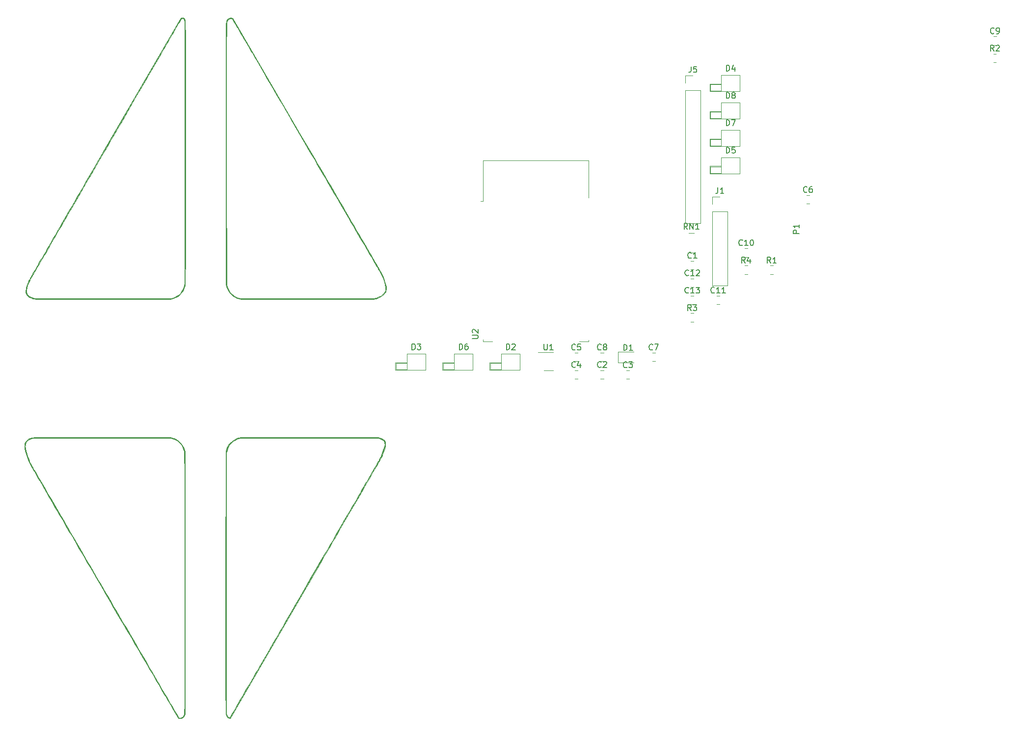
<source format=gbr>
%TF.GenerationSoftware,KiCad,Pcbnew,(6.99.0-1239-g6d82490b59-dirty)*%
%TF.CreationDate,2022-03-22T11:17:59-05:00*%
%TF.ProjectId,LayoutBottom,4c61796f-7574-4426-9f74-746f6d2e6b69,rev?*%
%TF.SameCoordinates,Original*%
%TF.FileFunction,Legend,Top*%
%TF.FilePolarity,Positive*%
%FSLAX46Y46*%
G04 Gerber Fmt 4.6, Leading zero omitted, Abs format (unit mm)*
G04 Created by KiCad (PCBNEW (6.99.0-1239-g6d82490b59-dirty)) date 2022-03-22 11:17:59*
%MOMM*%
%LPD*%
G01*
G04 APERTURE LIST*
%ADD10C,0.150000*%
%ADD11C,0.120000*%
%ADD12C,0.010000*%
G04 APERTURE END LIST*
D10*
%TO.C,U2*%
X187267380Y-97861904D02*
X188076904Y-97861904D01*
X188076904Y-97861904D02*
X188172142Y-97814285D01*
X188172142Y-97814285D02*
X188219761Y-97766666D01*
X188219761Y-97766666D02*
X188267380Y-97671428D01*
X188267380Y-97671428D02*
X188267380Y-97480952D01*
X188267380Y-97480952D02*
X188219761Y-97385714D01*
X188219761Y-97385714D02*
X188172142Y-97338095D01*
X188172142Y-97338095D02*
X188076904Y-97290476D01*
X188076904Y-97290476D02*
X187267380Y-97290476D01*
X187362619Y-96861904D02*
X187315000Y-96814285D01*
X187315000Y-96814285D02*
X187267380Y-96719047D01*
X187267380Y-96719047D02*
X187267380Y-96480952D01*
X187267380Y-96480952D02*
X187315000Y-96385714D01*
X187315000Y-96385714D02*
X187362619Y-96338095D01*
X187362619Y-96338095D02*
X187457857Y-96290476D01*
X187457857Y-96290476D02*
X187553095Y-96290476D01*
X187553095Y-96290476D02*
X187695952Y-96338095D01*
X187695952Y-96338095D02*
X188267380Y-96909523D01*
X188267380Y-96909523D02*
X188267380Y-96290476D01*
%TO.C,U1*%
X199653095Y-98842380D02*
X199653095Y-99651904D01*
X199653095Y-99651904D02*
X199700714Y-99747142D01*
X199700714Y-99747142D02*
X199748333Y-99794761D01*
X199748333Y-99794761D02*
X199843571Y-99842380D01*
X199843571Y-99842380D02*
X200034047Y-99842380D01*
X200034047Y-99842380D02*
X200129285Y-99794761D01*
X200129285Y-99794761D02*
X200176904Y-99747142D01*
X200176904Y-99747142D02*
X200224523Y-99651904D01*
X200224523Y-99651904D02*
X200224523Y-98842380D01*
X201224523Y-99842380D02*
X200653095Y-99842380D01*
X200938809Y-99842380D02*
X200938809Y-98842380D01*
X200938809Y-98842380D02*
X200843571Y-98985238D01*
X200843571Y-98985238D02*
X200748333Y-99080476D01*
X200748333Y-99080476D02*
X200653095Y-99128095D01*
%TO.C,RN1*%
X224384523Y-79002380D02*
X224051190Y-78526190D01*
X223813095Y-79002380D02*
X223813095Y-78002380D01*
X223813095Y-78002380D02*
X224194047Y-78002380D01*
X224194047Y-78002380D02*
X224289285Y-78050000D01*
X224289285Y-78050000D02*
X224336904Y-78097619D01*
X224336904Y-78097619D02*
X224384523Y-78192857D01*
X224384523Y-78192857D02*
X224384523Y-78335714D01*
X224384523Y-78335714D02*
X224336904Y-78430952D01*
X224336904Y-78430952D02*
X224289285Y-78478571D01*
X224289285Y-78478571D02*
X224194047Y-78526190D01*
X224194047Y-78526190D02*
X223813095Y-78526190D01*
X224813095Y-79002380D02*
X224813095Y-78002380D01*
X224813095Y-78002380D02*
X225384523Y-79002380D01*
X225384523Y-79002380D02*
X225384523Y-78002380D01*
X226384523Y-79002380D02*
X225813095Y-79002380D01*
X226098809Y-79002380D02*
X226098809Y-78002380D01*
X226098809Y-78002380D02*
X226003571Y-78145238D01*
X226003571Y-78145238D02*
X225908333Y-78240476D01*
X225908333Y-78240476D02*
X225813095Y-78288095D01*
%TO.C,R4*%
X234338333Y-84832380D02*
X234005000Y-84356190D01*
X233766905Y-84832380D02*
X233766905Y-83832380D01*
X233766905Y-83832380D02*
X234147857Y-83832380D01*
X234147857Y-83832380D02*
X234243095Y-83880000D01*
X234243095Y-83880000D02*
X234290714Y-83927619D01*
X234290714Y-83927619D02*
X234338333Y-84022857D01*
X234338333Y-84022857D02*
X234338333Y-84165714D01*
X234338333Y-84165714D02*
X234290714Y-84260952D01*
X234290714Y-84260952D02*
X234243095Y-84308571D01*
X234243095Y-84308571D02*
X234147857Y-84356190D01*
X234147857Y-84356190D02*
X233766905Y-84356190D01*
X235195476Y-84165714D02*
X235195476Y-84832380D01*
X234957381Y-83784761D02*
X234719286Y-84499047D01*
X234719286Y-84499047D02*
X235338333Y-84499047D01*
%TO.C,R3*%
X225038333Y-93032380D02*
X224705000Y-92556190D01*
X224466905Y-93032380D02*
X224466905Y-92032380D01*
X224466905Y-92032380D02*
X224847857Y-92032380D01*
X224847857Y-92032380D02*
X224943095Y-92080000D01*
X224943095Y-92080000D02*
X224990714Y-92127619D01*
X224990714Y-92127619D02*
X225038333Y-92222857D01*
X225038333Y-92222857D02*
X225038333Y-92365714D01*
X225038333Y-92365714D02*
X224990714Y-92460952D01*
X224990714Y-92460952D02*
X224943095Y-92508571D01*
X224943095Y-92508571D02*
X224847857Y-92556190D01*
X224847857Y-92556190D02*
X224466905Y-92556190D01*
X225371667Y-92032380D02*
X225990714Y-92032380D01*
X225990714Y-92032380D02*
X225657381Y-92413333D01*
X225657381Y-92413333D02*
X225800238Y-92413333D01*
X225800238Y-92413333D02*
X225895476Y-92460952D01*
X225895476Y-92460952D02*
X225943095Y-92508571D01*
X225943095Y-92508571D02*
X225990714Y-92603809D01*
X225990714Y-92603809D02*
X225990714Y-92841904D01*
X225990714Y-92841904D02*
X225943095Y-92937142D01*
X225943095Y-92937142D02*
X225895476Y-92984761D01*
X225895476Y-92984761D02*
X225800238Y-93032380D01*
X225800238Y-93032380D02*
X225514524Y-93032380D01*
X225514524Y-93032380D02*
X225419286Y-92984761D01*
X225419286Y-92984761D02*
X225371667Y-92937142D01*
%TO.C,R2*%
X277238333Y-48262380D02*
X276905000Y-47786190D01*
X276666905Y-48262380D02*
X276666905Y-47262380D01*
X276666905Y-47262380D02*
X277047857Y-47262380D01*
X277047857Y-47262380D02*
X277143095Y-47310000D01*
X277143095Y-47310000D02*
X277190714Y-47357619D01*
X277190714Y-47357619D02*
X277238333Y-47452857D01*
X277238333Y-47452857D02*
X277238333Y-47595714D01*
X277238333Y-47595714D02*
X277190714Y-47690952D01*
X277190714Y-47690952D02*
X277143095Y-47738571D01*
X277143095Y-47738571D02*
X277047857Y-47786190D01*
X277047857Y-47786190D02*
X276666905Y-47786190D01*
X277619286Y-47357619D02*
X277666905Y-47310000D01*
X277666905Y-47310000D02*
X277762143Y-47262380D01*
X277762143Y-47262380D02*
X278000238Y-47262380D01*
X278000238Y-47262380D02*
X278095476Y-47310000D01*
X278095476Y-47310000D02*
X278143095Y-47357619D01*
X278143095Y-47357619D02*
X278190714Y-47452857D01*
X278190714Y-47452857D02*
X278190714Y-47548095D01*
X278190714Y-47548095D02*
X278143095Y-47690952D01*
X278143095Y-47690952D02*
X277571667Y-48262380D01*
X277571667Y-48262380D02*
X278190714Y-48262380D01*
%TO.C,R1*%
X238748333Y-84832380D02*
X238415000Y-84356190D01*
X238176905Y-84832380D02*
X238176905Y-83832380D01*
X238176905Y-83832380D02*
X238557857Y-83832380D01*
X238557857Y-83832380D02*
X238653095Y-83880000D01*
X238653095Y-83880000D02*
X238700714Y-83927619D01*
X238700714Y-83927619D02*
X238748333Y-84022857D01*
X238748333Y-84022857D02*
X238748333Y-84165714D01*
X238748333Y-84165714D02*
X238700714Y-84260952D01*
X238700714Y-84260952D02*
X238653095Y-84308571D01*
X238653095Y-84308571D02*
X238557857Y-84356190D01*
X238557857Y-84356190D02*
X238176905Y-84356190D01*
X239700714Y-84832380D02*
X239129286Y-84832380D01*
X239415000Y-84832380D02*
X239415000Y-83832380D01*
X239415000Y-83832380D02*
X239319762Y-83975238D01*
X239319762Y-83975238D02*
X239224524Y-84070476D01*
X239224524Y-84070476D02*
X239129286Y-84118095D01*
%TO.C,P1*%
X243647380Y-79713094D02*
X242647380Y-79713094D01*
X242647380Y-79713094D02*
X242647380Y-79332142D01*
X242647380Y-79332142D02*
X242695000Y-79236904D01*
X242695000Y-79236904D02*
X242742619Y-79189285D01*
X242742619Y-79189285D02*
X242837857Y-79141666D01*
X242837857Y-79141666D02*
X242980714Y-79141666D01*
X242980714Y-79141666D02*
X243075952Y-79189285D01*
X243075952Y-79189285D02*
X243123571Y-79236904D01*
X243123571Y-79236904D02*
X243171190Y-79332142D01*
X243171190Y-79332142D02*
X243171190Y-79713094D01*
X243647380Y-78189285D02*
X243647380Y-78760713D01*
X243647380Y-78474999D02*
X242647380Y-78474999D01*
X242647380Y-78474999D02*
X242790238Y-78570237D01*
X242790238Y-78570237D02*
X242885476Y-78665475D01*
X242885476Y-78665475D02*
X242933095Y-78760713D01*
%TO.C,J5*%
X224991666Y-50922380D02*
X224991666Y-51636666D01*
X224991666Y-51636666D02*
X224944047Y-51779523D01*
X224944047Y-51779523D02*
X224848809Y-51874761D01*
X224848809Y-51874761D02*
X224705952Y-51922380D01*
X224705952Y-51922380D02*
X224610714Y-51922380D01*
X225944047Y-50922380D02*
X225467857Y-50922380D01*
X225467857Y-50922380D02*
X225420238Y-51398571D01*
X225420238Y-51398571D02*
X225467857Y-51350952D01*
X225467857Y-51350952D02*
X225563095Y-51303333D01*
X225563095Y-51303333D02*
X225801190Y-51303333D01*
X225801190Y-51303333D02*
X225896428Y-51350952D01*
X225896428Y-51350952D02*
X225944047Y-51398571D01*
X225944047Y-51398571D02*
X225991666Y-51493809D01*
X225991666Y-51493809D02*
X225991666Y-51731904D01*
X225991666Y-51731904D02*
X225944047Y-51827142D01*
X225944047Y-51827142D02*
X225896428Y-51874761D01*
X225896428Y-51874761D02*
X225801190Y-51922380D01*
X225801190Y-51922380D02*
X225563095Y-51922380D01*
X225563095Y-51922380D02*
X225467857Y-51874761D01*
X225467857Y-51874761D02*
X225420238Y-51827142D01*
%TO.C,J1*%
X229641666Y-71822380D02*
X229641666Y-72536666D01*
X229641666Y-72536666D02*
X229594047Y-72679523D01*
X229594047Y-72679523D02*
X229498809Y-72774761D01*
X229498809Y-72774761D02*
X229355952Y-72822380D01*
X229355952Y-72822380D02*
X229260714Y-72822380D01*
X230641666Y-72822380D02*
X230070238Y-72822380D01*
X230355952Y-72822380D02*
X230355952Y-71822380D01*
X230355952Y-71822380D02*
X230260714Y-71965238D01*
X230260714Y-71965238D02*
X230165476Y-72060476D01*
X230165476Y-72060476D02*
X230070238Y-72108095D01*
%TO.C,D8*%
X231096905Y-56407380D02*
X231096905Y-55407380D01*
X231096905Y-55407380D02*
X231335000Y-55407380D01*
X231335000Y-55407380D02*
X231477857Y-55455000D01*
X231477857Y-55455000D02*
X231573095Y-55550238D01*
X231573095Y-55550238D02*
X231620714Y-55645476D01*
X231620714Y-55645476D02*
X231668333Y-55835952D01*
X231668333Y-55835952D02*
X231668333Y-55978809D01*
X231668333Y-55978809D02*
X231620714Y-56169285D01*
X231620714Y-56169285D02*
X231573095Y-56264523D01*
X231573095Y-56264523D02*
X231477857Y-56359761D01*
X231477857Y-56359761D02*
X231335000Y-56407380D01*
X231335000Y-56407380D02*
X231096905Y-56407380D01*
X232239762Y-55835952D02*
X232144524Y-55788333D01*
X232144524Y-55788333D02*
X232096905Y-55740714D01*
X232096905Y-55740714D02*
X232049286Y-55645476D01*
X232049286Y-55645476D02*
X232049286Y-55597857D01*
X232049286Y-55597857D02*
X232096905Y-55502619D01*
X232096905Y-55502619D02*
X232144524Y-55455000D01*
X232144524Y-55455000D02*
X232239762Y-55407380D01*
X232239762Y-55407380D02*
X232430238Y-55407380D01*
X232430238Y-55407380D02*
X232525476Y-55455000D01*
X232525476Y-55455000D02*
X232573095Y-55502619D01*
X232573095Y-55502619D02*
X232620714Y-55597857D01*
X232620714Y-55597857D02*
X232620714Y-55645476D01*
X232620714Y-55645476D02*
X232573095Y-55740714D01*
X232573095Y-55740714D02*
X232525476Y-55788333D01*
X232525476Y-55788333D02*
X232430238Y-55835952D01*
X232430238Y-55835952D02*
X232239762Y-55835952D01*
X232239762Y-55835952D02*
X232144524Y-55883571D01*
X232144524Y-55883571D02*
X232096905Y-55931190D01*
X232096905Y-55931190D02*
X232049286Y-56026428D01*
X232049286Y-56026428D02*
X232049286Y-56216904D01*
X232049286Y-56216904D02*
X232096905Y-56312142D01*
X232096905Y-56312142D02*
X232144524Y-56359761D01*
X232144524Y-56359761D02*
X232239762Y-56407380D01*
X232239762Y-56407380D02*
X232430238Y-56407380D01*
X232430238Y-56407380D02*
X232525476Y-56359761D01*
X232525476Y-56359761D02*
X232573095Y-56312142D01*
X232573095Y-56312142D02*
X232620714Y-56216904D01*
X232620714Y-56216904D02*
X232620714Y-56026428D01*
X232620714Y-56026428D02*
X232573095Y-55931190D01*
X232573095Y-55931190D02*
X232525476Y-55883571D01*
X232525476Y-55883571D02*
X232430238Y-55835952D01*
%TO.C,D7*%
X231096905Y-61127380D02*
X231096905Y-60127380D01*
X231096905Y-60127380D02*
X231335000Y-60127380D01*
X231335000Y-60127380D02*
X231477857Y-60175000D01*
X231477857Y-60175000D02*
X231573095Y-60270238D01*
X231573095Y-60270238D02*
X231620714Y-60365476D01*
X231620714Y-60365476D02*
X231668333Y-60555952D01*
X231668333Y-60555952D02*
X231668333Y-60698809D01*
X231668333Y-60698809D02*
X231620714Y-60889285D01*
X231620714Y-60889285D02*
X231573095Y-60984523D01*
X231573095Y-60984523D02*
X231477857Y-61079761D01*
X231477857Y-61079761D02*
X231335000Y-61127380D01*
X231335000Y-61127380D02*
X231096905Y-61127380D01*
X232001667Y-60127380D02*
X232668333Y-60127380D01*
X232668333Y-60127380D02*
X232239762Y-61127380D01*
%TO.C,D6*%
X185026905Y-99777380D02*
X185026905Y-98777380D01*
X185026905Y-98777380D02*
X185265000Y-98777380D01*
X185265000Y-98777380D02*
X185407857Y-98825000D01*
X185407857Y-98825000D02*
X185503095Y-98920238D01*
X185503095Y-98920238D02*
X185550714Y-99015476D01*
X185550714Y-99015476D02*
X185598333Y-99205952D01*
X185598333Y-99205952D02*
X185598333Y-99348809D01*
X185598333Y-99348809D02*
X185550714Y-99539285D01*
X185550714Y-99539285D02*
X185503095Y-99634523D01*
X185503095Y-99634523D02*
X185407857Y-99729761D01*
X185407857Y-99729761D02*
X185265000Y-99777380D01*
X185265000Y-99777380D02*
X185026905Y-99777380D01*
X186455476Y-98777380D02*
X186265000Y-98777380D01*
X186265000Y-98777380D02*
X186169762Y-98825000D01*
X186169762Y-98825000D02*
X186122143Y-98872619D01*
X186122143Y-98872619D02*
X186026905Y-99015476D01*
X186026905Y-99015476D02*
X185979286Y-99205952D01*
X185979286Y-99205952D02*
X185979286Y-99586904D01*
X185979286Y-99586904D02*
X186026905Y-99682142D01*
X186026905Y-99682142D02*
X186074524Y-99729761D01*
X186074524Y-99729761D02*
X186169762Y-99777380D01*
X186169762Y-99777380D02*
X186360238Y-99777380D01*
X186360238Y-99777380D02*
X186455476Y-99729761D01*
X186455476Y-99729761D02*
X186503095Y-99682142D01*
X186503095Y-99682142D02*
X186550714Y-99586904D01*
X186550714Y-99586904D02*
X186550714Y-99348809D01*
X186550714Y-99348809D02*
X186503095Y-99253571D01*
X186503095Y-99253571D02*
X186455476Y-99205952D01*
X186455476Y-99205952D02*
X186360238Y-99158333D01*
X186360238Y-99158333D02*
X186169762Y-99158333D01*
X186169762Y-99158333D02*
X186074524Y-99205952D01*
X186074524Y-99205952D02*
X186026905Y-99253571D01*
X186026905Y-99253571D02*
X185979286Y-99348809D01*
%TO.C,D5*%
X231096905Y-65847380D02*
X231096905Y-64847380D01*
X231096905Y-64847380D02*
X231335000Y-64847380D01*
X231335000Y-64847380D02*
X231477857Y-64895000D01*
X231477857Y-64895000D02*
X231573095Y-64990238D01*
X231573095Y-64990238D02*
X231620714Y-65085476D01*
X231620714Y-65085476D02*
X231668333Y-65275952D01*
X231668333Y-65275952D02*
X231668333Y-65418809D01*
X231668333Y-65418809D02*
X231620714Y-65609285D01*
X231620714Y-65609285D02*
X231573095Y-65704523D01*
X231573095Y-65704523D02*
X231477857Y-65799761D01*
X231477857Y-65799761D02*
X231335000Y-65847380D01*
X231335000Y-65847380D02*
X231096905Y-65847380D01*
X232573095Y-64847380D02*
X232096905Y-64847380D01*
X232096905Y-64847380D02*
X232049286Y-65323571D01*
X232049286Y-65323571D02*
X232096905Y-65275952D01*
X232096905Y-65275952D02*
X232192143Y-65228333D01*
X232192143Y-65228333D02*
X232430238Y-65228333D01*
X232430238Y-65228333D02*
X232525476Y-65275952D01*
X232525476Y-65275952D02*
X232573095Y-65323571D01*
X232573095Y-65323571D02*
X232620714Y-65418809D01*
X232620714Y-65418809D02*
X232620714Y-65656904D01*
X232620714Y-65656904D02*
X232573095Y-65752142D01*
X232573095Y-65752142D02*
X232525476Y-65799761D01*
X232525476Y-65799761D02*
X232430238Y-65847380D01*
X232430238Y-65847380D02*
X232192143Y-65847380D01*
X232192143Y-65847380D02*
X232096905Y-65799761D01*
X232096905Y-65799761D02*
X232049286Y-65752142D01*
%TO.C,D4*%
X231096905Y-51687380D02*
X231096905Y-50687380D01*
X231096905Y-50687380D02*
X231335000Y-50687380D01*
X231335000Y-50687380D02*
X231477857Y-50735000D01*
X231477857Y-50735000D02*
X231573095Y-50830238D01*
X231573095Y-50830238D02*
X231620714Y-50925476D01*
X231620714Y-50925476D02*
X231668333Y-51115952D01*
X231668333Y-51115952D02*
X231668333Y-51258809D01*
X231668333Y-51258809D02*
X231620714Y-51449285D01*
X231620714Y-51449285D02*
X231573095Y-51544523D01*
X231573095Y-51544523D02*
X231477857Y-51639761D01*
X231477857Y-51639761D02*
X231335000Y-51687380D01*
X231335000Y-51687380D02*
X231096905Y-51687380D01*
X232525476Y-51020714D02*
X232525476Y-51687380D01*
X232287381Y-50639761D02*
X232049286Y-51354047D01*
X232049286Y-51354047D02*
X232668333Y-51354047D01*
%TO.C,D3*%
X176896905Y-99777380D02*
X176896905Y-98777380D01*
X176896905Y-98777380D02*
X177135000Y-98777380D01*
X177135000Y-98777380D02*
X177277857Y-98825000D01*
X177277857Y-98825000D02*
X177373095Y-98920238D01*
X177373095Y-98920238D02*
X177420714Y-99015476D01*
X177420714Y-99015476D02*
X177468333Y-99205952D01*
X177468333Y-99205952D02*
X177468333Y-99348809D01*
X177468333Y-99348809D02*
X177420714Y-99539285D01*
X177420714Y-99539285D02*
X177373095Y-99634523D01*
X177373095Y-99634523D02*
X177277857Y-99729761D01*
X177277857Y-99729761D02*
X177135000Y-99777380D01*
X177135000Y-99777380D02*
X176896905Y-99777380D01*
X177801667Y-98777380D02*
X178420714Y-98777380D01*
X178420714Y-98777380D02*
X178087381Y-99158333D01*
X178087381Y-99158333D02*
X178230238Y-99158333D01*
X178230238Y-99158333D02*
X178325476Y-99205952D01*
X178325476Y-99205952D02*
X178373095Y-99253571D01*
X178373095Y-99253571D02*
X178420714Y-99348809D01*
X178420714Y-99348809D02*
X178420714Y-99586904D01*
X178420714Y-99586904D02*
X178373095Y-99682142D01*
X178373095Y-99682142D02*
X178325476Y-99729761D01*
X178325476Y-99729761D02*
X178230238Y-99777380D01*
X178230238Y-99777380D02*
X177944524Y-99777380D01*
X177944524Y-99777380D02*
X177849286Y-99729761D01*
X177849286Y-99729761D02*
X177801667Y-99682142D01*
%TO.C,D2*%
X193156905Y-99777380D02*
X193156905Y-98777380D01*
X193156905Y-98777380D02*
X193395000Y-98777380D01*
X193395000Y-98777380D02*
X193537857Y-98825000D01*
X193537857Y-98825000D02*
X193633095Y-98920238D01*
X193633095Y-98920238D02*
X193680714Y-99015476D01*
X193680714Y-99015476D02*
X193728333Y-99205952D01*
X193728333Y-99205952D02*
X193728333Y-99348809D01*
X193728333Y-99348809D02*
X193680714Y-99539285D01*
X193680714Y-99539285D02*
X193633095Y-99634523D01*
X193633095Y-99634523D02*
X193537857Y-99729761D01*
X193537857Y-99729761D02*
X193395000Y-99777380D01*
X193395000Y-99777380D02*
X193156905Y-99777380D01*
X194109286Y-98872619D02*
X194156905Y-98825000D01*
X194156905Y-98825000D02*
X194252143Y-98777380D01*
X194252143Y-98777380D02*
X194490238Y-98777380D01*
X194490238Y-98777380D02*
X194585476Y-98825000D01*
X194585476Y-98825000D02*
X194633095Y-98872619D01*
X194633095Y-98872619D02*
X194680714Y-98967857D01*
X194680714Y-98967857D02*
X194680714Y-99063095D01*
X194680714Y-99063095D02*
X194633095Y-99205952D01*
X194633095Y-99205952D02*
X194061667Y-99777380D01*
X194061667Y-99777380D02*
X194680714Y-99777380D01*
%TO.C,D1*%
X213396905Y-99887380D02*
X213396905Y-98887380D01*
X213396905Y-98887380D02*
X213635000Y-98887380D01*
X213635000Y-98887380D02*
X213777857Y-98935000D01*
X213777857Y-98935000D02*
X213873095Y-99030238D01*
X213873095Y-99030238D02*
X213920714Y-99125476D01*
X213920714Y-99125476D02*
X213968333Y-99315952D01*
X213968333Y-99315952D02*
X213968333Y-99458809D01*
X213968333Y-99458809D02*
X213920714Y-99649285D01*
X213920714Y-99649285D02*
X213873095Y-99744523D01*
X213873095Y-99744523D02*
X213777857Y-99839761D01*
X213777857Y-99839761D02*
X213635000Y-99887380D01*
X213635000Y-99887380D02*
X213396905Y-99887380D01*
X214920714Y-99887380D02*
X214349286Y-99887380D01*
X214635000Y-99887380D02*
X214635000Y-98887380D01*
X214635000Y-98887380D02*
X214539762Y-99030238D01*
X214539762Y-99030238D02*
X214444524Y-99125476D01*
X214444524Y-99125476D02*
X214349286Y-99173095D01*
%TO.C,C13*%
X224582142Y-89927142D02*
X224534523Y-89974761D01*
X224534523Y-89974761D02*
X224391666Y-90022380D01*
X224391666Y-90022380D02*
X224296428Y-90022380D01*
X224296428Y-90022380D02*
X224153571Y-89974761D01*
X224153571Y-89974761D02*
X224058333Y-89879523D01*
X224058333Y-89879523D02*
X224010714Y-89784285D01*
X224010714Y-89784285D02*
X223963095Y-89593809D01*
X223963095Y-89593809D02*
X223963095Y-89450952D01*
X223963095Y-89450952D02*
X224010714Y-89260476D01*
X224010714Y-89260476D02*
X224058333Y-89165238D01*
X224058333Y-89165238D02*
X224153571Y-89070000D01*
X224153571Y-89070000D02*
X224296428Y-89022380D01*
X224296428Y-89022380D02*
X224391666Y-89022380D01*
X224391666Y-89022380D02*
X224534523Y-89070000D01*
X224534523Y-89070000D02*
X224582142Y-89117619D01*
X225534523Y-90022380D02*
X224963095Y-90022380D01*
X225248809Y-90022380D02*
X225248809Y-89022380D01*
X225248809Y-89022380D02*
X225153571Y-89165238D01*
X225153571Y-89165238D02*
X225058333Y-89260476D01*
X225058333Y-89260476D02*
X224963095Y-89308095D01*
X225867857Y-89022380D02*
X226486904Y-89022380D01*
X226486904Y-89022380D02*
X226153571Y-89403333D01*
X226153571Y-89403333D02*
X226296428Y-89403333D01*
X226296428Y-89403333D02*
X226391666Y-89450952D01*
X226391666Y-89450952D02*
X226439285Y-89498571D01*
X226439285Y-89498571D02*
X226486904Y-89593809D01*
X226486904Y-89593809D02*
X226486904Y-89831904D01*
X226486904Y-89831904D02*
X226439285Y-89927142D01*
X226439285Y-89927142D02*
X226391666Y-89974761D01*
X226391666Y-89974761D02*
X226296428Y-90022380D01*
X226296428Y-90022380D02*
X226010714Y-90022380D01*
X226010714Y-90022380D02*
X225915476Y-89974761D01*
X225915476Y-89974761D02*
X225867857Y-89927142D01*
%TO.C,C12*%
X224582142Y-86917142D02*
X224534523Y-86964761D01*
X224534523Y-86964761D02*
X224391666Y-87012380D01*
X224391666Y-87012380D02*
X224296428Y-87012380D01*
X224296428Y-87012380D02*
X224153571Y-86964761D01*
X224153571Y-86964761D02*
X224058333Y-86869523D01*
X224058333Y-86869523D02*
X224010714Y-86774285D01*
X224010714Y-86774285D02*
X223963095Y-86583809D01*
X223963095Y-86583809D02*
X223963095Y-86440952D01*
X223963095Y-86440952D02*
X224010714Y-86250476D01*
X224010714Y-86250476D02*
X224058333Y-86155238D01*
X224058333Y-86155238D02*
X224153571Y-86060000D01*
X224153571Y-86060000D02*
X224296428Y-86012380D01*
X224296428Y-86012380D02*
X224391666Y-86012380D01*
X224391666Y-86012380D02*
X224534523Y-86060000D01*
X224534523Y-86060000D02*
X224582142Y-86107619D01*
X225534523Y-87012380D02*
X224963095Y-87012380D01*
X225248809Y-87012380D02*
X225248809Y-86012380D01*
X225248809Y-86012380D02*
X225153571Y-86155238D01*
X225153571Y-86155238D02*
X225058333Y-86250476D01*
X225058333Y-86250476D02*
X224963095Y-86298095D01*
X225915476Y-86107619D02*
X225963095Y-86060000D01*
X225963095Y-86060000D02*
X226058333Y-86012380D01*
X226058333Y-86012380D02*
X226296428Y-86012380D01*
X226296428Y-86012380D02*
X226391666Y-86060000D01*
X226391666Y-86060000D02*
X226439285Y-86107619D01*
X226439285Y-86107619D02*
X226486904Y-86202857D01*
X226486904Y-86202857D02*
X226486904Y-86298095D01*
X226486904Y-86298095D02*
X226439285Y-86440952D01*
X226439285Y-86440952D02*
X225867857Y-87012380D01*
X225867857Y-87012380D02*
X226486904Y-87012380D01*
%TO.C,C11*%
X229032142Y-89907142D02*
X228984523Y-89954761D01*
X228984523Y-89954761D02*
X228841666Y-90002380D01*
X228841666Y-90002380D02*
X228746428Y-90002380D01*
X228746428Y-90002380D02*
X228603571Y-89954761D01*
X228603571Y-89954761D02*
X228508333Y-89859523D01*
X228508333Y-89859523D02*
X228460714Y-89764285D01*
X228460714Y-89764285D02*
X228413095Y-89573809D01*
X228413095Y-89573809D02*
X228413095Y-89430952D01*
X228413095Y-89430952D02*
X228460714Y-89240476D01*
X228460714Y-89240476D02*
X228508333Y-89145238D01*
X228508333Y-89145238D02*
X228603571Y-89050000D01*
X228603571Y-89050000D02*
X228746428Y-89002380D01*
X228746428Y-89002380D02*
X228841666Y-89002380D01*
X228841666Y-89002380D02*
X228984523Y-89050000D01*
X228984523Y-89050000D02*
X229032142Y-89097619D01*
X229984523Y-90002380D02*
X229413095Y-90002380D01*
X229698809Y-90002380D02*
X229698809Y-89002380D01*
X229698809Y-89002380D02*
X229603571Y-89145238D01*
X229603571Y-89145238D02*
X229508333Y-89240476D01*
X229508333Y-89240476D02*
X229413095Y-89288095D01*
X230936904Y-90002380D02*
X230365476Y-90002380D01*
X230651190Y-90002380D02*
X230651190Y-89002380D01*
X230651190Y-89002380D02*
X230555952Y-89145238D01*
X230555952Y-89145238D02*
X230460714Y-89240476D01*
X230460714Y-89240476D02*
X230365476Y-89288095D01*
%TO.C,C10*%
X233882142Y-81727142D02*
X233834523Y-81774761D01*
X233834523Y-81774761D02*
X233691666Y-81822380D01*
X233691666Y-81822380D02*
X233596428Y-81822380D01*
X233596428Y-81822380D02*
X233453571Y-81774761D01*
X233453571Y-81774761D02*
X233358333Y-81679523D01*
X233358333Y-81679523D02*
X233310714Y-81584285D01*
X233310714Y-81584285D02*
X233263095Y-81393809D01*
X233263095Y-81393809D02*
X233263095Y-81250952D01*
X233263095Y-81250952D02*
X233310714Y-81060476D01*
X233310714Y-81060476D02*
X233358333Y-80965238D01*
X233358333Y-80965238D02*
X233453571Y-80870000D01*
X233453571Y-80870000D02*
X233596428Y-80822380D01*
X233596428Y-80822380D02*
X233691666Y-80822380D01*
X233691666Y-80822380D02*
X233834523Y-80870000D01*
X233834523Y-80870000D02*
X233882142Y-80917619D01*
X234834523Y-81822380D02*
X234263095Y-81822380D01*
X234548809Y-81822380D02*
X234548809Y-80822380D01*
X234548809Y-80822380D02*
X234453571Y-80965238D01*
X234453571Y-80965238D02*
X234358333Y-81060476D01*
X234358333Y-81060476D02*
X234263095Y-81108095D01*
X235453571Y-80822380D02*
X235548809Y-80822380D01*
X235548809Y-80822380D02*
X235644047Y-80870000D01*
X235644047Y-80870000D02*
X235691666Y-80917619D01*
X235691666Y-80917619D02*
X235739285Y-81012857D01*
X235739285Y-81012857D02*
X235786904Y-81203333D01*
X235786904Y-81203333D02*
X235786904Y-81441428D01*
X235786904Y-81441428D02*
X235739285Y-81631904D01*
X235739285Y-81631904D02*
X235691666Y-81727142D01*
X235691666Y-81727142D02*
X235644047Y-81774761D01*
X235644047Y-81774761D02*
X235548809Y-81822380D01*
X235548809Y-81822380D02*
X235453571Y-81822380D01*
X235453571Y-81822380D02*
X235358333Y-81774761D01*
X235358333Y-81774761D02*
X235310714Y-81727142D01*
X235310714Y-81727142D02*
X235263095Y-81631904D01*
X235263095Y-81631904D02*
X235215476Y-81441428D01*
X235215476Y-81441428D02*
X235215476Y-81203333D01*
X235215476Y-81203333D02*
X235263095Y-81012857D01*
X235263095Y-81012857D02*
X235310714Y-80917619D01*
X235310714Y-80917619D02*
X235358333Y-80870000D01*
X235358333Y-80870000D02*
X235453571Y-80822380D01*
%TO.C,C9*%
X277258333Y-45157142D02*
X277210714Y-45204761D01*
X277210714Y-45204761D02*
X277067857Y-45252380D01*
X277067857Y-45252380D02*
X276972619Y-45252380D01*
X276972619Y-45252380D02*
X276829762Y-45204761D01*
X276829762Y-45204761D02*
X276734524Y-45109523D01*
X276734524Y-45109523D02*
X276686905Y-45014285D01*
X276686905Y-45014285D02*
X276639286Y-44823809D01*
X276639286Y-44823809D02*
X276639286Y-44680952D01*
X276639286Y-44680952D02*
X276686905Y-44490476D01*
X276686905Y-44490476D02*
X276734524Y-44395238D01*
X276734524Y-44395238D02*
X276829762Y-44300000D01*
X276829762Y-44300000D02*
X276972619Y-44252380D01*
X276972619Y-44252380D02*
X277067857Y-44252380D01*
X277067857Y-44252380D02*
X277210714Y-44300000D01*
X277210714Y-44300000D02*
X277258333Y-44347619D01*
X277734524Y-45252380D02*
X277925000Y-45252380D01*
X277925000Y-45252380D02*
X278020238Y-45204761D01*
X278020238Y-45204761D02*
X278067857Y-45157142D01*
X278067857Y-45157142D02*
X278163095Y-45014285D01*
X278163095Y-45014285D02*
X278210714Y-44823809D01*
X278210714Y-44823809D02*
X278210714Y-44442857D01*
X278210714Y-44442857D02*
X278163095Y-44347619D01*
X278163095Y-44347619D02*
X278115476Y-44300000D01*
X278115476Y-44300000D02*
X278020238Y-44252380D01*
X278020238Y-44252380D02*
X277829762Y-44252380D01*
X277829762Y-44252380D02*
X277734524Y-44300000D01*
X277734524Y-44300000D02*
X277686905Y-44347619D01*
X277686905Y-44347619D02*
X277639286Y-44442857D01*
X277639286Y-44442857D02*
X277639286Y-44680952D01*
X277639286Y-44680952D02*
X277686905Y-44776190D01*
X277686905Y-44776190D02*
X277734524Y-44823809D01*
X277734524Y-44823809D02*
X277829762Y-44871428D01*
X277829762Y-44871428D02*
X278020238Y-44871428D01*
X278020238Y-44871428D02*
X278115476Y-44823809D01*
X278115476Y-44823809D02*
X278163095Y-44776190D01*
X278163095Y-44776190D02*
X278210714Y-44680952D01*
%TO.C,C8*%
X209498333Y-99747142D02*
X209450714Y-99794761D01*
X209450714Y-99794761D02*
X209307857Y-99842380D01*
X209307857Y-99842380D02*
X209212619Y-99842380D01*
X209212619Y-99842380D02*
X209069762Y-99794761D01*
X209069762Y-99794761D02*
X208974524Y-99699523D01*
X208974524Y-99699523D02*
X208926905Y-99604285D01*
X208926905Y-99604285D02*
X208879286Y-99413809D01*
X208879286Y-99413809D02*
X208879286Y-99270952D01*
X208879286Y-99270952D02*
X208926905Y-99080476D01*
X208926905Y-99080476D02*
X208974524Y-98985238D01*
X208974524Y-98985238D02*
X209069762Y-98890000D01*
X209069762Y-98890000D02*
X209212619Y-98842380D01*
X209212619Y-98842380D02*
X209307857Y-98842380D01*
X209307857Y-98842380D02*
X209450714Y-98890000D01*
X209450714Y-98890000D02*
X209498333Y-98937619D01*
X210069762Y-99270952D02*
X209974524Y-99223333D01*
X209974524Y-99223333D02*
X209926905Y-99175714D01*
X209926905Y-99175714D02*
X209879286Y-99080476D01*
X209879286Y-99080476D02*
X209879286Y-99032857D01*
X209879286Y-99032857D02*
X209926905Y-98937619D01*
X209926905Y-98937619D02*
X209974524Y-98890000D01*
X209974524Y-98890000D02*
X210069762Y-98842380D01*
X210069762Y-98842380D02*
X210260238Y-98842380D01*
X210260238Y-98842380D02*
X210355476Y-98890000D01*
X210355476Y-98890000D02*
X210403095Y-98937619D01*
X210403095Y-98937619D02*
X210450714Y-99032857D01*
X210450714Y-99032857D02*
X210450714Y-99080476D01*
X210450714Y-99080476D02*
X210403095Y-99175714D01*
X210403095Y-99175714D02*
X210355476Y-99223333D01*
X210355476Y-99223333D02*
X210260238Y-99270952D01*
X210260238Y-99270952D02*
X210069762Y-99270952D01*
X210069762Y-99270952D02*
X209974524Y-99318571D01*
X209974524Y-99318571D02*
X209926905Y-99366190D01*
X209926905Y-99366190D02*
X209879286Y-99461428D01*
X209879286Y-99461428D02*
X209879286Y-99651904D01*
X209879286Y-99651904D02*
X209926905Y-99747142D01*
X209926905Y-99747142D02*
X209974524Y-99794761D01*
X209974524Y-99794761D02*
X210069762Y-99842380D01*
X210069762Y-99842380D02*
X210260238Y-99842380D01*
X210260238Y-99842380D02*
X210355476Y-99794761D01*
X210355476Y-99794761D02*
X210403095Y-99747142D01*
X210403095Y-99747142D02*
X210450714Y-99651904D01*
X210450714Y-99651904D02*
X210450714Y-99461428D01*
X210450714Y-99461428D02*
X210403095Y-99366190D01*
X210403095Y-99366190D02*
X210355476Y-99318571D01*
X210355476Y-99318571D02*
X210260238Y-99270952D01*
%TO.C,C7*%
X218398333Y-99747142D02*
X218350714Y-99794761D01*
X218350714Y-99794761D02*
X218207857Y-99842380D01*
X218207857Y-99842380D02*
X218112619Y-99842380D01*
X218112619Y-99842380D02*
X217969762Y-99794761D01*
X217969762Y-99794761D02*
X217874524Y-99699523D01*
X217874524Y-99699523D02*
X217826905Y-99604285D01*
X217826905Y-99604285D02*
X217779286Y-99413809D01*
X217779286Y-99413809D02*
X217779286Y-99270952D01*
X217779286Y-99270952D02*
X217826905Y-99080476D01*
X217826905Y-99080476D02*
X217874524Y-98985238D01*
X217874524Y-98985238D02*
X217969762Y-98890000D01*
X217969762Y-98890000D02*
X218112619Y-98842380D01*
X218112619Y-98842380D02*
X218207857Y-98842380D01*
X218207857Y-98842380D02*
X218350714Y-98890000D01*
X218350714Y-98890000D02*
X218398333Y-98937619D01*
X218731667Y-98842380D02*
X219398333Y-98842380D01*
X219398333Y-98842380D02*
X218969762Y-99842380D01*
%TO.C,C6*%
X244998333Y-72557142D02*
X244950714Y-72604761D01*
X244950714Y-72604761D02*
X244807857Y-72652380D01*
X244807857Y-72652380D02*
X244712619Y-72652380D01*
X244712619Y-72652380D02*
X244569762Y-72604761D01*
X244569762Y-72604761D02*
X244474524Y-72509523D01*
X244474524Y-72509523D02*
X244426905Y-72414285D01*
X244426905Y-72414285D02*
X244379286Y-72223809D01*
X244379286Y-72223809D02*
X244379286Y-72080952D01*
X244379286Y-72080952D02*
X244426905Y-71890476D01*
X244426905Y-71890476D02*
X244474524Y-71795238D01*
X244474524Y-71795238D02*
X244569762Y-71700000D01*
X244569762Y-71700000D02*
X244712619Y-71652380D01*
X244712619Y-71652380D02*
X244807857Y-71652380D01*
X244807857Y-71652380D02*
X244950714Y-71700000D01*
X244950714Y-71700000D02*
X244998333Y-71747619D01*
X245855476Y-71652380D02*
X245665000Y-71652380D01*
X245665000Y-71652380D02*
X245569762Y-71700000D01*
X245569762Y-71700000D02*
X245522143Y-71747619D01*
X245522143Y-71747619D02*
X245426905Y-71890476D01*
X245426905Y-71890476D02*
X245379286Y-72080952D01*
X245379286Y-72080952D02*
X245379286Y-72461904D01*
X245379286Y-72461904D02*
X245426905Y-72557142D01*
X245426905Y-72557142D02*
X245474524Y-72604761D01*
X245474524Y-72604761D02*
X245569762Y-72652380D01*
X245569762Y-72652380D02*
X245760238Y-72652380D01*
X245760238Y-72652380D02*
X245855476Y-72604761D01*
X245855476Y-72604761D02*
X245903095Y-72557142D01*
X245903095Y-72557142D02*
X245950714Y-72461904D01*
X245950714Y-72461904D02*
X245950714Y-72223809D01*
X245950714Y-72223809D02*
X245903095Y-72128571D01*
X245903095Y-72128571D02*
X245855476Y-72080952D01*
X245855476Y-72080952D02*
X245760238Y-72033333D01*
X245760238Y-72033333D02*
X245569762Y-72033333D01*
X245569762Y-72033333D02*
X245474524Y-72080952D01*
X245474524Y-72080952D02*
X245426905Y-72128571D01*
X245426905Y-72128571D02*
X245379286Y-72223809D01*
%TO.C,C5*%
X205048333Y-99747142D02*
X205000714Y-99794761D01*
X205000714Y-99794761D02*
X204857857Y-99842380D01*
X204857857Y-99842380D02*
X204762619Y-99842380D01*
X204762619Y-99842380D02*
X204619762Y-99794761D01*
X204619762Y-99794761D02*
X204524524Y-99699523D01*
X204524524Y-99699523D02*
X204476905Y-99604285D01*
X204476905Y-99604285D02*
X204429286Y-99413809D01*
X204429286Y-99413809D02*
X204429286Y-99270952D01*
X204429286Y-99270952D02*
X204476905Y-99080476D01*
X204476905Y-99080476D02*
X204524524Y-98985238D01*
X204524524Y-98985238D02*
X204619762Y-98890000D01*
X204619762Y-98890000D02*
X204762619Y-98842380D01*
X204762619Y-98842380D02*
X204857857Y-98842380D01*
X204857857Y-98842380D02*
X205000714Y-98890000D01*
X205000714Y-98890000D02*
X205048333Y-98937619D01*
X205953095Y-98842380D02*
X205476905Y-98842380D01*
X205476905Y-98842380D02*
X205429286Y-99318571D01*
X205429286Y-99318571D02*
X205476905Y-99270952D01*
X205476905Y-99270952D02*
X205572143Y-99223333D01*
X205572143Y-99223333D02*
X205810238Y-99223333D01*
X205810238Y-99223333D02*
X205905476Y-99270952D01*
X205905476Y-99270952D02*
X205953095Y-99318571D01*
X205953095Y-99318571D02*
X206000714Y-99413809D01*
X206000714Y-99413809D02*
X206000714Y-99651904D01*
X206000714Y-99651904D02*
X205953095Y-99747142D01*
X205953095Y-99747142D02*
X205905476Y-99794761D01*
X205905476Y-99794761D02*
X205810238Y-99842380D01*
X205810238Y-99842380D02*
X205572143Y-99842380D01*
X205572143Y-99842380D02*
X205476905Y-99794761D01*
X205476905Y-99794761D02*
X205429286Y-99747142D01*
%TO.C,C4*%
X205048333Y-102757142D02*
X205000714Y-102804761D01*
X205000714Y-102804761D02*
X204857857Y-102852380D01*
X204857857Y-102852380D02*
X204762619Y-102852380D01*
X204762619Y-102852380D02*
X204619762Y-102804761D01*
X204619762Y-102804761D02*
X204524524Y-102709523D01*
X204524524Y-102709523D02*
X204476905Y-102614285D01*
X204476905Y-102614285D02*
X204429286Y-102423809D01*
X204429286Y-102423809D02*
X204429286Y-102280952D01*
X204429286Y-102280952D02*
X204476905Y-102090476D01*
X204476905Y-102090476D02*
X204524524Y-101995238D01*
X204524524Y-101995238D02*
X204619762Y-101900000D01*
X204619762Y-101900000D02*
X204762619Y-101852380D01*
X204762619Y-101852380D02*
X204857857Y-101852380D01*
X204857857Y-101852380D02*
X205000714Y-101900000D01*
X205000714Y-101900000D02*
X205048333Y-101947619D01*
X205905476Y-102185714D02*
X205905476Y-102852380D01*
X205667381Y-101804761D02*
X205429286Y-102519047D01*
X205429286Y-102519047D02*
X206048333Y-102519047D01*
%TO.C,C3*%
X213948333Y-102787142D02*
X213900714Y-102834761D01*
X213900714Y-102834761D02*
X213757857Y-102882380D01*
X213757857Y-102882380D02*
X213662619Y-102882380D01*
X213662619Y-102882380D02*
X213519762Y-102834761D01*
X213519762Y-102834761D02*
X213424524Y-102739523D01*
X213424524Y-102739523D02*
X213376905Y-102644285D01*
X213376905Y-102644285D02*
X213329286Y-102453809D01*
X213329286Y-102453809D02*
X213329286Y-102310952D01*
X213329286Y-102310952D02*
X213376905Y-102120476D01*
X213376905Y-102120476D02*
X213424524Y-102025238D01*
X213424524Y-102025238D02*
X213519762Y-101930000D01*
X213519762Y-101930000D02*
X213662619Y-101882380D01*
X213662619Y-101882380D02*
X213757857Y-101882380D01*
X213757857Y-101882380D02*
X213900714Y-101930000D01*
X213900714Y-101930000D02*
X213948333Y-101977619D01*
X214281667Y-101882380D02*
X214900714Y-101882380D01*
X214900714Y-101882380D02*
X214567381Y-102263333D01*
X214567381Y-102263333D02*
X214710238Y-102263333D01*
X214710238Y-102263333D02*
X214805476Y-102310952D01*
X214805476Y-102310952D02*
X214853095Y-102358571D01*
X214853095Y-102358571D02*
X214900714Y-102453809D01*
X214900714Y-102453809D02*
X214900714Y-102691904D01*
X214900714Y-102691904D02*
X214853095Y-102787142D01*
X214853095Y-102787142D02*
X214805476Y-102834761D01*
X214805476Y-102834761D02*
X214710238Y-102882380D01*
X214710238Y-102882380D02*
X214424524Y-102882380D01*
X214424524Y-102882380D02*
X214329286Y-102834761D01*
X214329286Y-102834761D02*
X214281667Y-102787142D01*
%TO.C,C2*%
X209498333Y-102757142D02*
X209450714Y-102804761D01*
X209450714Y-102804761D02*
X209307857Y-102852380D01*
X209307857Y-102852380D02*
X209212619Y-102852380D01*
X209212619Y-102852380D02*
X209069762Y-102804761D01*
X209069762Y-102804761D02*
X208974524Y-102709523D01*
X208974524Y-102709523D02*
X208926905Y-102614285D01*
X208926905Y-102614285D02*
X208879286Y-102423809D01*
X208879286Y-102423809D02*
X208879286Y-102280952D01*
X208879286Y-102280952D02*
X208926905Y-102090476D01*
X208926905Y-102090476D02*
X208974524Y-101995238D01*
X208974524Y-101995238D02*
X209069762Y-101900000D01*
X209069762Y-101900000D02*
X209212619Y-101852380D01*
X209212619Y-101852380D02*
X209307857Y-101852380D01*
X209307857Y-101852380D02*
X209450714Y-101900000D01*
X209450714Y-101900000D02*
X209498333Y-101947619D01*
X209879286Y-101947619D02*
X209926905Y-101900000D01*
X209926905Y-101900000D02*
X210022143Y-101852380D01*
X210022143Y-101852380D02*
X210260238Y-101852380D01*
X210260238Y-101852380D02*
X210355476Y-101900000D01*
X210355476Y-101900000D02*
X210403095Y-101947619D01*
X210403095Y-101947619D02*
X210450714Y-102042857D01*
X210450714Y-102042857D02*
X210450714Y-102138095D01*
X210450714Y-102138095D02*
X210403095Y-102280952D01*
X210403095Y-102280952D02*
X209831667Y-102852380D01*
X209831667Y-102852380D02*
X210450714Y-102852380D01*
%TO.C,C1*%
X225058333Y-83907142D02*
X225010714Y-83954761D01*
X225010714Y-83954761D02*
X224867857Y-84002380D01*
X224867857Y-84002380D02*
X224772619Y-84002380D01*
X224772619Y-84002380D02*
X224629762Y-83954761D01*
X224629762Y-83954761D02*
X224534524Y-83859523D01*
X224534524Y-83859523D02*
X224486905Y-83764285D01*
X224486905Y-83764285D02*
X224439286Y-83573809D01*
X224439286Y-83573809D02*
X224439286Y-83430952D01*
X224439286Y-83430952D02*
X224486905Y-83240476D01*
X224486905Y-83240476D02*
X224534524Y-83145238D01*
X224534524Y-83145238D02*
X224629762Y-83050000D01*
X224629762Y-83050000D02*
X224772619Y-83002380D01*
X224772619Y-83002380D02*
X224867857Y-83002380D01*
X224867857Y-83002380D02*
X225010714Y-83050000D01*
X225010714Y-83050000D02*
X225058333Y-83097619D01*
X226010714Y-84002380D02*
X225439286Y-84002380D01*
X225725000Y-84002380D02*
X225725000Y-83002380D01*
X225725000Y-83002380D02*
X225629762Y-83145238D01*
X225629762Y-83145238D02*
X225534524Y-83240476D01*
X225534524Y-83240476D02*
X225439286Y-83288095D01*
D11*
%TO.C,U2*%
X207345000Y-98110000D02*
X207345000Y-98370000D01*
X189100000Y-67120000D02*
X207355000Y-67120000D01*
X189105000Y-98010000D02*
X189105000Y-98370000D01*
X207345000Y-98370000D02*
X205685000Y-98370000D01*
X189115000Y-74200000D02*
X189100000Y-67120000D01*
X189105000Y-98370000D02*
X190765000Y-98370000D01*
X207355000Y-73540000D02*
X207355000Y-67120000D01*
X189115000Y-74200000D02*
X188725000Y-74200000D01*
%TO.C,U1*%
X200415000Y-103350000D02*
X199615000Y-103350000D01*
X200415000Y-100230000D02*
X198615000Y-100230000D01*
X200415000Y-100230000D02*
X201215000Y-100230000D01*
X200415000Y-103350000D02*
X201215000Y-103350000D01*
%TO.C,RN1*%
X225575000Y-79670000D02*
X224575000Y-79670000D01*
X225575000Y-83030000D02*
X224575000Y-83030000D01*
%TO.C,R4*%
X234277936Y-85295000D02*
X234732064Y-85295000D01*
X234277936Y-86765000D02*
X234732064Y-86765000D01*
%TO.C,R3*%
X224977936Y-93495000D02*
X225432064Y-93495000D01*
X224977936Y-94965000D02*
X225432064Y-94965000D01*
%TO.C,R2*%
X277177936Y-48725000D02*
X277632064Y-48725000D01*
X277177936Y-50195000D02*
X277632064Y-50195000D01*
%TO.C,R1*%
X238687936Y-85295000D02*
X239142064Y-85295000D01*
X238687936Y-86765000D02*
X239142064Y-86765000D01*
%TO.C,J5*%
X223995000Y-77990000D02*
X226655000Y-77990000D01*
X223995000Y-55070000D02*
X226655000Y-55070000D01*
X223995000Y-52470000D02*
X225325000Y-52470000D01*
X223995000Y-55070000D02*
X223995000Y-77990000D01*
X226655000Y-55070000D02*
X226655000Y-77990000D01*
X223995000Y-53800000D02*
X223995000Y-52470000D01*
%TO.C,J1*%
X228645000Y-75970000D02*
X228645000Y-88730000D01*
X228645000Y-74700000D02*
X228645000Y-73370000D01*
X228645000Y-73370000D02*
X229975000Y-73370000D01*
X228645000Y-75970000D02*
X231305000Y-75970000D01*
X228645000Y-88730000D02*
X231305000Y-88730000D01*
X231305000Y-75970000D02*
X231305000Y-88730000D01*
%TO.C,D8*%
X230235000Y-58755000D02*
X228335000Y-58755000D01*
X228235000Y-58655000D02*
X230135000Y-58655000D01*
X228210000Y-59955000D02*
X228210000Y-58655000D01*
X228335000Y-59855000D02*
X230235000Y-59855000D01*
X230235000Y-59855000D02*
X230235000Y-59955000D01*
X228310000Y-58755000D02*
X228310000Y-59855000D01*
X230235000Y-59955000D02*
X228235000Y-59955000D01*
X230235000Y-59955000D02*
X233435000Y-59955000D01*
X233435000Y-59955000D02*
X233435000Y-57155000D01*
X233435000Y-57155000D02*
X230235000Y-57155000D01*
X230235000Y-57155000D02*
X230235000Y-59955000D01*
%TO.C,D7*%
X230235000Y-63475000D02*
X228335000Y-63475000D01*
X228235000Y-63375000D02*
X230135000Y-63375000D01*
X228210000Y-64675000D02*
X228210000Y-63375000D01*
X228335000Y-64575000D02*
X230235000Y-64575000D01*
X230235000Y-64575000D02*
X230235000Y-64675000D01*
X228310000Y-63475000D02*
X228310000Y-64575000D01*
X230235000Y-64675000D02*
X228235000Y-64675000D01*
X230235000Y-64675000D02*
X233435000Y-64675000D01*
X233435000Y-64675000D02*
X233435000Y-61875000D01*
X233435000Y-61875000D02*
X230235000Y-61875000D01*
X230235000Y-61875000D02*
X230235000Y-64675000D01*
%TO.C,D6*%
X184165000Y-102125000D02*
X182265000Y-102125000D01*
X182165000Y-102025000D02*
X184065000Y-102025000D01*
X182140000Y-103325000D02*
X182140000Y-102025000D01*
X182265000Y-103225000D02*
X184165000Y-103225000D01*
X184165000Y-103225000D02*
X184165000Y-103325000D01*
X182240000Y-102125000D02*
X182240000Y-103225000D01*
X184165000Y-103325000D02*
X182165000Y-103325000D01*
X184165000Y-103325000D02*
X187365000Y-103325000D01*
X187365000Y-103325000D02*
X187365000Y-100525000D01*
X187365000Y-100525000D02*
X184165000Y-100525000D01*
X184165000Y-100525000D02*
X184165000Y-103325000D01*
%TO.C,D5*%
X230235000Y-68195000D02*
X228335000Y-68195000D01*
X228235000Y-68095000D02*
X230135000Y-68095000D01*
X228210000Y-69395000D02*
X228210000Y-68095000D01*
X228335000Y-69295000D02*
X230235000Y-69295000D01*
X230235000Y-69295000D02*
X230235000Y-69395000D01*
X228310000Y-68195000D02*
X228310000Y-69295000D01*
X230235000Y-69395000D02*
X228235000Y-69395000D01*
X230235000Y-69395000D02*
X233435000Y-69395000D01*
X233435000Y-69395000D02*
X233435000Y-66595000D01*
X233435000Y-66595000D02*
X230235000Y-66595000D01*
X230235000Y-66595000D02*
X230235000Y-69395000D01*
%TO.C,D4*%
X230235000Y-54035000D02*
X228335000Y-54035000D01*
X228235000Y-53935000D02*
X230135000Y-53935000D01*
X228210000Y-55235000D02*
X228210000Y-53935000D01*
X228335000Y-55135000D02*
X230235000Y-55135000D01*
X230235000Y-55135000D02*
X230235000Y-55235000D01*
X228310000Y-54035000D02*
X228310000Y-55135000D01*
X230235000Y-55235000D02*
X228235000Y-55235000D01*
X230235000Y-55235000D02*
X233435000Y-55235000D01*
X233435000Y-55235000D02*
X233435000Y-52435000D01*
X233435000Y-52435000D02*
X230235000Y-52435000D01*
X230235000Y-52435000D02*
X230235000Y-55235000D01*
%TO.C,D3*%
X176035000Y-102125000D02*
X174135000Y-102125000D01*
X174035000Y-102025000D02*
X175935000Y-102025000D01*
X174010000Y-103325000D02*
X174010000Y-102025000D01*
X174135000Y-103225000D02*
X176035000Y-103225000D01*
X176035000Y-103225000D02*
X176035000Y-103325000D01*
X174110000Y-102125000D02*
X174110000Y-103225000D01*
X176035000Y-103325000D02*
X174035000Y-103325000D01*
X176035000Y-103325000D02*
X179235000Y-103325000D01*
X179235000Y-103325000D02*
X179235000Y-100525000D01*
X179235000Y-100525000D02*
X176035000Y-100525000D01*
X176035000Y-100525000D02*
X176035000Y-103325000D01*
%TO.C,D2*%
X192295000Y-102125000D02*
X190395000Y-102125000D01*
X190295000Y-102025000D02*
X192195000Y-102025000D01*
X190270000Y-103325000D02*
X190270000Y-102025000D01*
X190395000Y-103225000D02*
X192295000Y-103225000D01*
X192295000Y-103225000D02*
X192295000Y-103325000D01*
X190370000Y-102125000D02*
X190370000Y-103225000D01*
X192295000Y-103325000D02*
X190295000Y-103325000D01*
X192295000Y-103325000D02*
X195495000Y-103325000D01*
X195495000Y-103325000D02*
X195495000Y-100525000D01*
X195495000Y-100525000D02*
X192295000Y-100525000D01*
X192295000Y-100525000D02*
X192295000Y-103325000D01*
%TO.C,D1*%
X212450000Y-102045000D02*
X215135000Y-102045000D01*
X212450000Y-100125000D02*
X212450000Y-102045000D01*
X215135000Y-100125000D02*
X212450000Y-100125000D01*
%TO.C,C13*%
X224963748Y-91985000D02*
X225486252Y-91985000D01*
X224963748Y-90515000D02*
X225486252Y-90515000D01*
%TO.C,C12*%
X224963748Y-88975000D02*
X225486252Y-88975000D01*
X224963748Y-87505000D02*
X225486252Y-87505000D01*
%TO.C,C11*%
X229413748Y-91965000D02*
X229936252Y-91965000D01*
X229413748Y-90495000D02*
X229936252Y-90495000D01*
%TO.C,C10*%
X234263748Y-83785000D02*
X234786252Y-83785000D01*
X234263748Y-82315000D02*
X234786252Y-82315000D01*
%TO.C,C9*%
X277163748Y-47215000D02*
X277686252Y-47215000D01*
X277163748Y-45745000D02*
X277686252Y-45745000D01*
%TO.C,C8*%
X209403748Y-101805000D02*
X209926252Y-101805000D01*
X209403748Y-100335000D02*
X209926252Y-100335000D01*
%TO.C,C7*%
X218303748Y-101805000D02*
X218826252Y-101805000D01*
X218303748Y-100335000D02*
X218826252Y-100335000D01*
%TO.C,C6*%
X244903748Y-74615000D02*
X245426252Y-74615000D01*
X244903748Y-73145000D02*
X245426252Y-73145000D01*
%TO.C,C5*%
X204953748Y-101805000D02*
X205476252Y-101805000D01*
X204953748Y-100335000D02*
X205476252Y-100335000D01*
%TO.C,C4*%
X204953748Y-104815000D02*
X205476252Y-104815000D01*
X204953748Y-103345000D02*
X205476252Y-103345000D01*
%TO.C,C3*%
X213853748Y-104845000D02*
X214376252Y-104845000D01*
X213853748Y-103375000D02*
X214376252Y-103375000D01*
%TO.C,C2*%
X209403748Y-104815000D02*
X209926252Y-104815000D01*
X209403748Y-103345000D02*
X209926252Y-103345000D01*
%TO.C,C1*%
X224963748Y-85965000D02*
X225486252Y-85965000D01*
X224963748Y-84495000D02*
X225486252Y-84495000D01*
%TO.C,G\u002A\u002A\u002A*%
G36*
X110266550Y-89393284D02*
G01*
X110297617Y-89238368D01*
X110413064Y-88791003D01*
X110556288Y-88366494D01*
X110731792Y-87952337D01*
X110840584Y-87730519D01*
X110856192Y-87702439D01*
X110892601Y-87638434D01*
X110949400Y-87539215D01*
X111026180Y-87405493D01*
X111122529Y-87237978D01*
X111238035Y-87037381D01*
X111372289Y-86804412D01*
X111524880Y-86539783D01*
X111695395Y-86244204D01*
X111883426Y-85918385D01*
X112088560Y-85563037D01*
X112310388Y-85178872D01*
X112548497Y-84766599D01*
X112802478Y-84326929D01*
X113071919Y-83860572D01*
X113356409Y-83368240D01*
X113655538Y-82850644D01*
X113968895Y-82308493D01*
X114296069Y-81742498D01*
X114636649Y-81153371D01*
X114990224Y-80541821D01*
X115356383Y-79908559D01*
X115734716Y-79254297D01*
X116124811Y-78579744D01*
X116526258Y-77885611D01*
X116938646Y-77172609D01*
X117361564Y-76441449D01*
X117794601Y-75692841D01*
X118237346Y-74927496D01*
X118689389Y-74146124D01*
X119150319Y-73349437D01*
X119619724Y-72538144D01*
X120097193Y-71712957D01*
X120582317Y-70874586D01*
X121074684Y-70023742D01*
X121573883Y-69161135D01*
X122079504Y-68287476D01*
X122591135Y-67403476D01*
X123108366Y-66509845D01*
X123630785Y-65607294D01*
X123961501Y-65035960D01*
X136957586Y-42584707D01*
X137063668Y-42537756D01*
X137176390Y-42502345D01*
X137294953Y-42489373D01*
X137405550Y-42499045D01*
X137493976Y-42531329D01*
X137584233Y-42609143D01*
X137660381Y-42725799D01*
X137721792Y-42880011D01*
X137767838Y-43070491D01*
X137773803Y-43104642D01*
X137774920Y-43132442D01*
X137776006Y-43201512D01*
X137777062Y-43310789D01*
X137778086Y-43459210D01*
X137779080Y-43645713D01*
X137780043Y-43869234D01*
X137780976Y-44128710D01*
X137781878Y-44423079D01*
X137782749Y-44751277D01*
X137783591Y-45112241D01*
X137784402Y-45504909D01*
X137785182Y-45928216D01*
X137785933Y-46381102D01*
X137786653Y-46862501D01*
X137787343Y-47371351D01*
X137788004Y-47906590D01*
X137788634Y-48467155D01*
X137789234Y-49051981D01*
X137789805Y-49660007D01*
X137790346Y-50290169D01*
X137790857Y-50941404D01*
X137791338Y-51612649D01*
X137791790Y-52302842D01*
X137792213Y-53010919D01*
X137792606Y-53735817D01*
X137792969Y-54476473D01*
X137793303Y-55231825D01*
X137793608Y-56000809D01*
X137793884Y-56782362D01*
X137794130Y-57575421D01*
X137794348Y-58378923D01*
X137794536Y-59191806D01*
X137794696Y-60013006D01*
X137794827Y-60841460D01*
X137794928Y-61676105D01*
X137795001Y-62515879D01*
X137795046Y-63359718D01*
X137795061Y-64206558D01*
X137795048Y-65055338D01*
X137795007Y-65904995D01*
X137794937Y-66754464D01*
X137794839Y-67602684D01*
X137794712Y-68448591D01*
X137794557Y-69291121D01*
X137794374Y-70129214D01*
X137794163Y-70961804D01*
X137793923Y-71787829D01*
X137793656Y-72606227D01*
X137793360Y-73415934D01*
X137793037Y-74215886D01*
X137792686Y-75005022D01*
X137792307Y-75782279D01*
X137791900Y-76546592D01*
X137791466Y-77296899D01*
X137791004Y-78032138D01*
X137790515Y-78751245D01*
X137789998Y-79453156D01*
X137789453Y-80136810D01*
X137788882Y-80801143D01*
X137788283Y-81445092D01*
X137787657Y-82067595D01*
X137787003Y-82667587D01*
X137786323Y-83244007D01*
X137785615Y-83795790D01*
X137784881Y-84321875D01*
X137784120Y-84821197D01*
X137783331Y-85292695D01*
X137782516Y-85735305D01*
X137781675Y-86147964D01*
X137780806Y-86529609D01*
X137779911Y-86879177D01*
X137778990Y-87195606D01*
X137778042Y-87477831D01*
X137777067Y-87724790D01*
X137776067Y-87935420D01*
X137775040Y-88108659D01*
X137773986Y-88243442D01*
X137772907Y-88338708D01*
X137771801Y-88393392D01*
X137771160Y-88405989D01*
X137711527Y-88753590D01*
X137612690Y-89088858D01*
X137476733Y-89408810D01*
X137305738Y-89710465D01*
X137101790Y-89990841D01*
X136866971Y-90246957D01*
X136603366Y-90475831D01*
X136313057Y-90674482D01*
X136106502Y-90788257D01*
X135898783Y-90882852D01*
X135679679Y-90962721D01*
X135434629Y-91033100D01*
X135404223Y-91040798D01*
X135222417Y-91086266D01*
X123707750Y-91088428D01*
X123010764Y-91088546D01*
X122324081Y-91088635D01*
X121648928Y-91088698D01*
X120986534Y-91088734D01*
X120338128Y-91088743D01*
X119704938Y-91088727D01*
X119088193Y-91088685D01*
X118489120Y-91088619D01*
X117908949Y-91088529D01*
X117348907Y-91088415D01*
X116810224Y-91088278D01*
X116294127Y-91088119D01*
X115801845Y-91087937D01*
X115334606Y-91087735D01*
X114893639Y-91087511D01*
X114480173Y-91087267D01*
X114095435Y-91087003D01*
X113740654Y-91086720D01*
X113417059Y-91086418D01*
X113125878Y-91086098D01*
X112868339Y-91085760D01*
X112645671Y-91085406D01*
X112459102Y-91085034D01*
X112309860Y-91084647D01*
X112199175Y-91084243D01*
X112128274Y-91083825D01*
X112098387Y-91083393D01*
X112097833Y-91083360D01*
X111975178Y-91070720D01*
X111829364Y-91050595D01*
X111675964Y-91025562D01*
X111530549Y-90998199D01*
X111408688Y-90971083D01*
X111388750Y-90965978D01*
X111120447Y-90879067D01*
X110887262Y-90769040D01*
X110689343Y-90636001D01*
X110526839Y-90480058D01*
X110399899Y-90301313D01*
X110370396Y-90246493D01*
X110301520Y-90088475D01*
X110257283Y-89932254D01*
X110237099Y-89769722D01*
X110238045Y-89718722D01*
X110366406Y-89718722D01*
X110374051Y-89822570D01*
X110391650Y-89912500D01*
X110461281Y-90116012D01*
X110562103Y-90296447D01*
X110694984Y-90454336D01*
X110860792Y-90590210D01*
X111060397Y-90704601D01*
X111294666Y-90798040D01*
X111564468Y-90871058D01*
X111870671Y-90924188D01*
X112083623Y-90947773D01*
X112116457Y-90948824D01*
X112190378Y-90949848D01*
X112304140Y-90950844D01*
X112456498Y-90951810D01*
X112646204Y-90952744D01*
X112872014Y-90953645D01*
X113132681Y-90954512D01*
X113426959Y-90955343D01*
X113753602Y-90956136D01*
X114111363Y-90956890D01*
X114498998Y-90957603D01*
X114915260Y-90958274D01*
X115358902Y-90958901D01*
X115828680Y-90959482D01*
X116323346Y-90960017D01*
X116841655Y-90960503D01*
X117382360Y-90960939D01*
X117944216Y-90961324D01*
X118525977Y-90961655D01*
X119126397Y-90961932D01*
X119744228Y-90962153D01*
X120378227Y-90962316D01*
X121027146Y-90962419D01*
X121689739Y-90962462D01*
X122364761Y-90962443D01*
X123050965Y-90962359D01*
X123728917Y-90962215D01*
X135180083Y-90959264D01*
X135360000Y-90913822D01*
X135715414Y-90805677D01*
X136041094Y-90667983D01*
X136338377Y-90499942D01*
X136608602Y-90300757D01*
X136853106Y-90069629D01*
X136942020Y-89970379D01*
X137157128Y-89689700D01*
X137332946Y-89395549D01*
X137470560Y-89085377D01*
X137571055Y-88756641D01*
X137635516Y-88406794D01*
X137645702Y-88319820D01*
X137646857Y-88287553D01*
X137647983Y-88213239D01*
X137649080Y-88097165D01*
X137650147Y-87939619D01*
X137651184Y-87740886D01*
X137652192Y-87501253D01*
X137653169Y-87221007D01*
X137654115Y-86900436D01*
X137655030Y-86539825D01*
X137655915Y-86139461D01*
X137656768Y-85699632D01*
X137657589Y-85220623D01*
X137658378Y-84702722D01*
X137659135Y-84146216D01*
X137659860Y-83551391D01*
X137660552Y-82918533D01*
X137661210Y-82247930D01*
X137661836Y-81539869D01*
X137662428Y-80794635D01*
X137662986Y-80012517D01*
X137663510Y-79193800D01*
X137663999Y-78338771D01*
X137664454Y-77447718D01*
X137664874Y-76520926D01*
X137665258Y-75558683D01*
X137665608Y-74561275D01*
X137665921Y-73528990D01*
X137666198Y-72462113D01*
X137666440Y-71360932D01*
X137666644Y-70225733D01*
X137666812Y-69056803D01*
X137666942Y-67854429D01*
X137667036Y-66618898D01*
X137667080Y-65708029D01*
X137667119Y-64524371D01*
X137667146Y-63382313D01*
X137667160Y-62281121D01*
X137667161Y-61220061D01*
X137667147Y-60198400D01*
X137667117Y-59215404D01*
X137667070Y-58270340D01*
X137667006Y-57362473D01*
X137666922Y-56491071D01*
X137666819Y-55655399D01*
X137666695Y-54854725D01*
X137666550Y-54088314D01*
X137666381Y-53355432D01*
X137666189Y-52655347D01*
X137665972Y-51987324D01*
X137665730Y-51350630D01*
X137665460Y-50744532D01*
X137665163Y-50168294D01*
X137664837Y-49621185D01*
X137664481Y-49102470D01*
X137664095Y-48611416D01*
X137663677Y-48147289D01*
X137663226Y-47709355D01*
X137662741Y-47296881D01*
X137662222Y-46909133D01*
X137661667Y-46545378D01*
X137661075Y-46204881D01*
X137660445Y-45886910D01*
X137659777Y-45590731D01*
X137659069Y-45315609D01*
X137658320Y-45060812D01*
X137657530Y-44825605D01*
X137656697Y-44609256D01*
X137655820Y-44411030D01*
X137654898Y-44230194D01*
X137653931Y-44066014D01*
X137652917Y-43917756D01*
X137651855Y-43784688D01*
X137650745Y-43666074D01*
X137649585Y-43561183D01*
X137648374Y-43469279D01*
X137647112Y-43389630D01*
X137645797Y-43321502D01*
X137644428Y-43264161D01*
X137643005Y-43216873D01*
X137641526Y-43178905D01*
X137639990Y-43149523D01*
X137638397Y-43127994D01*
X137636745Y-43113584D01*
X137636376Y-43111312D01*
X137599955Y-42945433D01*
X137554196Y-42817362D01*
X137496999Y-42723201D01*
X137426266Y-42659049D01*
X137380049Y-42634814D01*
X137330426Y-42619112D01*
X137280117Y-42618345D01*
X137210599Y-42632510D01*
X137201748Y-42634781D01*
X137134030Y-42656264D01*
X137081362Y-42679942D01*
X137063820Y-42692360D01*
X137052364Y-42711509D01*
X137020199Y-42766442D01*
X136967821Y-42856302D01*
X136895724Y-42980233D01*
X136804404Y-43137380D01*
X136694358Y-43326887D01*
X136566080Y-43547897D01*
X136420067Y-43799555D01*
X136256813Y-44081004D01*
X136076815Y-44391389D01*
X135880568Y-44729854D01*
X135668568Y-45095541D01*
X135441310Y-45487597D01*
X135199290Y-45905164D01*
X134943003Y-46347386D01*
X134672946Y-46813408D01*
X134389614Y-47302373D01*
X134093502Y-47813426D01*
X133785106Y-48345711D01*
X133464922Y-48898370D01*
X133133445Y-49470550D01*
X132791170Y-50061392D01*
X132438595Y-50670043D01*
X132076213Y-51295644D01*
X131704521Y-51937342D01*
X131324015Y-52594278D01*
X130935189Y-53265598D01*
X130538540Y-53950446D01*
X130134564Y-54647965D01*
X129723755Y-55357299D01*
X129306609Y-56077593D01*
X128883623Y-56807991D01*
X128455291Y-57547635D01*
X128022109Y-58295671D01*
X127584573Y-59051243D01*
X127143179Y-59813494D01*
X126698422Y-60581568D01*
X126250797Y-61354610D01*
X125800801Y-62131763D01*
X125348929Y-62912172D01*
X124895676Y-63694980D01*
X124441539Y-64479331D01*
X123987012Y-65264370D01*
X123532592Y-66049240D01*
X123078774Y-66833086D01*
X122626053Y-67615051D01*
X122174926Y-68394279D01*
X121725888Y-69169915D01*
X121279434Y-69941102D01*
X120836060Y-70706984D01*
X120396262Y-71466706D01*
X119960535Y-72219411D01*
X119529375Y-72964243D01*
X119103278Y-73700347D01*
X118682739Y-74426866D01*
X118268253Y-75142945D01*
X117860317Y-75847726D01*
X117459426Y-76540355D01*
X117066076Y-77219976D01*
X116680762Y-77885731D01*
X116303980Y-78536766D01*
X115936225Y-79172225D01*
X115577994Y-79791250D01*
X115229781Y-80392987D01*
X114892082Y-80976580D01*
X114565394Y-81541171D01*
X114250211Y-82085906D01*
X113947029Y-82609928D01*
X113656344Y-83112381D01*
X113378651Y-83592410D01*
X113114446Y-84049158D01*
X112864225Y-84481769D01*
X112628483Y-84889387D01*
X112407716Y-85271157D01*
X112202420Y-85626222D01*
X112013089Y-85953726D01*
X111840221Y-86252813D01*
X111684309Y-86522628D01*
X111545851Y-86762314D01*
X111425341Y-86971015D01*
X111323275Y-87147875D01*
X111240149Y-87292039D01*
X111176459Y-87402650D01*
X111132699Y-87478852D01*
X111110460Y-87517848D01*
X110946478Y-87821628D01*
X110808258Y-88108809D01*
X110690774Y-88391845D01*
X110588998Y-88683191D01*
X110497904Y-88995302D01*
X110468343Y-89108871D01*
X110421704Y-89303887D01*
X110389594Y-89466073D01*
X110371374Y-89602120D01*
X110366406Y-89718722D01*
X110238045Y-89718722D01*
X110240383Y-89592768D01*
X110266550Y-89393284D01*
G37*
D12*
X110266550Y-89393284D02*
X110297617Y-89238368D01*
X110413064Y-88791003D01*
X110556288Y-88366494D01*
X110731792Y-87952337D01*
X110840584Y-87730519D01*
X110856192Y-87702439D01*
X110892601Y-87638434D01*
X110949400Y-87539215D01*
X111026180Y-87405493D01*
X111122529Y-87237978D01*
X111238035Y-87037381D01*
X111372289Y-86804412D01*
X111524880Y-86539783D01*
X111695395Y-86244204D01*
X111883426Y-85918385D01*
X112088560Y-85563037D01*
X112310388Y-85178872D01*
X112548497Y-84766599D01*
X112802478Y-84326929D01*
X113071919Y-83860572D01*
X113356409Y-83368240D01*
X113655538Y-82850644D01*
X113968895Y-82308493D01*
X114296069Y-81742498D01*
X114636649Y-81153371D01*
X114990224Y-80541821D01*
X115356383Y-79908559D01*
X115734716Y-79254297D01*
X116124811Y-78579744D01*
X116526258Y-77885611D01*
X116938646Y-77172609D01*
X117361564Y-76441449D01*
X117794601Y-75692841D01*
X118237346Y-74927496D01*
X118689389Y-74146124D01*
X119150319Y-73349437D01*
X119619724Y-72538144D01*
X120097193Y-71712957D01*
X120582317Y-70874586D01*
X121074684Y-70023742D01*
X121573883Y-69161135D01*
X122079504Y-68287476D01*
X122591135Y-67403476D01*
X123108366Y-66509845D01*
X123630785Y-65607294D01*
X123961501Y-65035960D01*
X136957586Y-42584707D01*
X137063668Y-42537756D01*
X137176390Y-42502345D01*
X137294953Y-42489373D01*
X137405550Y-42499045D01*
X137493976Y-42531329D01*
X137584233Y-42609143D01*
X137660381Y-42725799D01*
X137721792Y-42880011D01*
X137767838Y-43070491D01*
X137773803Y-43104642D01*
X137774920Y-43132442D01*
X137776006Y-43201512D01*
X137777062Y-43310789D01*
X137778086Y-43459210D01*
X137779080Y-43645713D01*
X137780043Y-43869234D01*
X137780976Y-44128710D01*
X137781878Y-44423079D01*
X137782749Y-44751277D01*
X137783591Y-45112241D01*
X137784402Y-45504909D01*
X137785182Y-45928216D01*
X137785933Y-46381102D01*
X137786653Y-46862501D01*
X137787343Y-47371351D01*
X137788004Y-47906590D01*
X137788634Y-48467155D01*
X137789234Y-49051981D01*
X137789805Y-49660007D01*
X137790346Y-50290169D01*
X137790857Y-50941404D01*
X137791338Y-51612649D01*
X137791790Y-52302842D01*
X137792213Y-53010919D01*
X137792606Y-53735817D01*
X137792969Y-54476473D01*
X137793303Y-55231825D01*
X137793608Y-56000809D01*
X137793884Y-56782362D01*
X137794130Y-57575421D01*
X137794348Y-58378923D01*
X137794536Y-59191806D01*
X137794696Y-60013006D01*
X137794827Y-60841460D01*
X137794928Y-61676105D01*
X137795001Y-62515879D01*
X137795046Y-63359718D01*
X137795061Y-64206558D01*
X137795048Y-65055338D01*
X137795007Y-65904995D01*
X137794937Y-66754464D01*
X137794839Y-67602684D01*
X137794712Y-68448591D01*
X137794557Y-69291121D01*
X137794374Y-70129214D01*
X137794163Y-70961804D01*
X137793923Y-71787829D01*
X137793656Y-72606227D01*
X137793360Y-73415934D01*
X137793037Y-74215886D01*
X137792686Y-75005022D01*
X137792307Y-75782279D01*
X137791900Y-76546592D01*
X137791466Y-77296899D01*
X137791004Y-78032138D01*
X137790515Y-78751245D01*
X137789998Y-79453156D01*
X137789453Y-80136810D01*
X137788882Y-80801143D01*
X137788283Y-81445092D01*
X137787657Y-82067595D01*
X137787003Y-82667587D01*
X137786323Y-83244007D01*
X137785615Y-83795790D01*
X137784881Y-84321875D01*
X137784120Y-84821197D01*
X137783331Y-85292695D01*
X137782516Y-85735305D01*
X137781675Y-86147964D01*
X137780806Y-86529609D01*
X137779911Y-86879177D01*
X137778990Y-87195606D01*
X137778042Y-87477831D01*
X137777067Y-87724790D01*
X137776067Y-87935420D01*
X137775040Y-88108659D01*
X137773986Y-88243442D01*
X137772907Y-88338708D01*
X137771801Y-88393392D01*
X137771160Y-88405989D01*
X137711527Y-88753590D01*
X137612690Y-89088858D01*
X137476733Y-89408810D01*
X137305738Y-89710465D01*
X137101790Y-89990841D01*
X136866971Y-90246957D01*
X136603366Y-90475831D01*
X136313057Y-90674482D01*
X136106502Y-90788257D01*
X135898783Y-90882852D01*
X135679679Y-90962721D01*
X135434629Y-91033100D01*
X135404223Y-91040798D01*
X135222417Y-91086266D01*
X123707750Y-91088428D01*
X123010764Y-91088546D01*
X122324081Y-91088635D01*
X121648928Y-91088698D01*
X120986534Y-91088734D01*
X120338128Y-91088743D01*
X119704938Y-91088727D01*
X119088193Y-91088685D01*
X118489120Y-91088619D01*
X117908949Y-91088529D01*
X117348907Y-91088415D01*
X116810224Y-91088278D01*
X116294127Y-91088119D01*
X115801845Y-91087937D01*
X115334606Y-91087735D01*
X114893639Y-91087511D01*
X114480173Y-91087267D01*
X114095435Y-91087003D01*
X113740654Y-91086720D01*
X113417059Y-91086418D01*
X113125878Y-91086098D01*
X112868339Y-91085760D01*
X112645671Y-91085406D01*
X112459102Y-91085034D01*
X112309860Y-91084647D01*
X112199175Y-91084243D01*
X112128274Y-91083825D01*
X112098387Y-91083393D01*
X112097833Y-91083360D01*
X111975178Y-91070720D01*
X111829364Y-91050595D01*
X111675964Y-91025562D01*
X111530549Y-90998199D01*
X111408688Y-90971083D01*
X111388750Y-90965978D01*
X111120447Y-90879067D01*
X110887262Y-90769040D01*
X110689343Y-90636001D01*
X110526839Y-90480058D01*
X110399899Y-90301313D01*
X110370396Y-90246493D01*
X110301520Y-90088475D01*
X110257283Y-89932254D01*
X110237099Y-89769722D01*
X110238045Y-89718722D01*
X110366406Y-89718722D01*
X110374051Y-89822570D01*
X110391650Y-89912500D01*
X110461281Y-90116012D01*
X110562103Y-90296447D01*
X110694984Y-90454336D01*
X110860792Y-90590210D01*
X111060397Y-90704601D01*
X111294666Y-90798040D01*
X111564468Y-90871058D01*
X111870671Y-90924188D01*
X112083623Y-90947773D01*
X112116457Y-90948824D01*
X112190378Y-90949848D01*
X112304140Y-90950844D01*
X112456498Y-90951810D01*
X112646204Y-90952744D01*
X112872014Y-90953645D01*
X113132681Y-90954512D01*
X113426959Y-90955343D01*
X113753602Y-90956136D01*
X114111363Y-90956890D01*
X114498998Y-90957603D01*
X114915260Y-90958274D01*
X115358902Y-90958901D01*
X115828680Y-90959482D01*
X116323346Y-90960017D01*
X116841655Y-90960503D01*
X117382360Y-90960939D01*
X117944216Y-90961324D01*
X118525977Y-90961655D01*
X119126397Y-90961932D01*
X119744228Y-90962153D01*
X120378227Y-90962316D01*
X121027146Y-90962419D01*
X121689739Y-90962462D01*
X122364761Y-90962443D01*
X123050965Y-90962359D01*
X123728917Y-90962215D01*
X135180083Y-90959264D01*
X135360000Y-90913822D01*
X135715414Y-90805677D01*
X136041094Y-90667983D01*
X136338377Y-90499942D01*
X136608602Y-90300757D01*
X136853106Y-90069629D01*
X136942020Y-89970379D01*
X137157128Y-89689700D01*
X137332946Y-89395549D01*
X137470560Y-89085377D01*
X137571055Y-88756641D01*
X137635516Y-88406794D01*
X137645702Y-88319820D01*
X137646857Y-88287553D01*
X137647983Y-88213239D01*
X137649080Y-88097165D01*
X137650147Y-87939619D01*
X137651184Y-87740886D01*
X137652192Y-87501253D01*
X137653169Y-87221007D01*
X137654115Y-86900436D01*
X137655030Y-86539825D01*
X137655915Y-86139461D01*
X137656768Y-85699632D01*
X137657589Y-85220623D01*
X137658378Y-84702722D01*
X137659135Y-84146216D01*
X137659860Y-83551391D01*
X137660552Y-82918533D01*
X137661210Y-82247930D01*
X137661836Y-81539869D01*
X137662428Y-80794635D01*
X137662986Y-80012517D01*
X137663510Y-79193800D01*
X137663999Y-78338771D01*
X137664454Y-77447718D01*
X137664874Y-76520926D01*
X137665258Y-75558683D01*
X137665608Y-74561275D01*
X137665921Y-73528990D01*
X137666198Y-72462113D01*
X137666440Y-71360932D01*
X137666644Y-70225733D01*
X137666812Y-69056803D01*
X137666942Y-67854429D01*
X137667036Y-66618898D01*
X137667080Y-65708029D01*
X137667119Y-64524371D01*
X137667146Y-63382313D01*
X137667160Y-62281121D01*
X137667161Y-61220061D01*
X137667147Y-60198400D01*
X137667117Y-59215404D01*
X137667070Y-58270340D01*
X137667006Y-57362473D01*
X137666922Y-56491071D01*
X137666819Y-55655399D01*
X137666695Y-54854725D01*
X137666550Y-54088314D01*
X137666381Y-53355432D01*
X137666189Y-52655347D01*
X137665972Y-51987324D01*
X137665730Y-51350630D01*
X137665460Y-50744532D01*
X137665163Y-50168294D01*
X137664837Y-49621185D01*
X137664481Y-49102470D01*
X137664095Y-48611416D01*
X137663677Y-48147289D01*
X137663226Y-47709355D01*
X137662741Y-47296881D01*
X137662222Y-46909133D01*
X137661667Y-46545378D01*
X137661075Y-46204881D01*
X137660445Y-45886910D01*
X137659777Y-45590731D01*
X137659069Y-45315609D01*
X137658320Y-45060812D01*
X137657530Y-44825605D01*
X137656697Y-44609256D01*
X137655820Y-44411030D01*
X137654898Y-44230194D01*
X137653931Y-44066014D01*
X137652917Y-43917756D01*
X137651855Y-43784688D01*
X137650745Y-43666074D01*
X137649585Y-43561183D01*
X137648374Y-43469279D01*
X137647112Y-43389630D01*
X137645797Y-43321502D01*
X137644428Y-43264161D01*
X137643005Y-43216873D01*
X137641526Y-43178905D01*
X137639990Y-43149523D01*
X137638397Y-43127994D01*
X137636745Y-43113584D01*
X137636376Y-43111312D01*
X137599955Y-42945433D01*
X137554196Y-42817362D01*
X137496999Y-42723201D01*
X137426266Y-42659049D01*
X137380049Y-42634814D01*
X137330426Y-42619112D01*
X137280117Y-42618345D01*
X137210599Y-42632510D01*
X137201748Y-42634781D01*
X137134030Y-42656264D01*
X137081362Y-42679942D01*
X137063820Y-42692360D01*
X137052364Y-42711509D01*
X137020199Y-42766442D01*
X136967821Y-42856302D01*
X136895724Y-42980233D01*
X136804404Y-43137380D01*
X136694358Y-43326887D01*
X136566080Y-43547897D01*
X136420067Y-43799555D01*
X136256813Y-44081004D01*
X136076815Y-44391389D01*
X135880568Y-44729854D01*
X135668568Y-45095541D01*
X135441310Y-45487597D01*
X135199290Y-45905164D01*
X134943003Y-46347386D01*
X134672946Y-46813408D01*
X134389614Y-47302373D01*
X134093502Y-47813426D01*
X133785106Y-48345711D01*
X133464922Y-48898370D01*
X133133445Y-49470550D01*
X132791170Y-50061392D01*
X132438595Y-50670043D01*
X132076213Y-51295644D01*
X131704521Y-51937342D01*
X131324015Y-52594278D01*
X130935189Y-53265598D01*
X130538540Y-53950446D01*
X130134564Y-54647965D01*
X129723755Y-55357299D01*
X129306609Y-56077593D01*
X128883623Y-56807991D01*
X128455291Y-57547635D01*
X128022109Y-58295671D01*
X127584573Y-59051243D01*
X127143179Y-59813494D01*
X126698422Y-60581568D01*
X126250797Y-61354610D01*
X125800801Y-62131763D01*
X125348929Y-62912172D01*
X124895676Y-63694980D01*
X124441539Y-64479331D01*
X123987012Y-65264370D01*
X123532592Y-66049240D01*
X123078774Y-66833086D01*
X122626053Y-67615051D01*
X122174926Y-68394279D01*
X121725888Y-69169915D01*
X121279434Y-69941102D01*
X120836060Y-70706984D01*
X120396262Y-71466706D01*
X119960535Y-72219411D01*
X119529375Y-72964243D01*
X119103278Y-73700347D01*
X118682739Y-74426866D01*
X118268253Y-75142945D01*
X117860317Y-75847726D01*
X117459426Y-76540355D01*
X117066076Y-77219976D01*
X116680762Y-77885731D01*
X116303980Y-78536766D01*
X115936225Y-79172225D01*
X115577994Y-79791250D01*
X115229781Y-80392987D01*
X114892082Y-80976580D01*
X114565394Y-81541171D01*
X114250211Y-82085906D01*
X113947029Y-82609928D01*
X113656344Y-83112381D01*
X113378651Y-83592410D01*
X113114446Y-84049158D01*
X112864225Y-84481769D01*
X112628483Y-84889387D01*
X112407716Y-85271157D01*
X112202420Y-85626222D01*
X112013089Y-85953726D01*
X111840221Y-86252813D01*
X111684309Y-86522628D01*
X111545851Y-86762314D01*
X111425341Y-86971015D01*
X111323275Y-87147875D01*
X111240149Y-87292039D01*
X111176459Y-87402650D01*
X111132699Y-87478852D01*
X111110460Y-87517848D01*
X110946478Y-87821628D01*
X110808258Y-88108809D01*
X110690774Y-88391845D01*
X110588998Y-88683191D01*
X110497904Y-88995302D01*
X110468343Y-89108871D01*
X110421704Y-89303887D01*
X110389594Y-89466073D01*
X110371374Y-89602120D01*
X110366406Y-89718722D01*
X110238045Y-89718722D01*
X110240383Y-89592768D01*
X110266550Y-89393284D01*
G36*
X144726869Y-117503250D02*
G01*
X144773265Y-117308637D01*
X144861673Y-116991679D01*
X144969877Y-116704409D01*
X145101949Y-116437209D01*
X145232572Y-116223849D01*
X145444106Y-115944120D01*
X145686265Y-115692174D01*
X145956132Y-115469969D01*
X146250791Y-115279460D01*
X146567324Y-115122602D01*
X146902816Y-115001351D01*
X147149833Y-114938184D01*
X147163859Y-114935425D01*
X147180162Y-114932800D01*
X147199792Y-114930308D01*
X147223800Y-114927944D01*
X147253237Y-114925704D01*
X147289155Y-114923587D01*
X147332604Y-114921587D01*
X147384635Y-114919703D01*
X147446298Y-114917929D01*
X147518646Y-114916264D01*
X147602729Y-114914703D01*
X147699597Y-114913244D01*
X147810302Y-114911882D01*
X147935895Y-114910615D01*
X148077427Y-114909439D01*
X148235948Y-114908351D01*
X148412509Y-114907347D01*
X148608162Y-114906424D01*
X148823957Y-114905579D01*
X149060945Y-114904808D01*
X149320178Y-114904107D01*
X149602705Y-114903474D01*
X149909579Y-114902905D01*
X150241850Y-114902397D01*
X150600569Y-114901946D01*
X150986786Y-114901549D01*
X151401554Y-114901202D01*
X151845922Y-114900903D01*
X152320942Y-114900647D01*
X152827664Y-114900431D01*
X153367140Y-114900253D01*
X153940421Y-114900108D01*
X154548556Y-114899993D01*
X155192599Y-114899905D01*
X155873598Y-114899841D01*
X156592606Y-114899797D01*
X157350673Y-114899769D01*
X158148849Y-114899754D01*
X158988187Y-114899750D01*
X159087833Y-114899750D01*
X159955608Y-114899765D01*
X160781995Y-114899811D01*
X161567939Y-114899891D01*
X162314385Y-114900007D01*
X163022277Y-114900160D01*
X163692561Y-114900354D01*
X164326182Y-114900590D01*
X164924084Y-114900871D01*
X165487214Y-114901198D01*
X166016516Y-114901575D01*
X166512934Y-114902002D01*
X166977414Y-114902483D01*
X167410902Y-114903020D01*
X167814341Y-114903614D01*
X168188677Y-114904268D01*
X168534856Y-114904984D01*
X168853821Y-114905765D01*
X169146519Y-114906612D01*
X169413893Y-114907528D01*
X169656890Y-114908515D01*
X169876454Y-114909575D01*
X170073530Y-114910710D01*
X170249064Y-114911923D01*
X170404000Y-114913216D01*
X170539283Y-114914590D01*
X170655858Y-114916049D01*
X170754670Y-114917594D01*
X170836665Y-114919227D01*
X170902787Y-114920951D01*
X170953982Y-114922768D01*
X170991194Y-114924681D01*
X171015369Y-114926690D01*
X171021526Y-114927510D01*
X171306147Y-114985228D01*
X171553747Y-115062777D01*
X171764938Y-115160602D01*
X171940333Y-115279148D01*
X172080546Y-115418861D01*
X172186188Y-115580186D01*
X172257873Y-115763569D01*
X172276461Y-115839729D01*
X172287250Y-115923397D01*
X172292303Y-116035396D01*
X172291092Y-116162044D01*
X172289941Y-116190354D01*
X172284635Y-116279982D01*
X172276516Y-116358804D01*
X172263575Y-116436428D01*
X172243799Y-116522464D01*
X172215179Y-116626519D01*
X172175704Y-116758202D01*
X172161377Y-116804750D01*
X172024290Y-117227759D01*
X171883575Y-117619075D01*
X171735026Y-117989332D01*
X171574437Y-118349168D01*
X171445621Y-118614500D01*
X171427485Y-118647832D01*
X171388536Y-118717070D01*
X171329192Y-118821494D01*
X171249869Y-118960385D01*
X171150983Y-119133021D01*
X171032951Y-119338684D01*
X170896187Y-119576653D01*
X170741109Y-119846208D01*
X170568133Y-120146629D01*
X170377675Y-120477196D01*
X170170151Y-120837188D01*
X169945977Y-121225887D01*
X169705570Y-121642571D01*
X169449345Y-122086521D01*
X169177720Y-122557016D01*
X168891110Y-123053338D01*
X168589931Y-123574764D01*
X168274599Y-124120576D01*
X167945532Y-124690054D01*
X167603144Y-125282477D01*
X167247852Y-125897125D01*
X166880073Y-126533279D01*
X166500222Y-127190218D01*
X166108716Y-127867222D01*
X165705971Y-128563571D01*
X165292403Y-129278545D01*
X164868428Y-130011425D01*
X164434463Y-130761489D01*
X163990924Y-131528018D01*
X163538226Y-132310292D01*
X163076787Y-133107591D01*
X162607022Y-133919195D01*
X162129347Y-134744384D01*
X161644179Y-135582437D01*
X161151934Y-136432635D01*
X160653028Y-137294257D01*
X160147878Y-138166584D01*
X159636899Y-139048895D01*
X159120507Y-139940471D01*
X158599120Y-140840591D01*
X158403570Y-141178167D01*
X145547286Y-163371417D01*
X145443685Y-163375772D01*
X145358157Y-163372032D01*
X145271245Y-163357380D01*
X145248855Y-163351171D01*
X145109889Y-163285853D01*
X144992197Y-163184729D01*
X144895629Y-163047547D01*
X144820040Y-162874057D01*
X144765281Y-162664008D01*
X144737693Y-162481441D01*
X144736359Y-162457394D01*
X144735078Y-162409076D01*
X144733847Y-162336005D01*
X144732668Y-162237699D01*
X144731539Y-162113675D01*
X144730461Y-161963449D01*
X144729432Y-161786540D01*
X144728453Y-161582465D01*
X144727523Y-161350742D01*
X144726641Y-161090887D01*
X144725808Y-160802419D01*
X144725024Y-160484854D01*
X144724286Y-160137711D01*
X144723596Y-159760506D01*
X144722953Y-159352756D01*
X144722357Y-158913981D01*
X144721807Y-158443696D01*
X144721302Y-157941419D01*
X144720843Y-157406668D01*
X144720429Y-156838961D01*
X144720060Y-156237813D01*
X144719735Y-155602744D01*
X144719454Y-154933270D01*
X144719216Y-154228908D01*
X144719022Y-153489177D01*
X144718871Y-152713594D01*
X144718762Y-151901675D01*
X144718695Y-151052939D01*
X144718670Y-150166903D01*
X144718687Y-149243085D01*
X144718744Y-148281001D01*
X144718842Y-147280169D01*
X144718981Y-146240107D01*
X144719159Y-145160331D01*
X144719377Y-144040361D01*
X144719634Y-142879712D01*
X144719929Y-141677902D01*
X144720263Y-140434449D01*
X144720376Y-140035167D01*
X144853250Y-140035167D01*
X144853252Y-141209725D01*
X144853261Y-142342703D01*
X144853277Y-143434853D01*
X144853300Y-144486928D01*
X144853334Y-145499679D01*
X144853378Y-146473859D01*
X144853434Y-147410222D01*
X144853504Y-148309519D01*
X144853588Y-149172503D01*
X144853687Y-149999927D01*
X144853803Y-150792544D01*
X144853937Y-151551105D01*
X144854090Y-152276363D01*
X144854264Y-152969072D01*
X144854459Y-153629983D01*
X144854677Y-154259849D01*
X144854919Y-154859422D01*
X144855186Y-155429456D01*
X144855480Y-155970702D01*
X144855801Y-156483914D01*
X144856151Y-156969844D01*
X144856531Y-157429244D01*
X144856942Y-157862867D01*
X144857386Y-158271465D01*
X144857863Y-158655792D01*
X144858375Y-159016599D01*
X144858924Y-159354640D01*
X144859509Y-159670666D01*
X144860133Y-159965431D01*
X144860797Y-160239686D01*
X144861501Y-160494185D01*
X144862248Y-160729680D01*
X144863038Y-160946924D01*
X144863872Y-161146668D01*
X144864752Y-161329667D01*
X144865679Y-161496671D01*
X144866654Y-161648435D01*
X144867678Y-161785709D01*
X144868753Y-161909248D01*
X144869879Y-162019803D01*
X144871059Y-162118127D01*
X144872292Y-162204973D01*
X144873581Y-162281093D01*
X144874926Y-162347240D01*
X144876329Y-162404166D01*
X144877791Y-162452623D01*
X144879314Y-162493366D01*
X144880897Y-162527145D01*
X144882543Y-162554713D01*
X144884253Y-162576824D01*
X144886028Y-162594229D01*
X144887869Y-162607682D01*
X144889399Y-162616148D01*
X144942023Y-162812914D01*
X145011308Y-162972673D01*
X145096803Y-163094633D01*
X145198060Y-163178002D01*
X145213083Y-163186347D01*
X145288268Y-163218773D01*
X145365632Y-163241104D01*
X145426897Y-163248229D01*
X145432755Y-163247768D01*
X145444487Y-163229431D01*
X145477020Y-163175166D01*
X145529945Y-163085678D01*
X145602852Y-162961676D01*
X145695331Y-162803865D01*
X145806970Y-162612952D01*
X145937360Y-162389644D01*
X146086091Y-162134648D01*
X146252751Y-161848670D01*
X146436932Y-161532418D01*
X146638223Y-161186597D01*
X146856213Y-160811915D01*
X147090492Y-160409079D01*
X147340650Y-159978794D01*
X147606276Y-159521768D01*
X147886961Y-159038708D01*
X148182295Y-158530320D01*
X148491866Y-157997310D01*
X148815264Y-157440387D01*
X149152080Y-156860256D01*
X149501903Y-156257623D01*
X149864323Y-155633197D01*
X150238929Y-154987683D01*
X150625311Y-154321789D01*
X151023060Y-153636220D01*
X151431764Y-152931684D01*
X151851013Y-152208888D01*
X152280398Y-151468537D01*
X152719508Y-150711339D01*
X153167932Y-149938001D01*
X153625261Y-149149230D01*
X154091084Y-148345731D01*
X154564990Y-147528212D01*
X155046570Y-146697379D01*
X155535414Y-145853940D01*
X156031110Y-144998600D01*
X156533250Y-144132067D01*
X157041421Y-143255048D01*
X157555216Y-142368248D01*
X158074222Y-141472375D01*
X158244656Y-141178167D01*
X158766021Y-140278146D01*
X159282488Y-139386561D01*
X159793640Y-138504129D01*
X160299062Y-137631568D01*
X160798339Y-136769596D01*
X161291055Y-135918931D01*
X161776793Y-135080290D01*
X162255139Y-134254392D01*
X162725678Y-133441954D01*
X163187992Y-132643695D01*
X163641668Y-131860331D01*
X164086288Y-131092582D01*
X164521438Y-130341164D01*
X164946702Y-129606796D01*
X165361665Y-128890195D01*
X165765910Y-128192080D01*
X166159022Y-127513168D01*
X166540586Y-126854177D01*
X166910186Y-126215825D01*
X167267406Y-125598830D01*
X167611831Y-125003909D01*
X167943045Y-124431781D01*
X168260632Y-123883163D01*
X168564178Y-123358773D01*
X168853265Y-122859330D01*
X169127480Y-122385550D01*
X169386405Y-121938152D01*
X169629626Y-121517853D01*
X169856727Y-121125373D01*
X170067293Y-120761427D01*
X170260907Y-120426735D01*
X170437154Y-120122013D01*
X170595618Y-119847981D01*
X170735885Y-119605355D01*
X170857537Y-119394854D01*
X170960161Y-119217195D01*
X171043339Y-119073097D01*
X171106657Y-118963277D01*
X171149699Y-118888453D01*
X171172049Y-118849342D01*
X171174517Y-118844934D01*
X171283879Y-118637799D01*
X171394045Y-118412875D01*
X171503300Y-118174854D01*
X171609929Y-117928426D01*
X171712217Y-117678283D01*
X171808450Y-117429117D01*
X171896912Y-117185618D01*
X171975889Y-116952478D01*
X172043666Y-116734388D01*
X172098527Y-116536040D01*
X172138758Y-116362124D01*
X172162644Y-116217332D01*
X172168833Y-116124873D01*
X172150529Y-115912641D01*
X172096059Y-115722080D01*
X172006093Y-115553994D01*
X171881296Y-115409185D01*
X171722336Y-115288455D01*
X171529880Y-115192606D01*
X171343333Y-115132041D01*
X171316084Y-115124655D01*
X171291942Y-115117630D01*
X171269846Y-115110958D01*
X171248734Y-115104628D01*
X171227544Y-115098631D01*
X171205216Y-115092957D01*
X171180688Y-115087597D01*
X171152897Y-115082541D01*
X171120783Y-115077779D01*
X171083284Y-115073302D01*
X171039338Y-115069100D01*
X170987884Y-115065164D01*
X170927860Y-115061484D01*
X170858205Y-115058050D01*
X170777856Y-115054853D01*
X170685754Y-115051883D01*
X170580835Y-115049131D01*
X170462039Y-115046586D01*
X170328303Y-115044240D01*
X170178567Y-115042082D01*
X170011768Y-115040104D01*
X169826846Y-115038295D01*
X169622738Y-115036645D01*
X169398383Y-115035146D01*
X169152720Y-115033788D01*
X168884687Y-115032560D01*
X168593221Y-115031454D01*
X168277263Y-115030460D01*
X167935750Y-115029568D01*
X167567621Y-115028768D01*
X167171813Y-115028051D01*
X166747267Y-115027408D01*
X166292919Y-115026828D01*
X165807708Y-115026302D01*
X165290574Y-115025821D01*
X164740453Y-115025374D01*
X164156286Y-115024953D01*
X163537009Y-115024548D01*
X162881563Y-115024148D01*
X162188884Y-115023745D01*
X161457912Y-115023329D01*
X160687584Y-115022889D01*
X159876840Y-115022418D01*
X159193667Y-115022007D01*
X158345785Y-115021478D01*
X157539179Y-115020956D01*
X156772792Y-115020451D01*
X156045566Y-115019974D01*
X155356442Y-115019532D01*
X154704365Y-115019137D01*
X154088276Y-115018798D01*
X153507118Y-115018523D01*
X152959833Y-115018324D01*
X152445364Y-115018208D01*
X151962653Y-115018186D01*
X151510644Y-115018268D01*
X151088277Y-115018463D01*
X150694497Y-115018780D01*
X150328244Y-115019229D01*
X149988463Y-115019820D01*
X149674095Y-115020562D01*
X149384082Y-115021465D01*
X149117368Y-115022538D01*
X148872895Y-115023790D01*
X148649605Y-115025233D01*
X148446441Y-115026874D01*
X148262346Y-115028723D01*
X148096261Y-115030791D01*
X147947129Y-115033086D01*
X147813894Y-115035618D01*
X147695496Y-115038398D01*
X147590880Y-115041433D01*
X147498987Y-115044734D01*
X147418760Y-115048311D01*
X147349141Y-115052173D01*
X147289072Y-115056329D01*
X147237498Y-115060789D01*
X147193359Y-115065563D01*
X147155598Y-115070660D01*
X147123158Y-115076089D01*
X147094982Y-115081861D01*
X147070011Y-115087985D01*
X147047189Y-115094470D01*
X147025458Y-115101327D01*
X147003759Y-115108563D01*
X146981037Y-115116190D01*
X146956233Y-115124217D01*
X146928290Y-115132652D01*
X146927583Y-115132857D01*
X146823187Y-115167060D01*
X146700556Y-115213357D01*
X146578982Y-115264252D01*
X146520785Y-115290903D01*
X146213777Y-115460050D01*
X145932518Y-115661665D01*
X145678948Y-115893212D01*
X145455006Y-116152155D01*
X145262633Y-116435959D01*
X145103770Y-116742087D01*
X144980356Y-117068004D01*
X144894331Y-117411174D01*
X144892932Y-117418583D01*
X144890856Y-117430370D01*
X144888853Y-117443689D01*
X144886923Y-117459296D01*
X144885064Y-117477950D01*
X144883274Y-117500408D01*
X144881553Y-117527429D01*
X144879898Y-117559770D01*
X144878310Y-117598189D01*
X144876786Y-117643443D01*
X144875324Y-117696290D01*
X144873925Y-117757489D01*
X144872586Y-117827797D01*
X144871306Y-117907971D01*
X144870083Y-117998770D01*
X144868917Y-118100951D01*
X144867806Y-118215272D01*
X144866749Y-118342491D01*
X144865744Y-118483365D01*
X144864791Y-118638653D01*
X144863887Y-118809111D01*
X144863031Y-118995499D01*
X144862223Y-119198573D01*
X144861460Y-119419092D01*
X144860741Y-119657813D01*
X144860066Y-119915494D01*
X144859433Y-120192892D01*
X144858840Y-120490766D01*
X144858286Y-120809874D01*
X144857769Y-121150972D01*
X144857290Y-121514819D01*
X144856845Y-121902173D01*
X144856434Y-122313791D01*
X144856056Y-122750432D01*
X144855708Y-123212852D01*
X144855391Y-123701810D01*
X144855102Y-124218063D01*
X144854840Y-124762370D01*
X144854604Y-125335488D01*
X144854392Y-125938174D01*
X144854204Y-126571187D01*
X144854037Y-127235284D01*
X144853891Y-127931224D01*
X144853764Y-128659763D01*
X144853655Y-129421660D01*
X144853562Y-130217672D01*
X144853484Y-131048558D01*
X144853421Y-131915074D01*
X144853370Y-132817979D01*
X144853330Y-133758031D01*
X144853299Y-134735987D01*
X144853278Y-135752605D01*
X144853263Y-136808643D01*
X144853255Y-137904859D01*
X144853251Y-139042009D01*
X144853250Y-140035167D01*
X144720376Y-140035167D01*
X144720419Y-139887000D01*
X144726869Y-117503250D01*
G37*
X144726869Y-117503250D02*
X144773265Y-117308637D01*
X144861673Y-116991679D01*
X144969877Y-116704409D01*
X145101949Y-116437209D01*
X145232572Y-116223849D01*
X145444106Y-115944120D01*
X145686265Y-115692174D01*
X145956132Y-115469969D01*
X146250791Y-115279460D01*
X146567324Y-115122602D01*
X146902816Y-115001351D01*
X147149833Y-114938184D01*
X147163859Y-114935425D01*
X147180162Y-114932800D01*
X147199792Y-114930308D01*
X147223800Y-114927944D01*
X147253237Y-114925704D01*
X147289155Y-114923587D01*
X147332604Y-114921587D01*
X147384635Y-114919703D01*
X147446298Y-114917929D01*
X147518646Y-114916264D01*
X147602729Y-114914703D01*
X147699597Y-114913244D01*
X147810302Y-114911882D01*
X147935895Y-114910615D01*
X148077427Y-114909439D01*
X148235948Y-114908351D01*
X148412509Y-114907347D01*
X148608162Y-114906424D01*
X148823957Y-114905579D01*
X149060945Y-114904808D01*
X149320178Y-114904107D01*
X149602705Y-114903474D01*
X149909579Y-114902905D01*
X150241850Y-114902397D01*
X150600569Y-114901946D01*
X150986786Y-114901549D01*
X151401554Y-114901202D01*
X151845922Y-114900903D01*
X152320942Y-114900647D01*
X152827664Y-114900431D01*
X153367140Y-114900253D01*
X153940421Y-114900108D01*
X154548556Y-114899993D01*
X155192599Y-114899905D01*
X155873598Y-114899841D01*
X156592606Y-114899797D01*
X157350673Y-114899769D01*
X158148849Y-114899754D01*
X158988187Y-114899750D01*
X159087833Y-114899750D01*
X159955608Y-114899765D01*
X160781995Y-114899811D01*
X161567939Y-114899891D01*
X162314385Y-114900007D01*
X163022277Y-114900160D01*
X163692561Y-114900354D01*
X164326182Y-114900590D01*
X164924084Y-114900871D01*
X165487214Y-114901198D01*
X166016516Y-114901575D01*
X166512934Y-114902002D01*
X166977414Y-114902483D01*
X167410902Y-114903020D01*
X167814341Y-114903614D01*
X168188677Y-114904268D01*
X168534856Y-114904984D01*
X168853821Y-114905765D01*
X169146519Y-114906612D01*
X169413893Y-114907528D01*
X169656890Y-114908515D01*
X169876454Y-114909575D01*
X170073530Y-114910710D01*
X170249064Y-114911923D01*
X170404000Y-114913216D01*
X170539283Y-114914590D01*
X170655858Y-114916049D01*
X170754670Y-114917594D01*
X170836665Y-114919227D01*
X170902787Y-114920951D01*
X170953982Y-114922768D01*
X170991194Y-114924681D01*
X171015369Y-114926690D01*
X171021526Y-114927510D01*
X171306147Y-114985228D01*
X171553747Y-115062777D01*
X171764938Y-115160602D01*
X171940333Y-115279148D01*
X172080546Y-115418861D01*
X172186188Y-115580186D01*
X172257873Y-115763569D01*
X172276461Y-115839729D01*
X172287250Y-115923397D01*
X172292303Y-116035396D01*
X172291092Y-116162044D01*
X172289941Y-116190354D01*
X172284635Y-116279982D01*
X172276516Y-116358804D01*
X172263575Y-116436428D01*
X172243799Y-116522464D01*
X172215179Y-116626519D01*
X172175704Y-116758202D01*
X172161377Y-116804750D01*
X172024290Y-117227759D01*
X171883575Y-117619075D01*
X171735026Y-117989332D01*
X171574437Y-118349168D01*
X171445621Y-118614500D01*
X171427485Y-118647832D01*
X171388536Y-118717070D01*
X171329192Y-118821494D01*
X171249869Y-118960385D01*
X171150983Y-119133021D01*
X171032951Y-119338684D01*
X170896187Y-119576653D01*
X170741109Y-119846208D01*
X170568133Y-120146629D01*
X170377675Y-120477196D01*
X170170151Y-120837188D01*
X169945977Y-121225887D01*
X169705570Y-121642571D01*
X169449345Y-122086521D01*
X169177720Y-122557016D01*
X168891110Y-123053338D01*
X168589931Y-123574764D01*
X168274599Y-124120576D01*
X167945532Y-124690054D01*
X167603144Y-125282477D01*
X167247852Y-125897125D01*
X166880073Y-126533279D01*
X166500222Y-127190218D01*
X166108716Y-127867222D01*
X165705971Y-128563571D01*
X165292403Y-129278545D01*
X164868428Y-130011425D01*
X164434463Y-130761489D01*
X163990924Y-131528018D01*
X163538226Y-132310292D01*
X163076787Y-133107591D01*
X162607022Y-133919195D01*
X162129347Y-134744384D01*
X161644179Y-135582437D01*
X161151934Y-136432635D01*
X160653028Y-137294257D01*
X160147878Y-138166584D01*
X159636899Y-139048895D01*
X159120507Y-139940471D01*
X158599120Y-140840591D01*
X158403570Y-141178167D01*
X145547286Y-163371417D01*
X145443685Y-163375772D01*
X145358157Y-163372032D01*
X145271245Y-163357380D01*
X145248855Y-163351171D01*
X145109889Y-163285853D01*
X144992197Y-163184729D01*
X144895629Y-163047547D01*
X144820040Y-162874057D01*
X144765281Y-162664008D01*
X144737693Y-162481441D01*
X144736359Y-162457394D01*
X144735078Y-162409076D01*
X144733847Y-162336005D01*
X144732668Y-162237699D01*
X144731539Y-162113675D01*
X144730461Y-161963449D01*
X144729432Y-161786540D01*
X144728453Y-161582465D01*
X144727523Y-161350742D01*
X144726641Y-161090887D01*
X144725808Y-160802419D01*
X144725024Y-160484854D01*
X144724286Y-160137711D01*
X144723596Y-159760506D01*
X144722953Y-159352756D01*
X144722357Y-158913981D01*
X144721807Y-158443696D01*
X144721302Y-157941419D01*
X144720843Y-157406668D01*
X144720429Y-156838961D01*
X144720060Y-156237813D01*
X144719735Y-155602744D01*
X144719454Y-154933270D01*
X144719216Y-154228908D01*
X144719022Y-153489177D01*
X144718871Y-152713594D01*
X144718762Y-151901675D01*
X144718695Y-151052939D01*
X144718670Y-150166903D01*
X144718687Y-149243085D01*
X144718744Y-148281001D01*
X144718842Y-147280169D01*
X144718981Y-146240107D01*
X144719159Y-145160331D01*
X144719377Y-144040361D01*
X144719634Y-142879712D01*
X144719929Y-141677902D01*
X144720263Y-140434449D01*
X144720376Y-140035167D01*
X144853250Y-140035167D01*
X144853252Y-141209725D01*
X144853261Y-142342703D01*
X144853277Y-143434853D01*
X144853300Y-144486928D01*
X144853334Y-145499679D01*
X144853378Y-146473859D01*
X144853434Y-147410222D01*
X144853504Y-148309519D01*
X144853588Y-149172503D01*
X144853687Y-149999927D01*
X144853803Y-150792544D01*
X144853937Y-151551105D01*
X144854090Y-152276363D01*
X144854264Y-152969072D01*
X144854459Y-153629983D01*
X144854677Y-154259849D01*
X144854919Y-154859422D01*
X144855186Y-155429456D01*
X144855480Y-155970702D01*
X144855801Y-156483914D01*
X144856151Y-156969844D01*
X144856531Y-157429244D01*
X144856942Y-157862867D01*
X144857386Y-158271465D01*
X144857863Y-158655792D01*
X144858375Y-159016599D01*
X144858924Y-159354640D01*
X144859509Y-159670666D01*
X144860133Y-159965431D01*
X144860797Y-160239686D01*
X144861501Y-160494185D01*
X144862248Y-160729680D01*
X144863038Y-160946924D01*
X144863872Y-161146668D01*
X144864752Y-161329667D01*
X144865679Y-161496671D01*
X144866654Y-161648435D01*
X144867678Y-161785709D01*
X144868753Y-161909248D01*
X144869879Y-162019803D01*
X144871059Y-162118127D01*
X144872292Y-162204973D01*
X144873581Y-162281093D01*
X144874926Y-162347240D01*
X144876329Y-162404166D01*
X144877791Y-162452623D01*
X144879314Y-162493366D01*
X144880897Y-162527145D01*
X144882543Y-162554713D01*
X144884253Y-162576824D01*
X144886028Y-162594229D01*
X144887869Y-162607682D01*
X144889399Y-162616148D01*
X144942023Y-162812914D01*
X145011308Y-162972673D01*
X145096803Y-163094633D01*
X145198060Y-163178002D01*
X145213083Y-163186347D01*
X145288268Y-163218773D01*
X145365632Y-163241104D01*
X145426897Y-163248229D01*
X145432755Y-163247768D01*
X145444487Y-163229431D01*
X145477020Y-163175166D01*
X145529945Y-163085678D01*
X145602852Y-162961676D01*
X145695331Y-162803865D01*
X145806970Y-162612952D01*
X145937360Y-162389644D01*
X146086091Y-162134648D01*
X146252751Y-161848670D01*
X146436932Y-161532418D01*
X146638223Y-161186597D01*
X146856213Y-160811915D01*
X147090492Y-160409079D01*
X147340650Y-159978794D01*
X147606276Y-159521768D01*
X147886961Y-159038708D01*
X148182295Y-158530320D01*
X148491866Y-157997310D01*
X148815264Y-157440387D01*
X149152080Y-156860256D01*
X149501903Y-156257623D01*
X149864323Y-155633197D01*
X150238929Y-154987683D01*
X150625311Y-154321789D01*
X151023060Y-153636220D01*
X151431764Y-152931684D01*
X151851013Y-152208888D01*
X152280398Y-151468537D01*
X152719508Y-150711339D01*
X153167932Y-149938001D01*
X153625261Y-149149230D01*
X154091084Y-148345731D01*
X154564990Y-147528212D01*
X155046570Y-146697379D01*
X155535414Y-145853940D01*
X156031110Y-144998600D01*
X156533250Y-144132067D01*
X157041421Y-143255048D01*
X157555216Y-142368248D01*
X158074222Y-141472375D01*
X158244656Y-141178167D01*
X158766021Y-140278146D01*
X159282488Y-139386561D01*
X159793640Y-138504129D01*
X160299062Y-137631568D01*
X160798339Y-136769596D01*
X161291055Y-135918931D01*
X161776793Y-135080290D01*
X162255139Y-134254392D01*
X162725678Y-133441954D01*
X163187992Y-132643695D01*
X163641668Y-131860331D01*
X164086288Y-131092582D01*
X164521438Y-130341164D01*
X164946702Y-129606796D01*
X165361665Y-128890195D01*
X165765910Y-128192080D01*
X166159022Y-127513168D01*
X166540586Y-126854177D01*
X166910186Y-126215825D01*
X167267406Y-125598830D01*
X167611831Y-125003909D01*
X167943045Y-124431781D01*
X168260632Y-123883163D01*
X168564178Y-123358773D01*
X168853265Y-122859330D01*
X169127480Y-122385550D01*
X169386405Y-121938152D01*
X169629626Y-121517853D01*
X169856727Y-121125373D01*
X170067293Y-120761427D01*
X170260907Y-120426735D01*
X170437154Y-120122013D01*
X170595618Y-119847981D01*
X170735885Y-119605355D01*
X170857537Y-119394854D01*
X170960161Y-119217195D01*
X171043339Y-119073097D01*
X171106657Y-118963277D01*
X171149699Y-118888453D01*
X171172049Y-118849342D01*
X171174517Y-118844934D01*
X171283879Y-118637799D01*
X171394045Y-118412875D01*
X171503300Y-118174854D01*
X171609929Y-117928426D01*
X171712217Y-117678283D01*
X171808450Y-117429117D01*
X171896912Y-117185618D01*
X171975889Y-116952478D01*
X172043666Y-116734388D01*
X172098527Y-116536040D01*
X172138758Y-116362124D01*
X172162644Y-116217332D01*
X172168833Y-116124873D01*
X172150529Y-115912641D01*
X172096059Y-115722080D01*
X172006093Y-115553994D01*
X171881296Y-115409185D01*
X171722336Y-115288455D01*
X171529880Y-115192606D01*
X171343333Y-115132041D01*
X171316084Y-115124655D01*
X171291942Y-115117630D01*
X171269846Y-115110958D01*
X171248734Y-115104628D01*
X171227544Y-115098631D01*
X171205216Y-115092957D01*
X171180688Y-115087597D01*
X171152897Y-115082541D01*
X171120783Y-115077779D01*
X171083284Y-115073302D01*
X171039338Y-115069100D01*
X170987884Y-115065164D01*
X170927860Y-115061484D01*
X170858205Y-115058050D01*
X170777856Y-115054853D01*
X170685754Y-115051883D01*
X170580835Y-115049131D01*
X170462039Y-115046586D01*
X170328303Y-115044240D01*
X170178567Y-115042082D01*
X170011768Y-115040104D01*
X169826846Y-115038295D01*
X169622738Y-115036645D01*
X169398383Y-115035146D01*
X169152720Y-115033788D01*
X168884687Y-115032560D01*
X168593221Y-115031454D01*
X168277263Y-115030460D01*
X167935750Y-115029568D01*
X167567621Y-115028768D01*
X167171813Y-115028051D01*
X166747267Y-115027408D01*
X166292919Y-115026828D01*
X165807708Y-115026302D01*
X165290574Y-115025821D01*
X164740453Y-115025374D01*
X164156286Y-115024953D01*
X163537009Y-115024548D01*
X162881563Y-115024148D01*
X162188884Y-115023745D01*
X161457912Y-115023329D01*
X160687584Y-115022889D01*
X159876840Y-115022418D01*
X159193667Y-115022007D01*
X158345785Y-115021478D01*
X157539179Y-115020956D01*
X156772792Y-115020451D01*
X156045566Y-115019974D01*
X155356442Y-115019532D01*
X154704365Y-115019137D01*
X154088276Y-115018798D01*
X153507118Y-115018523D01*
X152959833Y-115018324D01*
X152445364Y-115018208D01*
X151962653Y-115018186D01*
X151510644Y-115018268D01*
X151088277Y-115018463D01*
X150694497Y-115018780D01*
X150328244Y-115019229D01*
X149988463Y-115019820D01*
X149674095Y-115020562D01*
X149384082Y-115021465D01*
X149117368Y-115022538D01*
X148872895Y-115023790D01*
X148649605Y-115025233D01*
X148446441Y-115026874D01*
X148262346Y-115028723D01*
X148096261Y-115030791D01*
X147947129Y-115033086D01*
X147813894Y-115035618D01*
X147695496Y-115038398D01*
X147590880Y-115041433D01*
X147498987Y-115044734D01*
X147418760Y-115048311D01*
X147349141Y-115052173D01*
X147289072Y-115056329D01*
X147237498Y-115060789D01*
X147193359Y-115065563D01*
X147155598Y-115070660D01*
X147123158Y-115076089D01*
X147094982Y-115081861D01*
X147070011Y-115087985D01*
X147047189Y-115094470D01*
X147025458Y-115101327D01*
X147003759Y-115108563D01*
X146981037Y-115116190D01*
X146956233Y-115124217D01*
X146928290Y-115132652D01*
X146927583Y-115132857D01*
X146823187Y-115167060D01*
X146700556Y-115213357D01*
X146578982Y-115264252D01*
X146520785Y-115290903D01*
X146213777Y-115460050D01*
X145932518Y-115661665D01*
X145678948Y-115893212D01*
X145455006Y-116152155D01*
X145262633Y-116435959D01*
X145103770Y-116742087D01*
X144980356Y-117068004D01*
X144894331Y-117411174D01*
X144892932Y-117418583D01*
X144890856Y-117430370D01*
X144888853Y-117443689D01*
X144886923Y-117459296D01*
X144885064Y-117477950D01*
X144883274Y-117500408D01*
X144881553Y-117527429D01*
X144879898Y-117559770D01*
X144878310Y-117598189D01*
X144876786Y-117643443D01*
X144875324Y-117696290D01*
X144873925Y-117757489D01*
X144872586Y-117827797D01*
X144871306Y-117907971D01*
X144870083Y-117998770D01*
X144868917Y-118100951D01*
X144867806Y-118215272D01*
X144866749Y-118342491D01*
X144865744Y-118483365D01*
X144864791Y-118638653D01*
X144863887Y-118809111D01*
X144863031Y-118995499D01*
X144862223Y-119198573D01*
X144861460Y-119419092D01*
X144860741Y-119657813D01*
X144860066Y-119915494D01*
X144859433Y-120192892D01*
X144858840Y-120490766D01*
X144858286Y-120809874D01*
X144857769Y-121150972D01*
X144857290Y-121514819D01*
X144856845Y-121902173D01*
X144856434Y-122313791D01*
X144856056Y-122750432D01*
X144855708Y-123212852D01*
X144855391Y-123701810D01*
X144855102Y-124218063D01*
X144854840Y-124762370D01*
X144854604Y-125335488D01*
X144854392Y-125938174D01*
X144854204Y-126571187D01*
X144854037Y-127235284D01*
X144853891Y-127931224D01*
X144853764Y-128659763D01*
X144853655Y-129421660D01*
X144853562Y-130217672D01*
X144853484Y-131048558D01*
X144853421Y-131915074D01*
X144853370Y-132817979D01*
X144853330Y-133758031D01*
X144853299Y-134735987D01*
X144853278Y-135752605D01*
X144853263Y-136808643D01*
X144853255Y-137904859D01*
X144853251Y-139042009D01*
X144853250Y-140035167D01*
X144720376Y-140035167D01*
X144720419Y-139887000D01*
X144726869Y-117503250D01*
G36*
X144758822Y-54496460D02*
G01*
X144759110Y-53675544D01*
X144759430Y-52890909D01*
X144759784Y-52142051D01*
X144760172Y-51428467D01*
X144760595Y-50749652D01*
X144761052Y-50105102D01*
X144761545Y-49494312D01*
X144762073Y-48916779D01*
X144762639Y-48371997D01*
X144763241Y-47859463D01*
X144763881Y-47378673D01*
X144764558Y-46929121D01*
X144765275Y-46510304D01*
X144766030Y-46121718D01*
X144766825Y-45762858D01*
X144767661Y-45433219D01*
X144768537Y-45132299D01*
X144769454Y-44859591D01*
X144770412Y-44614593D01*
X144771413Y-44396799D01*
X144772457Y-44205706D01*
X144773543Y-44040810D01*
X144774674Y-43901605D01*
X144775849Y-43787587D01*
X144777068Y-43698253D01*
X144778333Y-43633099D01*
X144779644Y-43591618D01*
X144780735Y-43575063D01*
X144823267Y-43321611D01*
X144884898Y-43100598D01*
X144964888Y-42913370D01*
X145062496Y-42761273D01*
X145176979Y-42645652D01*
X145307596Y-42567854D01*
X145343102Y-42554329D01*
X145441192Y-42532535D01*
X145563734Y-42522154D01*
X145694330Y-42523507D01*
X145816577Y-42536914D01*
X145853671Y-42544355D01*
X145957738Y-42568376D01*
X157502244Y-62360767D01*
X158004853Y-63222461D01*
X158504337Y-64078796D01*
X159000200Y-64928924D01*
X159491947Y-65771996D01*
X159979085Y-66607163D01*
X160461117Y-67433579D01*
X160937551Y-68250394D01*
X161407890Y-69056761D01*
X161871639Y-69851830D01*
X162328306Y-70634755D01*
X162777393Y-71404687D01*
X163218408Y-72160778D01*
X163650855Y-72902179D01*
X164074239Y-73628042D01*
X164488065Y-74337520D01*
X164891840Y-75029764D01*
X165285067Y-75703925D01*
X165667253Y-76359156D01*
X166037903Y-76994608D01*
X166396522Y-77609434D01*
X166742614Y-78202785D01*
X167075687Y-78773812D01*
X167395244Y-79321668D01*
X167700791Y-79845505D01*
X167991833Y-80344474D01*
X168267876Y-80817727D01*
X168528425Y-81264416D01*
X168772985Y-81683693D01*
X169001061Y-82074710D01*
X169212159Y-82436618D01*
X169405783Y-82768569D01*
X169581440Y-83069715D01*
X169738634Y-83339208D01*
X169876871Y-83576199D01*
X169995656Y-83779841D01*
X170094494Y-83949286D01*
X170172890Y-84083684D01*
X170220248Y-84164870D01*
X170445685Y-84551826D01*
X170650636Y-84904814D01*
X170836340Y-85226202D01*
X171004034Y-85518356D01*
X171154957Y-85783643D01*
X171290345Y-86024431D01*
X171411438Y-86243087D01*
X171519471Y-86441977D01*
X171615685Y-86623470D01*
X171701315Y-86789932D01*
X171777600Y-86943730D01*
X171845778Y-87087231D01*
X171907087Y-87222802D01*
X171962763Y-87352811D01*
X172014046Y-87479625D01*
X172062173Y-87605610D01*
X172108381Y-87733134D01*
X172152130Y-87859333D01*
X172236244Y-88125610D01*
X172310437Y-88398629D01*
X172372463Y-88668285D01*
X172420079Y-88924473D01*
X172451040Y-89157088D01*
X172457874Y-89235848D01*
X172453171Y-89432898D01*
X172409752Y-89625335D01*
X172326761Y-89815070D01*
X172203346Y-90004011D01*
X172038652Y-90194068D01*
X172021370Y-90211703D01*
X171783193Y-90423016D01*
X171513850Y-90608205D01*
X171216545Y-90765863D01*
X170894480Y-90894583D01*
X170550860Y-90992958D01*
X170188887Y-91059580D01*
X170055215Y-91075467D01*
X170019573Y-91076944D01*
X169943174Y-91078364D01*
X169827538Y-91079726D01*
X169674185Y-91081031D01*
X169484635Y-91082280D01*
X169260407Y-91083471D01*
X169003021Y-91084605D01*
X168713996Y-91085683D01*
X168394852Y-91086704D01*
X168047110Y-91087669D01*
X167672287Y-91088577D01*
X167271905Y-91089430D01*
X166847482Y-91090226D01*
X166400539Y-91090966D01*
X165932595Y-91091651D01*
X165445169Y-91092279D01*
X164939782Y-91092853D01*
X164417952Y-91093370D01*
X163881200Y-91093833D01*
X163331046Y-91094240D01*
X162769008Y-91094592D01*
X162196607Y-91094889D01*
X161615362Y-91095131D01*
X161026792Y-91095319D01*
X160432418Y-91095452D01*
X159833759Y-91095530D01*
X159232335Y-91095554D01*
X158629666Y-91095524D01*
X158027270Y-91095440D01*
X157426668Y-91095302D01*
X156829379Y-91095110D01*
X156236923Y-91094864D01*
X155650820Y-91094565D01*
X155072589Y-91094212D01*
X154503750Y-91093805D01*
X153945822Y-91093346D01*
X153400326Y-91092833D01*
X152868780Y-91092267D01*
X152352705Y-91091649D01*
X151853620Y-91090977D01*
X151373044Y-91090253D01*
X150912498Y-91089477D01*
X150473502Y-91088648D01*
X150057573Y-91087766D01*
X149666233Y-91086833D01*
X149301001Y-91085848D01*
X148963397Y-91084810D01*
X148654940Y-91083721D01*
X148377150Y-91082580D01*
X148131546Y-91081388D01*
X147919648Y-91080144D01*
X147742977Y-91078849D01*
X147603050Y-91077503D01*
X147501389Y-91076106D01*
X147439513Y-91074657D01*
X147420976Y-91073648D01*
X147252417Y-91046874D01*
X147063345Y-91004546D01*
X146870525Y-90951170D01*
X146690725Y-90891249D01*
X146583493Y-90848647D01*
X146262620Y-90687412D01*
X145967272Y-90493623D01*
X145699326Y-90269688D01*
X145460659Y-90018012D01*
X145253149Y-89741004D01*
X145078674Y-89441071D01*
X144939112Y-89120619D01*
X144836341Y-88782057D01*
X144789392Y-88548707D01*
X144787758Y-88534771D01*
X144786182Y-88513033D01*
X144784661Y-88482765D01*
X144783196Y-88443236D01*
X144781785Y-88393718D01*
X144780427Y-88333480D01*
X144779121Y-88261794D01*
X144777866Y-88177928D01*
X144776662Y-88081155D01*
X144775506Y-87970744D01*
X144774398Y-87845965D01*
X144773337Y-87706089D01*
X144772322Y-87550387D01*
X144771351Y-87378128D01*
X144770425Y-87188584D01*
X144769541Y-86981024D01*
X144768699Y-86754720D01*
X144767898Y-86508940D01*
X144767136Y-86242957D01*
X144766413Y-85956040D01*
X144765728Y-85647459D01*
X144765080Y-85316485D01*
X144764467Y-84962389D01*
X144763888Y-84584440D01*
X144763343Y-84181910D01*
X144762831Y-83754068D01*
X144762350Y-83300186D01*
X144761899Y-82819532D01*
X144761478Y-82311379D01*
X144761085Y-81774996D01*
X144760720Y-81209653D01*
X144760381Y-80614621D01*
X144760067Y-79989171D01*
X144759778Y-79332572D01*
X144759512Y-78644096D01*
X144759268Y-77923012D01*
X144759045Y-77168592D01*
X144758842Y-76380105D01*
X144758658Y-75556821D01*
X144758493Y-74698012D01*
X144758344Y-73802947D01*
X144758212Y-72870898D01*
X144758095Y-71901133D01*
X144757991Y-70892925D01*
X144757901Y-69845543D01*
X144757822Y-68758257D01*
X144757754Y-67630338D01*
X144757697Y-66461057D01*
X144757680Y-66065377D01*
X144757640Y-64812076D01*
X144757627Y-63600605D01*
X144757642Y-62430458D01*
X144757685Y-61301132D01*
X144757757Y-60212121D01*
X144757859Y-59162923D01*
X144757990Y-58153033D01*
X144758151Y-57181945D01*
X144758343Y-56249157D01*
X144758372Y-56132707D01*
X144888119Y-56132707D01*
X144888138Y-57084880D01*
X144888201Y-58076089D01*
X144888307Y-59106745D01*
X144888456Y-60177260D01*
X144888648Y-61288043D01*
X144888881Y-62439507D01*
X144889157Y-63632061D01*
X144889474Y-64866117D01*
X144889832Y-66142085D01*
X144889842Y-66174083D01*
X144890186Y-67344560D01*
X144890523Y-68473459D01*
X144890854Y-69561538D01*
X144891180Y-70609552D01*
X144891502Y-71618259D01*
X144891824Y-72588414D01*
X144892144Y-73520773D01*
X144892467Y-74416094D01*
X144892792Y-75275133D01*
X144893122Y-76098645D01*
X144893457Y-76887387D01*
X144893800Y-77642116D01*
X144894151Y-78363587D01*
X144894513Y-79052558D01*
X144894887Y-79709784D01*
X144895274Y-80336023D01*
X144895676Y-80932029D01*
X144896095Y-81498560D01*
X144896531Y-82036372D01*
X144896987Y-82546222D01*
X144897463Y-83028864D01*
X144897962Y-83485057D01*
X144898485Y-83915557D01*
X144899033Y-84321119D01*
X144899608Y-84702500D01*
X144900212Y-85060456D01*
X144900845Y-85395744D01*
X144901510Y-85709120D01*
X144902207Y-86001341D01*
X144902939Y-86273162D01*
X144903707Y-86525341D01*
X144904512Y-86758633D01*
X144905356Y-86973795D01*
X144906241Y-87171583D01*
X144907167Y-87352753D01*
X144908137Y-87518063D01*
X144909152Y-87668267D01*
X144910213Y-87804123D01*
X144911322Y-87926387D01*
X144912481Y-88035816D01*
X144913690Y-88133165D01*
X144914952Y-88219191D01*
X144916267Y-88294650D01*
X144917638Y-88360299D01*
X144919066Y-88416894D01*
X144920553Y-88465191D01*
X144922099Y-88505947D01*
X144923707Y-88539918D01*
X144925378Y-88567860D01*
X144927113Y-88590530D01*
X144928914Y-88608684D01*
X144930782Y-88623079D01*
X144932720Y-88634471D01*
X144934456Y-88642500D01*
X145039125Y-88999203D01*
X145175482Y-89328041D01*
X145343970Y-89629708D01*
X145545030Y-89904900D01*
X145779102Y-90154311D01*
X146028000Y-90364642D01*
X146123809Y-90434699D01*
X146223935Y-90503813D01*
X146314622Y-90562681D01*
X146366667Y-90593676D01*
X146626219Y-90719660D01*
X146910179Y-90823732D01*
X147204366Y-90901394D01*
X147477917Y-90946334D01*
X147512308Y-90947818D01*
X147587509Y-90949253D01*
X147701995Y-90950638D01*
X147854242Y-90951972D01*
X148042725Y-90953256D01*
X148265922Y-90954490D01*
X148522306Y-90955673D01*
X148810355Y-90956805D01*
X149128544Y-90957887D01*
X149475349Y-90958917D01*
X149849246Y-90959895D01*
X150248711Y-90960822D01*
X150672219Y-90961698D01*
X151118247Y-90962522D01*
X151585270Y-90963293D01*
X152071764Y-90964013D01*
X152576205Y-90964680D01*
X153097069Y-90965294D01*
X153632832Y-90965856D01*
X154181969Y-90966365D01*
X154742957Y-90966821D01*
X155314271Y-90967223D01*
X155894387Y-90967573D01*
X156481782Y-90967869D01*
X157074930Y-90968111D01*
X157672308Y-90968299D01*
X158272391Y-90968433D01*
X158873656Y-90968513D01*
X159474579Y-90968538D01*
X160073634Y-90968509D01*
X160669298Y-90968426D01*
X161260048Y-90968287D01*
X161844358Y-90968093D01*
X162420704Y-90967844D01*
X162987563Y-90967540D01*
X163543411Y-90967180D01*
X164086722Y-90966765D01*
X164615974Y-90966293D01*
X165129641Y-90965766D01*
X165626201Y-90965182D01*
X166104127Y-90964541D01*
X166561898Y-90963845D01*
X166997987Y-90963091D01*
X167410872Y-90962281D01*
X167799028Y-90961413D01*
X168160930Y-90960488D01*
X168495055Y-90959506D01*
X168799879Y-90958466D01*
X169073878Y-90957369D01*
X169315526Y-90956213D01*
X169523301Y-90955000D01*
X169695678Y-90953728D01*
X169831133Y-90952398D01*
X169928141Y-90951009D01*
X169985179Y-90949561D01*
X169998130Y-90948825D01*
X170326991Y-90902771D01*
X170644866Y-90829131D01*
X170947690Y-90729953D01*
X171231398Y-90607285D01*
X171491926Y-90463175D01*
X171725207Y-90299672D01*
X171927178Y-90118824D01*
X172093774Y-89922679D01*
X172126004Y-89876594D01*
X172210058Y-89742230D01*
X172269718Y-89620664D01*
X172306977Y-89501846D01*
X172323830Y-89375726D01*
X172322273Y-89232255D01*
X172304299Y-89061380D01*
X172297433Y-89012917D01*
X172215165Y-88577012D01*
X172094565Y-88125703D01*
X171936148Y-87660397D01*
X171740435Y-87182503D01*
X171507942Y-86693428D01*
X171300558Y-86303583D01*
X171284616Y-86275809D01*
X171247766Y-86212188D01*
X171190426Y-86113441D01*
X171113017Y-85980290D01*
X171015960Y-85813456D01*
X170899674Y-85613658D01*
X170764580Y-85381619D01*
X170611099Y-85118059D01*
X170439649Y-84823698D01*
X170250653Y-84499258D01*
X170044529Y-84145460D01*
X169821698Y-83763024D01*
X169582580Y-83352672D01*
X169327596Y-82915124D01*
X169057166Y-82451101D01*
X168771710Y-81961324D01*
X168471648Y-81446514D01*
X168157400Y-80907391D01*
X167829387Y-80344678D01*
X167488029Y-79759094D01*
X167133747Y-79151360D01*
X166766959Y-78522198D01*
X166388088Y-77872327D01*
X165997552Y-77202470D01*
X165595772Y-76513347D01*
X165183169Y-75805679D01*
X164760162Y-75080186D01*
X164327172Y-74337590D01*
X163884620Y-73578612D01*
X163432924Y-72803972D01*
X162972506Y-72014391D01*
X162503786Y-71210590D01*
X162027184Y-70393291D01*
X161543120Y-69563213D01*
X161052014Y-68721078D01*
X160554288Y-67867607D01*
X160050360Y-67003520D01*
X159540651Y-66129538D01*
X159025582Y-65246383D01*
X158520140Y-64379752D01*
X157894288Y-63306680D01*
X157289402Y-62269565D01*
X156705124Y-61267793D01*
X156141093Y-60300753D01*
X155596951Y-59367831D01*
X155072339Y-58468415D01*
X154566897Y-57601890D01*
X154080267Y-56767646D01*
X153612088Y-55965068D01*
X153162002Y-55193545D01*
X152729650Y-54452462D01*
X152314673Y-53741208D01*
X151916711Y-53059169D01*
X151535405Y-52405733D01*
X151170396Y-51780286D01*
X150821324Y-51182217D01*
X150487832Y-50610911D01*
X150169558Y-50065757D01*
X149866145Y-49546141D01*
X149577233Y-49051451D01*
X149302463Y-48581073D01*
X149041475Y-48134396D01*
X148793911Y-47710805D01*
X148559411Y-47309688D01*
X148337617Y-46930433D01*
X148128168Y-46572426D01*
X147930706Y-46235055D01*
X147744872Y-45917707D01*
X147570306Y-45619769D01*
X147406649Y-45340627D01*
X147253542Y-45079670D01*
X147110626Y-44836285D01*
X146977542Y-44609858D01*
X146853930Y-44399776D01*
X146739432Y-44205428D01*
X146633688Y-44026199D01*
X146536338Y-43861478D01*
X146447025Y-43710651D01*
X146365387Y-43573106D01*
X146291068Y-43448229D01*
X146223706Y-43335408D01*
X146162944Y-43234031D01*
X146108421Y-43143483D01*
X146059779Y-43063152D01*
X146016659Y-42992426D01*
X145978700Y-42930692D01*
X145945545Y-42877336D01*
X145916834Y-42831746D01*
X145892208Y-42793310D01*
X145871307Y-42761413D01*
X145853772Y-42735444D01*
X145839245Y-42714790D01*
X145827366Y-42698837D01*
X145817775Y-42686973D01*
X145810114Y-42678585D01*
X145804024Y-42673060D01*
X145799145Y-42669785D01*
X145795167Y-42668162D01*
X145731757Y-42656646D01*
X145648579Y-42649212D01*
X145594083Y-42647658D01*
X145443988Y-42666154D01*
X145312032Y-42721614D01*
X145198013Y-42814334D01*
X145101731Y-42944608D01*
X145022984Y-43112731D01*
X144961570Y-43318997D01*
X144917288Y-43563701D01*
X144906421Y-43652750D01*
X144905102Y-43678696D01*
X144903835Y-43732175D01*
X144902620Y-43813598D01*
X144901456Y-43923376D01*
X144900343Y-44061920D01*
X144899281Y-44229641D01*
X144898269Y-44426949D01*
X144897308Y-44654255D01*
X144896396Y-44911971D01*
X144895533Y-45200507D01*
X144894719Y-45520273D01*
X144893955Y-45871681D01*
X144893239Y-46255141D01*
X144892571Y-46671065D01*
X144891951Y-47119863D01*
X144891379Y-47601946D01*
X144890854Y-48117724D01*
X144890376Y-48667610D01*
X144889945Y-49252012D01*
X144889561Y-49871343D01*
X144889222Y-50526013D01*
X144888929Y-51216433D01*
X144888682Y-51943014D01*
X144888480Y-52706166D01*
X144888323Y-53506300D01*
X144888211Y-54343828D01*
X144888143Y-55219160D01*
X144888119Y-56132707D01*
X144758372Y-56132707D01*
X144758567Y-55354164D01*
X144758822Y-54496460D01*
G37*
X144758822Y-54496460D02*
X144759110Y-53675544D01*
X144759430Y-52890909D01*
X144759784Y-52142051D01*
X144760172Y-51428467D01*
X144760595Y-50749652D01*
X144761052Y-50105102D01*
X144761545Y-49494312D01*
X144762073Y-48916779D01*
X144762639Y-48371997D01*
X144763241Y-47859463D01*
X144763881Y-47378673D01*
X144764558Y-46929121D01*
X144765275Y-46510304D01*
X144766030Y-46121718D01*
X144766825Y-45762858D01*
X144767661Y-45433219D01*
X144768537Y-45132299D01*
X144769454Y-44859591D01*
X144770412Y-44614593D01*
X144771413Y-44396799D01*
X144772457Y-44205706D01*
X144773543Y-44040810D01*
X144774674Y-43901605D01*
X144775849Y-43787587D01*
X144777068Y-43698253D01*
X144778333Y-43633099D01*
X144779644Y-43591618D01*
X144780735Y-43575063D01*
X144823267Y-43321611D01*
X144884898Y-43100598D01*
X144964888Y-42913370D01*
X145062496Y-42761273D01*
X145176979Y-42645652D01*
X145307596Y-42567854D01*
X145343102Y-42554329D01*
X145441192Y-42532535D01*
X145563734Y-42522154D01*
X145694330Y-42523507D01*
X145816577Y-42536914D01*
X145853671Y-42544355D01*
X145957738Y-42568376D01*
X157502244Y-62360767D01*
X158004853Y-63222461D01*
X158504337Y-64078796D01*
X159000200Y-64928924D01*
X159491947Y-65771996D01*
X159979085Y-66607163D01*
X160461117Y-67433579D01*
X160937551Y-68250394D01*
X161407890Y-69056761D01*
X161871639Y-69851830D01*
X162328306Y-70634755D01*
X162777393Y-71404687D01*
X163218408Y-72160778D01*
X163650855Y-72902179D01*
X164074239Y-73628042D01*
X164488065Y-74337520D01*
X164891840Y-75029764D01*
X165285067Y-75703925D01*
X165667253Y-76359156D01*
X166037903Y-76994608D01*
X166396522Y-77609434D01*
X166742614Y-78202785D01*
X167075687Y-78773812D01*
X167395244Y-79321668D01*
X167700791Y-79845505D01*
X167991833Y-80344474D01*
X168267876Y-80817727D01*
X168528425Y-81264416D01*
X168772985Y-81683693D01*
X169001061Y-82074710D01*
X169212159Y-82436618D01*
X169405783Y-82768569D01*
X169581440Y-83069715D01*
X169738634Y-83339208D01*
X169876871Y-83576199D01*
X169995656Y-83779841D01*
X170094494Y-83949286D01*
X170172890Y-84083684D01*
X170220248Y-84164870D01*
X170445685Y-84551826D01*
X170650636Y-84904814D01*
X170836340Y-85226202D01*
X171004034Y-85518356D01*
X171154957Y-85783643D01*
X171290345Y-86024431D01*
X171411438Y-86243087D01*
X171519471Y-86441977D01*
X171615685Y-86623470D01*
X171701315Y-86789932D01*
X171777600Y-86943730D01*
X171845778Y-87087231D01*
X171907087Y-87222802D01*
X171962763Y-87352811D01*
X172014046Y-87479625D01*
X172062173Y-87605610D01*
X172108381Y-87733134D01*
X172152130Y-87859333D01*
X172236244Y-88125610D01*
X172310437Y-88398629D01*
X172372463Y-88668285D01*
X172420079Y-88924473D01*
X172451040Y-89157088D01*
X172457874Y-89235848D01*
X172453171Y-89432898D01*
X172409752Y-89625335D01*
X172326761Y-89815070D01*
X172203346Y-90004011D01*
X172038652Y-90194068D01*
X172021370Y-90211703D01*
X171783193Y-90423016D01*
X171513850Y-90608205D01*
X171216545Y-90765863D01*
X170894480Y-90894583D01*
X170550860Y-90992958D01*
X170188887Y-91059580D01*
X170055215Y-91075467D01*
X170019573Y-91076944D01*
X169943174Y-91078364D01*
X169827538Y-91079726D01*
X169674185Y-91081031D01*
X169484635Y-91082280D01*
X169260407Y-91083471D01*
X169003021Y-91084605D01*
X168713996Y-91085683D01*
X168394852Y-91086704D01*
X168047110Y-91087669D01*
X167672287Y-91088577D01*
X167271905Y-91089430D01*
X166847482Y-91090226D01*
X166400539Y-91090966D01*
X165932595Y-91091651D01*
X165445169Y-91092279D01*
X164939782Y-91092853D01*
X164417952Y-91093370D01*
X163881200Y-91093833D01*
X163331046Y-91094240D01*
X162769008Y-91094592D01*
X162196607Y-91094889D01*
X161615362Y-91095131D01*
X161026792Y-91095319D01*
X160432418Y-91095452D01*
X159833759Y-91095530D01*
X159232335Y-91095554D01*
X158629666Y-91095524D01*
X158027270Y-91095440D01*
X157426668Y-91095302D01*
X156829379Y-91095110D01*
X156236923Y-91094864D01*
X155650820Y-91094565D01*
X155072589Y-91094212D01*
X154503750Y-91093805D01*
X153945822Y-91093346D01*
X153400326Y-91092833D01*
X152868780Y-91092267D01*
X152352705Y-91091649D01*
X151853620Y-91090977D01*
X151373044Y-91090253D01*
X150912498Y-91089477D01*
X150473502Y-91088648D01*
X150057573Y-91087766D01*
X149666233Y-91086833D01*
X149301001Y-91085848D01*
X148963397Y-91084810D01*
X148654940Y-91083721D01*
X148377150Y-91082580D01*
X148131546Y-91081388D01*
X147919648Y-91080144D01*
X147742977Y-91078849D01*
X147603050Y-91077503D01*
X147501389Y-91076106D01*
X147439513Y-91074657D01*
X147420976Y-91073648D01*
X147252417Y-91046874D01*
X147063345Y-91004546D01*
X146870525Y-90951170D01*
X146690725Y-90891249D01*
X146583493Y-90848647D01*
X146262620Y-90687412D01*
X145967272Y-90493623D01*
X145699326Y-90269688D01*
X145460659Y-90018012D01*
X145253149Y-89741004D01*
X145078674Y-89441071D01*
X144939112Y-89120619D01*
X144836341Y-88782057D01*
X144789392Y-88548707D01*
X144787758Y-88534771D01*
X144786182Y-88513033D01*
X144784661Y-88482765D01*
X144783196Y-88443236D01*
X144781785Y-88393718D01*
X144780427Y-88333480D01*
X144779121Y-88261794D01*
X144777866Y-88177928D01*
X144776662Y-88081155D01*
X144775506Y-87970744D01*
X144774398Y-87845965D01*
X144773337Y-87706089D01*
X144772322Y-87550387D01*
X144771351Y-87378128D01*
X144770425Y-87188584D01*
X144769541Y-86981024D01*
X144768699Y-86754720D01*
X144767898Y-86508940D01*
X144767136Y-86242957D01*
X144766413Y-85956040D01*
X144765728Y-85647459D01*
X144765080Y-85316485D01*
X144764467Y-84962389D01*
X144763888Y-84584440D01*
X144763343Y-84181910D01*
X144762831Y-83754068D01*
X144762350Y-83300186D01*
X144761899Y-82819532D01*
X144761478Y-82311379D01*
X144761085Y-81774996D01*
X144760720Y-81209653D01*
X144760381Y-80614621D01*
X144760067Y-79989171D01*
X144759778Y-79332572D01*
X144759512Y-78644096D01*
X144759268Y-77923012D01*
X144759045Y-77168592D01*
X144758842Y-76380105D01*
X144758658Y-75556821D01*
X144758493Y-74698012D01*
X144758344Y-73802947D01*
X144758212Y-72870898D01*
X144758095Y-71901133D01*
X144757991Y-70892925D01*
X144757901Y-69845543D01*
X144757822Y-68758257D01*
X144757754Y-67630338D01*
X144757697Y-66461057D01*
X144757680Y-66065377D01*
X144757640Y-64812076D01*
X144757627Y-63600605D01*
X144757642Y-62430458D01*
X144757685Y-61301132D01*
X144757757Y-60212121D01*
X144757859Y-59162923D01*
X144757990Y-58153033D01*
X144758151Y-57181945D01*
X144758343Y-56249157D01*
X144758372Y-56132707D01*
X144888119Y-56132707D01*
X144888138Y-57084880D01*
X144888201Y-58076089D01*
X144888307Y-59106745D01*
X144888456Y-60177260D01*
X144888648Y-61288043D01*
X144888881Y-62439507D01*
X144889157Y-63632061D01*
X144889474Y-64866117D01*
X144889832Y-66142085D01*
X144889842Y-66174083D01*
X144890186Y-67344560D01*
X144890523Y-68473459D01*
X144890854Y-69561538D01*
X144891180Y-70609552D01*
X144891502Y-71618259D01*
X144891824Y-72588414D01*
X144892144Y-73520773D01*
X144892467Y-74416094D01*
X144892792Y-75275133D01*
X144893122Y-76098645D01*
X144893457Y-76887387D01*
X144893800Y-77642116D01*
X144894151Y-78363587D01*
X144894513Y-79052558D01*
X144894887Y-79709784D01*
X144895274Y-80336023D01*
X144895676Y-80932029D01*
X144896095Y-81498560D01*
X144896531Y-82036372D01*
X144896987Y-82546222D01*
X144897463Y-83028864D01*
X144897962Y-83485057D01*
X144898485Y-83915557D01*
X144899033Y-84321119D01*
X144899608Y-84702500D01*
X144900212Y-85060456D01*
X144900845Y-85395744D01*
X144901510Y-85709120D01*
X144902207Y-86001341D01*
X144902939Y-86273162D01*
X144903707Y-86525341D01*
X144904512Y-86758633D01*
X144905356Y-86973795D01*
X144906241Y-87171583D01*
X144907167Y-87352753D01*
X144908137Y-87518063D01*
X144909152Y-87668267D01*
X144910213Y-87804123D01*
X144911322Y-87926387D01*
X144912481Y-88035816D01*
X144913690Y-88133165D01*
X144914952Y-88219191D01*
X144916267Y-88294650D01*
X144917638Y-88360299D01*
X144919066Y-88416894D01*
X144920553Y-88465191D01*
X144922099Y-88505947D01*
X144923707Y-88539918D01*
X144925378Y-88567860D01*
X144927113Y-88590530D01*
X144928914Y-88608684D01*
X144930782Y-88623079D01*
X144932720Y-88634471D01*
X144934456Y-88642500D01*
X145039125Y-88999203D01*
X145175482Y-89328041D01*
X145343970Y-89629708D01*
X145545030Y-89904900D01*
X145779102Y-90154311D01*
X146028000Y-90364642D01*
X146123809Y-90434699D01*
X146223935Y-90503813D01*
X146314622Y-90562681D01*
X146366667Y-90593676D01*
X146626219Y-90719660D01*
X146910179Y-90823732D01*
X147204366Y-90901394D01*
X147477917Y-90946334D01*
X147512308Y-90947818D01*
X147587509Y-90949253D01*
X147701995Y-90950638D01*
X147854242Y-90951972D01*
X148042725Y-90953256D01*
X148265922Y-90954490D01*
X148522306Y-90955673D01*
X148810355Y-90956805D01*
X149128544Y-90957887D01*
X149475349Y-90958917D01*
X149849246Y-90959895D01*
X150248711Y-90960822D01*
X150672219Y-90961698D01*
X151118247Y-90962522D01*
X151585270Y-90963293D01*
X152071764Y-90964013D01*
X152576205Y-90964680D01*
X153097069Y-90965294D01*
X153632832Y-90965856D01*
X154181969Y-90966365D01*
X154742957Y-90966821D01*
X155314271Y-90967223D01*
X155894387Y-90967573D01*
X156481782Y-90967869D01*
X157074930Y-90968111D01*
X157672308Y-90968299D01*
X158272391Y-90968433D01*
X158873656Y-90968513D01*
X159474579Y-90968538D01*
X160073634Y-90968509D01*
X160669298Y-90968426D01*
X161260048Y-90968287D01*
X161844358Y-90968093D01*
X162420704Y-90967844D01*
X162987563Y-90967540D01*
X163543411Y-90967180D01*
X164086722Y-90966765D01*
X164615974Y-90966293D01*
X165129641Y-90965766D01*
X165626201Y-90965182D01*
X166104127Y-90964541D01*
X166561898Y-90963845D01*
X166997987Y-90963091D01*
X167410872Y-90962281D01*
X167799028Y-90961413D01*
X168160930Y-90960488D01*
X168495055Y-90959506D01*
X168799879Y-90958466D01*
X169073878Y-90957369D01*
X169315526Y-90956213D01*
X169523301Y-90955000D01*
X169695678Y-90953728D01*
X169831133Y-90952398D01*
X169928141Y-90951009D01*
X169985179Y-90949561D01*
X169998130Y-90948825D01*
X170326991Y-90902771D01*
X170644866Y-90829131D01*
X170947690Y-90729953D01*
X171231398Y-90607285D01*
X171491926Y-90463175D01*
X171725207Y-90299672D01*
X171927178Y-90118824D01*
X172093774Y-89922679D01*
X172126004Y-89876594D01*
X172210058Y-89742230D01*
X172269718Y-89620664D01*
X172306977Y-89501846D01*
X172323830Y-89375726D01*
X172322273Y-89232255D01*
X172304299Y-89061380D01*
X172297433Y-89012917D01*
X172215165Y-88577012D01*
X172094565Y-88125703D01*
X171936148Y-87660397D01*
X171740435Y-87182503D01*
X171507942Y-86693428D01*
X171300558Y-86303583D01*
X171284616Y-86275809D01*
X171247766Y-86212188D01*
X171190426Y-86113441D01*
X171113017Y-85980290D01*
X171015960Y-85813456D01*
X170899674Y-85613658D01*
X170764580Y-85381619D01*
X170611099Y-85118059D01*
X170439649Y-84823698D01*
X170250653Y-84499258D01*
X170044529Y-84145460D01*
X169821698Y-83763024D01*
X169582580Y-83352672D01*
X169327596Y-82915124D01*
X169057166Y-82451101D01*
X168771710Y-81961324D01*
X168471648Y-81446514D01*
X168157400Y-80907391D01*
X167829387Y-80344678D01*
X167488029Y-79759094D01*
X167133747Y-79151360D01*
X166766959Y-78522198D01*
X166388088Y-77872327D01*
X165997552Y-77202470D01*
X165595772Y-76513347D01*
X165183169Y-75805679D01*
X164760162Y-75080186D01*
X164327172Y-74337590D01*
X163884620Y-73578612D01*
X163432924Y-72803972D01*
X162972506Y-72014391D01*
X162503786Y-71210590D01*
X162027184Y-70393291D01*
X161543120Y-69563213D01*
X161052014Y-68721078D01*
X160554288Y-67867607D01*
X160050360Y-67003520D01*
X159540651Y-66129538D01*
X159025582Y-65246383D01*
X158520140Y-64379752D01*
X157894288Y-63306680D01*
X157289402Y-62269565D01*
X156705124Y-61267793D01*
X156141093Y-60300753D01*
X155596951Y-59367831D01*
X155072339Y-58468415D01*
X154566897Y-57601890D01*
X154080267Y-56767646D01*
X153612088Y-55965068D01*
X153162002Y-55193545D01*
X152729650Y-54452462D01*
X152314673Y-53741208D01*
X151916711Y-53059169D01*
X151535405Y-52405733D01*
X151170396Y-51780286D01*
X150821324Y-51182217D01*
X150487832Y-50610911D01*
X150169558Y-50065757D01*
X149866145Y-49546141D01*
X149577233Y-49051451D01*
X149302463Y-48581073D01*
X149041475Y-48134396D01*
X148793911Y-47710805D01*
X148559411Y-47309688D01*
X148337617Y-46930433D01*
X148128168Y-46572426D01*
X147930706Y-46235055D01*
X147744872Y-45917707D01*
X147570306Y-45619769D01*
X147406649Y-45340627D01*
X147253542Y-45079670D01*
X147110626Y-44836285D01*
X146977542Y-44609858D01*
X146853930Y-44399776D01*
X146739432Y-44205428D01*
X146633688Y-44026199D01*
X146536338Y-43861478D01*
X146447025Y-43710651D01*
X146365387Y-43573106D01*
X146291068Y-43448229D01*
X146223706Y-43335408D01*
X146162944Y-43234031D01*
X146108421Y-43143483D01*
X146059779Y-43063152D01*
X146016659Y-42992426D01*
X145978700Y-42930692D01*
X145945545Y-42877336D01*
X145916834Y-42831746D01*
X145892208Y-42793310D01*
X145871307Y-42761413D01*
X145853772Y-42735444D01*
X145839245Y-42714790D01*
X145827366Y-42698837D01*
X145817775Y-42686973D01*
X145810114Y-42678585D01*
X145804024Y-42673060D01*
X145799145Y-42669785D01*
X145795167Y-42668162D01*
X145731757Y-42656646D01*
X145648579Y-42649212D01*
X145594083Y-42647658D01*
X145443988Y-42666154D01*
X145312032Y-42721614D01*
X145198013Y-42814334D01*
X145101731Y-42944608D01*
X145022984Y-43112731D01*
X144961570Y-43318997D01*
X144917288Y-43563701D01*
X144906421Y-43652750D01*
X144905102Y-43678696D01*
X144903835Y-43732175D01*
X144902620Y-43813598D01*
X144901456Y-43923376D01*
X144900343Y-44061920D01*
X144899281Y-44229641D01*
X144898269Y-44426949D01*
X144897308Y-44654255D01*
X144896396Y-44911971D01*
X144895533Y-45200507D01*
X144894719Y-45520273D01*
X144893955Y-45871681D01*
X144893239Y-46255141D01*
X144892571Y-46671065D01*
X144891951Y-47119863D01*
X144891379Y-47601946D01*
X144890854Y-48117724D01*
X144890376Y-48667610D01*
X144889945Y-49252012D01*
X144889561Y-49871343D01*
X144889222Y-50526013D01*
X144888929Y-51216433D01*
X144888682Y-51943014D01*
X144888480Y-52706166D01*
X144888323Y-53506300D01*
X144888211Y-54343828D01*
X144888143Y-55219160D01*
X144888119Y-56132707D01*
X144758372Y-56132707D01*
X144758567Y-55354164D01*
X144758822Y-54496460D01*
G36*
X110043351Y-116288674D02*
G01*
X110044510Y-116277124D01*
X110085240Y-116027951D01*
X110154660Y-115806308D01*
X110253971Y-115611058D01*
X110384372Y-115441067D01*
X110547064Y-115295200D01*
X110743247Y-115172322D01*
X110974121Y-115071298D01*
X111240885Y-114990993D01*
X111451728Y-114946114D01*
X111706250Y-114899750D01*
X123432583Y-114899750D01*
X124275186Y-114899753D01*
X125076509Y-114899764D01*
X125837605Y-114899787D01*
X126559529Y-114899825D01*
X127243332Y-114899882D01*
X127890068Y-114899961D01*
X128500792Y-114900066D01*
X129076555Y-114900200D01*
X129618412Y-114900367D01*
X130127416Y-114900570D01*
X130604620Y-114900813D01*
X131051077Y-114901098D01*
X131467841Y-114901431D01*
X131855966Y-114901813D01*
X132216504Y-114902249D01*
X132550509Y-114902742D01*
X132859034Y-114903296D01*
X133143133Y-114903913D01*
X133403859Y-114904598D01*
X133642265Y-114905355D01*
X133859405Y-114906185D01*
X134056332Y-114907094D01*
X134234099Y-114908084D01*
X134393760Y-114909159D01*
X134536368Y-114910323D01*
X134662976Y-114911578D01*
X134774639Y-114912929D01*
X134872408Y-114914379D01*
X134957338Y-114915931D01*
X135030481Y-114917589D01*
X135092892Y-114919357D01*
X135145623Y-114921237D01*
X135189729Y-114923234D01*
X135226261Y-114925350D01*
X135256274Y-114927590D01*
X135280821Y-114929956D01*
X135300955Y-114932453D01*
X135317730Y-114935084D01*
X135332199Y-114937851D01*
X135338265Y-114939149D01*
X135688293Y-115036583D01*
X136020054Y-115170491D01*
X136330719Y-115339360D01*
X136617457Y-115541674D01*
X136849235Y-115747645D01*
X137072622Y-115990885D01*
X137262697Y-116247527D01*
X137422399Y-116522936D01*
X137554671Y-116822475D01*
X137662454Y-117151509D01*
X137701803Y-117302571D01*
X137703826Y-117311921D01*
X137705779Y-117323506D01*
X137707664Y-117338084D01*
X137709482Y-117356415D01*
X137711235Y-117379258D01*
X137712926Y-117407372D01*
X137714556Y-117441518D01*
X137716128Y-117482453D01*
X137717642Y-117530938D01*
X137719102Y-117587731D01*
X137720508Y-117653593D01*
X137721862Y-117729282D01*
X137723168Y-117815558D01*
X137724425Y-117913180D01*
X137725638Y-118022907D01*
X137726806Y-118145499D01*
X137727932Y-118281714D01*
X137729019Y-118432313D01*
X137730067Y-118598055D01*
X137731079Y-118779699D01*
X137732057Y-118978003D01*
X137733002Y-119193729D01*
X137733917Y-119427634D01*
X137734803Y-119680478D01*
X137735662Y-119953021D01*
X137736497Y-120246021D01*
X137737308Y-120560239D01*
X137738098Y-120896433D01*
X137738869Y-121255363D01*
X137739623Y-121637788D01*
X137740361Y-122044467D01*
X137741086Y-122476160D01*
X137741798Y-122933626D01*
X137742502Y-123417625D01*
X137743197Y-123928915D01*
X137743886Y-124468256D01*
X137744571Y-125036407D01*
X137745253Y-125634128D01*
X137745935Y-126262178D01*
X137746619Y-126921316D01*
X137747306Y-127612301D01*
X137747999Y-128335893D01*
X137748698Y-129092852D01*
X137749407Y-129883936D01*
X137750127Y-130709905D01*
X137750859Y-131571518D01*
X137751606Y-132469534D01*
X137752370Y-133404713D01*
X137753152Y-134377814D01*
X137753954Y-135389597D01*
X137754779Y-136440820D01*
X137755628Y-137532243D01*
X137756503Y-138664626D01*
X137757232Y-139611833D01*
X137757977Y-140581271D01*
X137758714Y-141541005D01*
X137759443Y-142490144D01*
X137760164Y-143427793D01*
X137760875Y-144353059D01*
X137761577Y-145265049D01*
X137762267Y-146162869D01*
X137762946Y-147045627D01*
X137763613Y-147912427D01*
X137764267Y-148762378D01*
X137764908Y-149594586D01*
X137765534Y-150408158D01*
X137766146Y-151202199D01*
X137766742Y-151975817D01*
X137767321Y-152728119D01*
X137767884Y-153458211D01*
X137768429Y-154165199D01*
X137768956Y-154848190D01*
X137769463Y-155506291D01*
X137769951Y-156138609D01*
X137770419Y-156744250D01*
X137770865Y-157322320D01*
X137771290Y-157871927D01*
X137771692Y-158392177D01*
X137772071Y-158882176D01*
X137772426Y-159341032D01*
X137772757Y-159767850D01*
X137773062Y-160161738D01*
X137773342Y-160521802D01*
X137773595Y-160847148D01*
X137773820Y-161136884D01*
X137774018Y-161390116D01*
X137774187Y-161605951D01*
X137774326Y-161783494D01*
X137774436Y-161921854D01*
X137774514Y-162020136D01*
X137774562Y-162077447D01*
X137774574Y-162090833D01*
X137764524Y-162368576D01*
X137733332Y-162610675D01*
X137680325Y-162818545D01*
X137604826Y-162993600D01*
X137506163Y-163137253D01*
X137383660Y-163250918D01*
X137236643Y-163336009D01*
X137167333Y-163363599D01*
X137087214Y-163384608D01*
X136984267Y-163401512D01*
X136871063Y-163413357D01*
X136760178Y-163419184D01*
X136664184Y-163418036D01*
X136595653Y-163408958D01*
X136590524Y-163407494D01*
X136583964Y-163399870D01*
X136569323Y-163378276D01*
X136546304Y-163342201D01*
X136514606Y-163291131D01*
X136473929Y-163224556D01*
X136423974Y-163141962D01*
X136364441Y-163042837D01*
X136295031Y-162926671D01*
X136215443Y-162792949D01*
X136125378Y-162641161D01*
X136024536Y-162470793D01*
X135912618Y-162281335D01*
X135789324Y-162072273D01*
X135654354Y-161843096D01*
X135507409Y-161593292D01*
X135348188Y-161322347D01*
X135176393Y-161029751D01*
X134991723Y-160714991D01*
X134793878Y-160377555D01*
X134582560Y-160016931D01*
X134357469Y-159632606D01*
X134118304Y-159224068D01*
X133864766Y-158790806D01*
X133596555Y-158332307D01*
X133313372Y-157848060D01*
X133014917Y-157337551D01*
X132700890Y-156800268D01*
X132370992Y-156235701D01*
X132024923Y-155643336D01*
X131662383Y-155022661D01*
X131283072Y-154373164D01*
X130886691Y-153694333D01*
X130472940Y-152985657D01*
X130041520Y-152246622D01*
X129592131Y-151476716D01*
X129124472Y-150675428D01*
X128638245Y-149842246D01*
X128133149Y-148976656D01*
X127608886Y-148078148D01*
X127065155Y-147146209D01*
X126501656Y-146180326D01*
X125918091Y-145179988D01*
X125314158Y-144144682D01*
X124689559Y-143073897D01*
X124043994Y-141967120D01*
X123947862Y-141802303D01*
X123429045Y-140912792D01*
X122915146Y-140031686D01*
X122406587Y-139159711D01*
X121903790Y-138297591D01*
X121407178Y-137446050D01*
X120917172Y-136605813D01*
X120434196Y-135777604D01*
X119958670Y-134962148D01*
X119491018Y-134160170D01*
X119031662Y-133372393D01*
X118581024Y-132599542D01*
X118139526Y-131842342D01*
X117707591Y-131101518D01*
X117285640Y-130377792D01*
X116874097Y-129671891D01*
X116473383Y-128984539D01*
X116083921Y-128316459D01*
X115706132Y-127668377D01*
X115340440Y-127041016D01*
X114987266Y-126435103D01*
X114647033Y-125851360D01*
X114320163Y-125290512D01*
X114007078Y-124753284D01*
X113708201Y-124240401D01*
X113423953Y-123752586D01*
X113154758Y-123290564D01*
X112901036Y-122855060D01*
X112663212Y-122446798D01*
X112441706Y-122066503D01*
X112236941Y-121714899D01*
X112049340Y-121392710D01*
X111879324Y-121100661D01*
X111727316Y-120839477D01*
X111593738Y-120609882D01*
X111479013Y-120412600D01*
X111383563Y-120248356D01*
X111307809Y-120117874D01*
X111252175Y-120021879D01*
X111217082Y-119961095D01*
X111203587Y-119937417D01*
X110977967Y-119498429D01*
X110765473Y-119025344D01*
X110568746Y-118525078D01*
X110390428Y-118004549D01*
X110233164Y-117470673D01*
X110172688Y-117238794D01*
X110126027Y-117049588D01*
X110089912Y-116894259D01*
X110063425Y-116765931D01*
X110045651Y-116657729D01*
X110035673Y-116562778D01*
X110032575Y-116474202D01*
X110033149Y-116456327D01*
X110171016Y-116456327D01*
X110193785Y-116722112D01*
X110226075Y-116894077D01*
X110380537Y-117507050D01*
X110566096Y-118110040D01*
X110780218Y-118695947D01*
X111020369Y-119257674D01*
X111206906Y-119641083D01*
X111225486Y-119674809D01*
X111264718Y-119743913D01*
X111324100Y-119847529D01*
X111403125Y-119984790D01*
X111501289Y-120154830D01*
X111618087Y-120356784D01*
X111753013Y-120589785D01*
X111905563Y-120852966D01*
X112075231Y-121145462D01*
X112261513Y-121466407D01*
X112463903Y-121814935D01*
X112681897Y-122190178D01*
X112914990Y-122591272D01*
X113162675Y-123017350D01*
X113424450Y-123467545D01*
X113699807Y-123940992D01*
X113988243Y-124436825D01*
X114289252Y-124954177D01*
X114602330Y-125492182D01*
X114926971Y-126049975D01*
X115262670Y-126626688D01*
X115608922Y-127221456D01*
X115965223Y-127833412D01*
X116331066Y-128461691D01*
X116705948Y-129105427D01*
X117089363Y-129763752D01*
X117480807Y-130435802D01*
X117879773Y-131120709D01*
X118285757Y-131817608D01*
X118698255Y-132525633D01*
X119116760Y-133243917D01*
X119540769Y-133971594D01*
X119969775Y-134707798D01*
X120403274Y-135451663D01*
X120840762Y-136202323D01*
X121281732Y-136958912D01*
X121725680Y-137720563D01*
X122172101Y-138486410D01*
X122620490Y-139255588D01*
X123070341Y-140027229D01*
X123521151Y-140800468D01*
X123972413Y-141574440D01*
X124423623Y-142348276D01*
X124874275Y-143121112D01*
X125323866Y-143892082D01*
X125771889Y-144660318D01*
X126217839Y-145424955D01*
X126661213Y-146185127D01*
X127101503Y-146939968D01*
X127538207Y-147688612D01*
X127970818Y-148430191D01*
X128398831Y-149163841D01*
X128821742Y-149888695D01*
X129239045Y-150603886D01*
X129650236Y-151308550D01*
X130054810Y-152001819D01*
X130452260Y-152682827D01*
X130842083Y-153350709D01*
X131223774Y-154004598D01*
X131596826Y-154643628D01*
X131960737Y-155266932D01*
X132314999Y-155873645D01*
X132659108Y-156462901D01*
X132992560Y-157033833D01*
X133314849Y-157585576D01*
X133625471Y-158117262D01*
X133923919Y-158628026D01*
X134209689Y-159117002D01*
X134482277Y-159583324D01*
X134741177Y-160026125D01*
X134985883Y-160444539D01*
X135215892Y-160837701D01*
X135430698Y-161204743D01*
X135629796Y-161544800D01*
X135812681Y-161857006D01*
X135978847Y-162140495D01*
X136127791Y-162394400D01*
X136259007Y-162617855D01*
X136371989Y-162809994D01*
X136466233Y-162969951D01*
X136541234Y-163096860D01*
X136596487Y-163189854D01*
X136631487Y-163248068D01*
X136645728Y-163270635D01*
X136645956Y-163270875D01*
X136696305Y-163290852D01*
X136777900Y-163295788D01*
X136894092Y-163285727D01*
X136965743Y-163275163D01*
X137137411Y-163228890D01*
X137283551Y-163149603D01*
X137404737Y-163036721D01*
X137501547Y-162889666D01*
X137574554Y-162707860D01*
X137592294Y-162644933D01*
X137594105Y-162635801D01*
X137595852Y-162622214D01*
X137597536Y-162603426D01*
X137599157Y-162578689D01*
X137600718Y-162547255D01*
X137602218Y-162508379D01*
X137603659Y-162461311D01*
X137605043Y-162405307D01*
X137606369Y-162339617D01*
X137607640Y-162263495D01*
X137608857Y-162176194D01*
X137610020Y-162076966D01*
X137611131Y-161965065D01*
X137612191Y-161839743D01*
X137613200Y-161700252D01*
X137614160Y-161545846D01*
X137615073Y-161375778D01*
X137615938Y-161189300D01*
X137616758Y-160985664D01*
X137617533Y-160764125D01*
X137618265Y-160523934D01*
X137618954Y-160264345D01*
X137619601Y-159984609D01*
X137620209Y-159683981D01*
X137620777Y-159361713D01*
X137621307Y-159017057D01*
X137621800Y-158649266D01*
X137622257Y-158257593D01*
X137622680Y-157841292D01*
X137623068Y-157399614D01*
X137623424Y-156931813D01*
X137623749Y-156437140D01*
X137624043Y-155914850D01*
X137624308Y-155364195D01*
X137624544Y-154784428D01*
X137624754Y-154174801D01*
X137624937Y-153534567D01*
X137625095Y-152862979D01*
X137625230Y-152159291D01*
X137625342Y-151422753D01*
X137625432Y-150652620D01*
X137625501Y-149848145D01*
X137625551Y-149008579D01*
X137625583Y-148133176D01*
X137625598Y-147221189D01*
X137625596Y-146271870D01*
X137625579Y-145284472D01*
X137625548Y-144258249D01*
X137625505Y-143192452D01*
X137625449Y-142086334D01*
X137625383Y-140939149D01*
X137625331Y-140118647D01*
X137625231Y-138865143D01*
X137625093Y-137644235D01*
X137624920Y-136456221D01*
X137624711Y-135301398D01*
X137624465Y-134180062D01*
X137624185Y-133092511D01*
X137623869Y-132039041D01*
X137623519Y-131019950D01*
X137623134Y-130035535D01*
X137622715Y-129086093D01*
X137622262Y-128171921D01*
X137621775Y-127293316D01*
X137621255Y-126450574D01*
X137620702Y-125643994D01*
X137620116Y-124873871D01*
X137619498Y-124140504D01*
X137618847Y-123444188D01*
X137618165Y-122785222D01*
X137617451Y-122163902D01*
X137616705Y-121580525D01*
X137615928Y-121035388D01*
X137615121Y-120528789D01*
X137614283Y-120061024D01*
X137613415Y-119632390D01*
X137612518Y-119243184D01*
X137611590Y-118893704D01*
X137610633Y-118584247D01*
X137609647Y-118315109D01*
X137608633Y-118086587D01*
X137607590Y-117898979D01*
X137606519Y-117752581D01*
X137605420Y-117647691D01*
X137604293Y-117584606D01*
X137603396Y-117564613D01*
X137538694Y-117216606D01*
X137435183Y-116885331D01*
X137293315Y-116571692D01*
X137113544Y-116276593D01*
X136896323Y-116000936D01*
X136734483Y-115831858D01*
X136469762Y-115603089D01*
X136184545Y-115410951D01*
X135877777Y-115254893D01*
X135548406Y-115134358D01*
X135275333Y-115064689D01*
X135261115Y-115061951D01*
X135244371Y-115059348D01*
X135224047Y-115056876D01*
X135199087Y-115054532D01*
X135168435Y-115052313D01*
X135131036Y-115050215D01*
X135085833Y-115048234D01*
X135031772Y-115046368D01*
X134967796Y-115044613D01*
X134892851Y-115042965D01*
X134805879Y-115041422D01*
X134705827Y-115039979D01*
X134591637Y-115038634D01*
X134462255Y-115037382D01*
X134316625Y-115036222D01*
X134153690Y-115035148D01*
X133972397Y-115034159D01*
X133771688Y-115033250D01*
X133550508Y-115032418D01*
X133307802Y-115031660D01*
X133042513Y-115030972D01*
X132753587Y-115030351D01*
X132439968Y-115029793D01*
X132100599Y-115029296D01*
X131734426Y-115028856D01*
X131340392Y-115028468D01*
X130917443Y-115028131D01*
X130464522Y-115027841D01*
X129980573Y-115027593D01*
X129464542Y-115027386D01*
X128915372Y-115027214D01*
X128332008Y-115027076D01*
X127713394Y-115026968D01*
X127058475Y-115026886D01*
X126366194Y-115026826D01*
X125635497Y-115026786D01*
X124865327Y-115026763D01*
X124054630Y-115026752D01*
X123453750Y-115026750D01*
X122608902Y-115026743D01*
X121805322Y-115026730D01*
X121041945Y-115026718D01*
X120317707Y-115026715D01*
X119631543Y-115026732D01*
X118982387Y-115026775D01*
X118369174Y-115026854D01*
X117790840Y-115026977D01*
X117246320Y-115027153D01*
X116734548Y-115027390D01*
X116254459Y-115027696D01*
X115804990Y-115028081D01*
X115385074Y-115028553D01*
X114993647Y-115029121D01*
X114629643Y-115029792D01*
X114291999Y-115030576D01*
X113979648Y-115031481D01*
X113691526Y-115032516D01*
X113426568Y-115033689D01*
X113183709Y-115035009D01*
X112961883Y-115036484D01*
X112760027Y-115038123D01*
X112577075Y-115039934D01*
X112411961Y-115041926D01*
X112263622Y-115044108D01*
X112130992Y-115046488D01*
X112013006Y-115049074D01*
X111908599Y-115051876D01*
X111816706Y-115054901D01*
X111736263Y-115058158D01*
X111666204Y-115061657D01*
X111605464Y-115065404D01*
X111552978Y-115069410D01*
X111507681Y-115073682D01*
X111468509Y-115078229D01*
X111434397Y-115083060D01*
X111404279Y-115088182D01*
X111377090Y-115093606D01*
X111351765Y-115099338D01*
X111327241Y-115105389D01*
X111302450Y-115111765D01*
X111276330Y-115118477D01*
X111251167Y-115124723D01*
X110999442Y-115203524D01*
X110779773Y-115309594D01*
X110592802Y-115441820D01*
X110439177Y-115599089D01*
X110319540Y-115780287D01*
X110234538Y-115984301D01*
X110184815Y-116210019D01*
X110171016Y-116456327D01*
X110033149Y-116456327D01*
X110035439Y-116385125D01*
X110043351Y-116288674D01*
G37*
X110043351Y-116288674D02*
X110044510Y-116277124D01*
X110085240Y-116027951D01*
X110154660Y-115806308D01*
X110253971Y-115611058D01*
X110384372Y-115441067D01*
X110547064Y-115295200D01*
X110743247Y-115172322D01*
X110974121Y-115071298D01*
X111240885Y-114990993D01*
X111451728Y-114946114D01*
X111706250Y-114899750D01*
X123432583Y-114899750D01*
X124275186Y-114899753D01*
X125076509Y-114899764D01*
X125837605Y-114899787D01*
X126559529Y-114899825D01*
X127243332Y-114899882D01*
X127890068Y-114899961D01*
X128500792Y-114900066D01*
X129076555Y-114900200D01*
X129618412Y-114900367D01*
X130127416Y-114900570D01*
X130604620Y-114900813D01*
X131051077Y-114901098D01*
X131467841Y-114901431D01*
X131855966Y-114901813D01*
X132216504Y-114902249D01*
X132550509Y-114902742D01*
X132859034Y-114903296D01*
X133143133Y-114903913D01*
X133403859Y-114904598D01*
X133642265Y-114905355D01*
X133859405Y-114906185D01*
X134056332Y-114907094D01*
X134234099Y-114908084D01*
X134393760Y-114909159D01*
X134536368Y-114910323D01*
X134662976Y-114911578D01*
X134774639Y-114912929D01*
X134872408Y-114914379D01*
X134957338Y-114915931D01*
X135030481Y-114917589D01*
X135092892Y-114919357D01*
X135145623Y-114921237D01*
X135189729Y-114923234D01*
X135226261Y-114925350D01*
X135256274Y-114927590D01*
X135280821Y-114929956D01*
X135300955Y-114932453D01*
X135317730Y-114935084D01*
X135332199Y-114937851D01*
X135338265Y-114939149D01*
X135688293Y-115036583D01*
X136020054Y-115170491D01*
X136330719Y-115339360D01*
X136617457Y-115541674D01*
X136849235Y-115747645D01*
X137072622Y-115990885D01*
X137262697Y-116247527D01*
X137422399Y-116522936D01*
X137554671Y-116822475D01*
X137662454Y-117151509D01*
X137701803Y-117302571D01*
X137703826Y-117311921D01*
X137705779Y-117323506D01*
X137707664Y-117338084D01*
X137709482Y-117356415D01*
X137711235Y-117379258D01*
X137712926Y-117407372D01*
X137714556Y-117441518D01*
X137716128Y-117482453D01*
X137717642Y-117530938D01*
X137719102Y-117587731D01*
X137720508Y-117653593D01*
X137721862Y-117729282D01*
X137723168Y-117815558D01*
X137724425Y-117913180D01*
X137725638Y-118022907D01*
X137726806Y-118145499D01*
X137727932Y-118281714D01*
X137729019Y-118432313D01*
X137730067Y-118598055D01*
X137731079Y-118779699D01*
X137732057Y-118978003D01*
X137733002Y-119193729D01*
X137733917Y-119427634D01*
X137734803Y-119680478D01*
X137735662Y-119953021D01*
X137736497Y-120246021D01*
X137737308Y-120560239D01*
X137738098Y-120896433D01*
X137738869Y-121255363D01*
X137739623Y-121637788D01*
X137740361Y-122044467D01*
X137741086Y-122476160D01*
X137741798Y-122933626D01*
X137742502Y-123417625D01*
X137743197Y-123928915D01*
X137743886Y-124468256D01*
X137744571Y-125036407D01*
X137745253Y-125634128D01*
X137745935Y-126262178D01*
X137746619Y-126921316D01*
X137747306Y-127612301D01*
X137747999Y-128335893D01*
X137748698Y-129092852D01*
X137749407Y-129883936D01*
X137750127Y-130709905D01*
X137750859Y-131571518D01*
X137751606Y-132469534D01*
X137752370Y-133404713D01*
X137753152Y-134377814D01*
X137753954Y-135389597D01*
X137754779Y-136440820D01*
X137755628Y-137532243D01*
X137756503Y-138664626D01*
X137757232Y-139611833D01*
X137757977Y-140581271D01*
X137758714Y-141541005D01*
X137759443Y-142490144D01*
X137760164Y-143427793D01*
X137760875Y-144353059D01*
X137761577Y-145265049D01*
X137762267Y-146162869D01*
X137762946Y-147045627D01*
X137763613Y-147912427D01*
X137764267Y-148762378D01*
X137764908Y-149594586D01*
X137765534Y-150408158D01*
X137766146Y-151202199D01*
X137766742Y-151975817D01*
X137767321Y-152728119D01*
X137767884Y-153458211D01*
X137768429Y-154165199D01*
X137768956Y-154848190D01*
X137769463Y-155506291D01*
X137769951Y-156138609D01*
X137770419Y-156744250D01*
X137770865Y-157322320D01*
X137771290Y-157871927D01*
X137771692Y-158392177D01*
X137772071Y-158882176D01*
X137772426Y-159341032D01*
X137772757Y-159767850D01*
X137773062Y-160161738D01*
X137773342Y-160521802D01*
X137773595Y-160847148D01*
X137773820Y-161136884D01*
X137774018Y-161390116D01*
X137774187Y-161605951D01*
X137774326Y-161783494D01*
X137774436Y-161921854D01*
X137774514Y-162020136D01*
X137774562Y-162077447D01*
X137774574Y-162090833D01*
X137764524Y-162368576D01*
X137733332Y-162610675D01*
X137680325Y-162818545D01*
X137604826Y-162993600D01*
X137506163Y-163137253D01*
X137383660Y-163250918D01*
X137236643Y-163336009D01*
X137167333Y-163363599D01*
X137087214Y-163384608D01*
X136984267Y-163401512D01*
X136871063Y-163413357D01*
X136760178Y-163419184D01*
X136664184Y-163418036D01*
X136595653Y-163408958D01*
X136590524Y-163407494D01*
X136583964Y-163399870D01*
X136569323Y-163378276D01*
X136546304Y-163342201D01*
X136514606Y-163291131D01*
X136473929Y-163224556D01*
X136423974Y-163141962D01*
X136364441Y-163042837D01*
X136295031Y-162926671D01*
X136215443Y-162792949D01*
X136125378Y-162641161D01*
X136024536Y-162470793D01*
X135912618Y-162281335D01*
X135789324Y-162072273D01*
X135654354Y-161843096D01*
X135507409Y-161593292D01*
X135348188Y-161322347D01*
X135176393Y-161029751D01*
X134991723Y-160714991D01*
X134793878Y-160377555D01*
X134582560Y-160016931D01*
X134357469Y-159632606D01*
X134118304Y-159224068D01*
X133864766Y-158790806D01*
X133596555Y-158332307D01*
X133313372Y-157848060D01*
X133014917Y-157337551D01*
X132700890Y-156800268D01*
X132370992Y-156235701D01*
X132024923Y-155643336D01*
X131662383Y-155022661D01*
X131283072Y-154373164D01*
X130886691Y-153694333D01*
X130472940Y-152985657D01*
X130041520Y-152246622D01*
X129592131Y-151476716D01*
X129124472Y-150675428D01*
X128638245Y-149842246D01*
X128133149Y-148976656D01*
X127608886Y-148078148D01*
X127065155Y-147146209D01*
X126501656Y-146180326D01*
X125918091Y-145179988D01*
X125314158Y-144144682D01*
X124689559Y-143073897D01*
X124043994Y-141967120D01*
X123947862Y-141802303D01*
X123429045Y-140912792D01*
X122915146Y-140031686D01*
X122406587Y-139159711D01*
X121903790Y-138297591D01*
X121407178Y-137446050D01*
X120917172Y-136605813D01*
X120434196Y-135777604D01*
X119958670Y-134962148D01*
X119491018Y-134160170D01*
X119031662Y-133372393D01*
X118581024Y-132599542D01*
X118139526Y-131842342D01*
X117707591Y-131101518D01*
X117285640Y-130377792D01*
X116874097Y-129671891D01*
X116473383Y-128984539D01*
X116083921Y-128316459D01*
X115706132Y-127668377D01*
X115340440Y-127041016D01*
X114987266Y-126435103D01*
X114647033Y-125851360D01*
X114320163Y-125290512D01*
X114007078Y-124753284D01*
X113708201Y-124240401D01*
X113423953Y-123752586D01*
X113154758Y-123290564D01*
X112901036Y-122855060D01*
X112663212Y-122446798D01*
X112441706Y-122066503D01*
X112236941Y-121714899D01*
X112049340Y-121392710D01*
X111879324Y-121100661D01*
X111727316Y-120839477D01*
X111593738Y-120609882D01*
X111479013Y-120412600D01*
X111383563Y-120248356D01*
X111307809Y-120117874D01*
X111252175Y-120021879D01*
X111217082Y-119961095D01*
X111203587Y-119937417D01*
X110977967Y-119498429D01*
X110765473Y-119025344D01*
X110568746Y-118525078D01*
X110390428Y-118004549D01*
X110233164Y-117470673D01*
X110172688Y-117238794D01*
X110126027Y-117049588D01*
X110089912Y-116894259D01*
X110063425Y-116765931D01*
X110045651Y-116657729D01*
X110035673Y-116562778D01*
X110032575Y-116474202D01*
X110033149Y-116456327D01*
X110171016Y-116456327D01*
X110193785Y-116722112D01*
X110226075Y-116894077D01*
X110380537Y-117507050D01*
X110566096Y-118110040D01*
X110780218Y-118695947D01*
X111020369Y-119257674D01*
X111206906Y-119641083D01*
X111225486Y-119674809D01*
X111264718Y-119743913D01*
X111324100Y-119847529D01*
X111403125Y-119984790D01*
X111501289Y-120154830D01*
X111618087Y-120356784D01*
X111753013Y-120589785D01*
X111905563Y-120852966D01*
X112075231Y-121145462D01*
X112261513Y-121466407D01*
X112463903Y-121814935D01*
X112681897Y-122190178D01*
X112914990Y-122591272D01*
X113162675Y-123017350D01*
X113424450Y-123467545D01*
X113699807Y-123940992D01*
X113988243Y-124436825D01*
X114289252Y-124954177D01*
X114602330Y-125492182D01*
X114926971Y-126049975D01*
X115262670Y-126626688D01*
X115608922Y-127221456D01*
X115965223Y-127833412D01*
X116331066Y-128461691D01*
X116705948Y-129105427D01*
X117089363Y-129763752D01*
X117480807Y-130435802D01*
X117879773Y-131120709D01*
X118285757Y-131817608D01*
X118698255Y-132525633D01*
X119116760Y-133243917D01*
X119540769Y-133971594D01*
X119969775Y-134707798D01*
X120403274Y-135451663D01*
X120840762Y-136202323D01*
X121281732Y-136958912D01*
X121725680Y-137720563D01*
X122172101Y-138486410D01*
X122620490Y-139255588D01*
X123070341Y-140027229D01*
X123521151Y-140800468D01*
X123972413Y-141574440D01*
X124423623Y-142348276D01*
X124874275Y-143121112D01*
X125323866Y-143892082D01*
X125771889Y-144660318D01*
X126217839Y-145424955D01*
X126661213Y-146185127D01*
X127101503Y-146939968D01*
X127538207Y-147688612D01*
X127970818Y-148430191D01*
X128398831Y-149163841D01*
X128821742Y-149888695D01*
X129239045Y-150603886D01*
X129650236Y-151308550D01*
X130054810Y-152001819D01*
X130452260Y-152682827D01*
X130842083Y-153350709D01*
X131223774Y-154004598D01*
X131596826Y-154643628D01*
X131960737Y-155266932D01*
X132314999Y-155873645D01*
X132659108Y-156462901D01*
X132992560Y-157033833D01*
X133314849Y-157585576D01*
X133625471Y-158117262D01*
X133923919Y-158628026D01*
X134209689Y-159117002D01*
X134482277Y-159583324D01*
X134741177Y-160026125D01*
X134985883Y-160444539D01*
X135215892Y-160837701D01*
X135430698Y-161204743D01*
X135629796Y-161544800D01*
X135812681Y-161857006D01*
X135978847Y-162140495D01*
X136127791Y-162394400D01*
X136259007Y-162617855D01*
X136371989Y-162809994D01*
X136466233Y-162969951D01*
X136541234Y-163096860D01*
X136596487Y-163189854D01*
X136631487Y-163248068D01*
X136645728Y-163270635D01*
X136645956Y-163270875D01*
X136696305Y-163290852D01*
X136777900Y-163295788D01*
X136894092Y-163285727D01*
X136965743Y-163275163D01*
X137137411Y-163228890D01*
X137283551Y-163149603D01*
X137404737Y-163036721D01*
X137501547Y-162889666D01*
X137574554Y-162707860D01*
X137592294Y-162644933D01*
X137594105Y-162635801D01*
X137595852Y-162622214D01*
X137597536Y-162603426D01*
X137599157Y-162578689D01*
X137600718Y-162547255D01*
X137602218Y-162508379D01*
X137603659Y-162461311D01*
X137605043Y-162405307D01*
X137606369Y-162339617D01*
X137607640Y-162263495D01*
X137608857Y-162176194D01*
X137610020Y-162076966D01*
X137611131Y-161965065D01*
X137612191Y-161839743D01*
X137613200Y-161700252D01*
X137614160Y-161545846D01*
X137615073Y-161375778D01*
X137615938Y-161189300D01*
X137616758Y-160985664D01*
X137617533Y-160764125D01*
X137618265Y-160523934D01*
X137618954Y-160264345D01*
X137619601Y-159984609D01*
X137620209Y-159683981D01*
X137620777Y-159361713D01*
X137621307Y-159017057D01*
X137621800Y-158649266D01*
X137622257Y-158257593D01*
X137622680Y-157841292D01*
X137623068Y-157399614D01*
X137623424Y-156931813D01*
X137623749Y-156437140D01*
X137624043Y-155914850D01*
X137624308Y-155364195D01*
X137624544Y-154784428D01*
X137624754Y-154174801D01*
X137624937Y-153534567D01*
X137625095Y-152862979D01*
X137625230Y-152159291D01*
X137625342Y-151422753D01*
X137625432Y-150652620D01*
X137625501Y-149848145D01*
X137625551Y-149008579D01*
X137625583Y-148133176D01*
X137625598Y-147221189D01*
X137625596Y-146271870D01*
X137625579Y-145284472D01*
X137625548Y-144258249D01*
X137625505Y-143192452D01*
X137625449Y-142086334D01*
X137625383Y-140939149D01*
X137625331Y-140118647D01*
X137625231Y-138865143D01*
X137625093Y-137644235D01*
X137624920Y-136456221D01*
X137624711Y-135301398D01*
X137624465Y-134180062D01*
X137624185Y-133092511D01*
X137623869Y-132039041D01*
X137623519Y-131019950D01*
X137623134Y-130035535D01*
X137622715Y-129086093D01*
X137622262Y-128171921D01*
X137621775Y-127293316D01*
X137621255Y-126450574D01*
X137620702Y-125643994D01*
X137620116Y-124873871D01*
X137619498Y-124140504D01*
X137618847Y-123444188D01*
X137618165Y-122785222D01*
X137617451Y-122163902D01*
X137616705Y-121580525D01*
X137615928Y-121035388D01*
X137615121Y-120528789D01*
X137614283Y-120061024D01*
X137613415Y-119632390D01*
X137612518Y-119243184D01*
X137611590Y-118893704D01*
X137610633Y-118584247D01*
X137609647Y-118315109D01*
X137608633Y-118086587D01*
X137607590Y-117898979D01*
X137606519Y-117752581D01*
X137605420Y-117647691D01*
X137604293Y-117584606D01*
X137603396Y-117564613D01*
X137538694Y-117216606D01*
X137435183Y-116885331D01*
X137293315Y-116571692D01*
X137113544Y-116276593D01*
X136896323Y-116000936D01*
X136734483Y-115831858D01*
X136469762Y-115603089D01*
X136184545Y-115410951D01*
X135877777Y-115254893D01*
X135548406Y-115134358D01*
X135275333Y-115064689D01*
X135261115Y-115061951D01*
X135244371Y-115059348D01*
X135224047Y-115056876D01*
X135199087Y-115054532D01*
X135168435Y-115052313D01*
X135131036Y-115050215D01*
X135085833Y-115048234D01*
X135031772Y-115046368D01*
X134967796Y-115044613D01*
X134892851Y-115042965D01*
X134805879Y-115041422D01*
X134705827Y-115039979D01*
X134591637Y-115038634D01*
X134462255Y-115037382D01*
X134316625Y-115036222D01*
X134153690Y-115035148D01*
X133972397Y-115034159D01*
X133771688Y-115033250D01*
X133550508Y-115032418D01*
X133307802Y-115031660D01*
X133042513Y-115030972D01*
X132753587Y-115030351D01*
X132439968Y-115029793D01*
X132100599Y-115029296D01*
X131734426Y-115028856D01*
X131340392Y-115028468D01*
X130917443Y-115028131D01*
X130464522Y-115027841D01*
X129980573Y-115027593D01*
X129464542Y-115027386D01*
X128915372Y-115027214D01*
X128332008Y-115027076D01*
X127713394Y-115026968D01*
X127058475Y-115026886D01*
X126366194Y-115026826D01*
X125635497Y-115026786D01*
X124865327Y-115026763D01*
X124054630Y-115026752D01*
X123453750Y-115026750D01*
X122608902Y-115026743D01*
X121805322Y-115026730D01*
X121041945Y-115026718D01*
X120317707Y-115026715D01*
X119631543Y-115026732D01*
X118982387Y-115026775D01*
X118369174Y-115026854D01*
X117790840Y-115026977D01*
X117246320Y-115027153D01*
X116734548Y-115027390D01*
X116254459Y-115027696D01*
X115804990Y-115028081D01*
X115385074Y-115028553D01*
X114993647Y-115029121D01*
X114629643Y-115029792D01*
X114291999Y-115030576D01*
X113979648Y-115031481D01*
X113691526Y-115032516D01*
X113426568Y-115033689D01*
X113183709Y-115035009D01*
X112961883Y-115036484D01*
X112760027Y-115038123D01*
X112577075Y-115039934D01*
X112411961Y-115041926D01*
X112263622Y-115044108D01*
X112130992Y-115046488D01*
X112013006Y-115049074D01*
X111908599Y-115051876D01*
X111816706Y-115054901D01*
X111736263Y-115058158D01*
X111666204Y-115061657D01*
X111605464Y-115065404D01*
X111552978Y-115069410D01*
X111507681Y-115073682D01*
X111468509Y-115078229D01*
X111434397Y-115083060D01*
X111404279Y-115088182D01*
X111377090Y-115093606D01*
X111351765Y-115099338D01*
X111327241Y-115105389D01*
X111302450Y-115111765D01*
X111276330Y-115118477D01*
X111251167Y-115124723D01*
X110999442Y-115203524D01*
X110779773Y-115309594D01*
X110592802Y-115441820D01*
X110439177Y-115599089D01*
X110319540Y-115780287D01*
X110234538Y-115984301D01*
X110184815Y-116210019D01*
X110171016Y-116456327D01*
X110033149Y-116456327D01*
X110035439Y-116385125D01*
X110043351Y-116288674D01*
%TD*%
M02*

</source>
